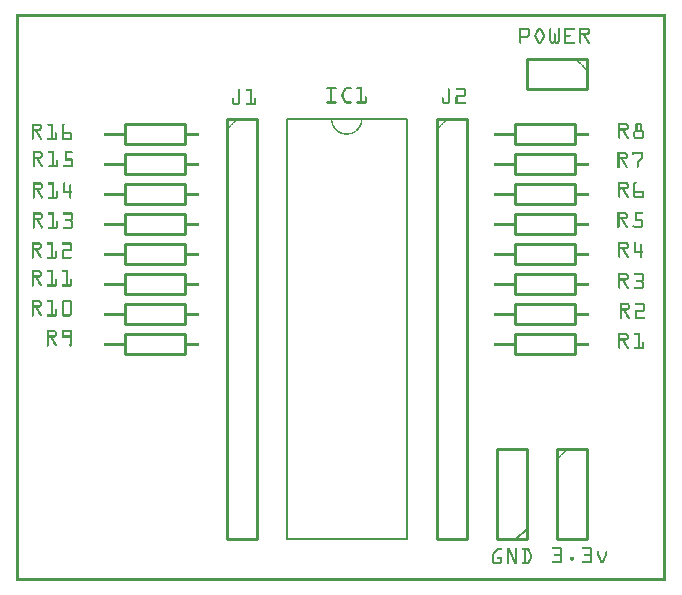
<source format=gto>
G04 MADE WITH FRITZING*
G04 WWW.FRITZING.ORG*
G04 DOUBLE SIDED*
G04 HOLES PLATED*
G04 CONTOUR ON CENTER OF CONTOUR VECTOR*
%ASAXBY*%
%FSLAX23Y23*%
%MOIN*%
%OFA0B0*%
%SFA1.0B1.0*%
%ADD10R,0.405916X1.405916X0.394084X1.394084*%
%ADD11C,0.005916*%
%ADD12C,0.010000*%
%ADD13C,0.005000*%
%ADD14R,0.001000X0.001000*%
%LNSILK1*%
G90*
G70*
G54D11*
X902Y1540D02*
X1302Y1540D01*
X1302Y140D01*
X902Y140D01*
X902Y1540D01*
D02*
G54D12*
X702Y1540D02*
X702Y140D01*
D02*
X702Y140D02*
X802Y140D01*
D02*
X802Y140D02*
X802Y1540D01*
D02*
X802Y1540D02*
X702Y1540D01*
D02*
X1402Y1540D02*
X1402Y140D01*
D02*
X1402Y140D02*
X1502Y140D01*
D02*
X1502Y140D02*
X1502Y1540D01*
D02*
X1502Y1540D02*
X1402Y1540D01*
D02*
X1661Y823D02*
X1861Y823D01*
D02*
X1861Y823D02*
X1861Y757D01*
D02*
X1861Y757D02*
X1661Y757D01*
D02*
X1661Y757D02*
X1661Y823D01*
D02*
X1661Y923D02*
X1861Y923D01*
D02*
X1861Y923D02*
X1861Y857D01*
D02*
X1861Y857D02*
X1661Y857D01*
D02*
X1661Y857D02*
X1661Y923D01*
D02*
X1661Y1023D02*
X1861Y1023D01*
D02*
X1861Y1023D02*
X1861Y957D01*
D02*
X1861Y957D02*
X1661Y957D01*
D02*
X1661Y957D02*
X1661Y1023D01*
D02*
X1661Y1123D02*
X1861Y1123D01*
D02*
X1861Y1123D02*
X1861Y1057D01*
D02*
X1861Y1057D02*
X1661Y1057D01*
D02*
X1661Y1057D02*
X1661Y1123D01*
D02*
X1661Y1223D02*
X1861Y1223D01*
D02*
X1861Y1223D02*
X1861Y1157D01*
D02*
X1861Y1157D02*
X1661Y1157D01*
D02*
X1661Y1157D02*
X1661Y1223D01*
D02*
X1661Y1323D02*
X1861Y1323D01*
D02*
X1861Y1323D02*
X1861Y1257D01*
D02*
X1861Y1257D02*
X1661Y1257D01*
D02*
X1661Y1257D02*
X1661Y1323D01*
D02*
X1661Y1423D02*
X1861Y1423D01*
D02*
X1861Y1423D02*
X1861Y1357D01*
D02*
X1861Y1357D02*
X1661Y1357D01*
D02*
X1661Y1357D02*
X1661Y1423D01*
D02*
X1661Y1523D02*
X1861Y1523D01*
D02*
X1861Y1523D02*
X1861Y1457D01*
D02*
X1861Y1457D02*
X1661Y1457D01*
D02*
X1661Y1457D02*
X1661Y1523D01*
D02*
X361Y823D02*
X561Y823D01*
D02*
X561Y823D02*
X561Y757D01*
D02*
X561Y757D02*
X361Y757D01*
D02*
X361Y757D02*
X361Y823D01*
D02*
X361Y923D02*
X561Y923D01*
D02*
X561Y923D02*
X561Y857D01*
D02*
X561Y857D02*
X361Y857D01*
D02*
X361Y857D02*
X361Y923D01*
D02*
X361Y1023D02*
X561Y1023D01*
D02*
X561Y1023D02*
X561Y957D01*
D02*
X561Y957D02*
X361Y957D01*
D02*
X361Y957D02*
X361Y1023D01*
D02*
X361Y1123D02*
X561Y1123D01*
D02*
X561Y1123D02*
X561Y1057D01*
D02*
X561Y1057D02*
X361Y1057D01*
D02*
X361Y1057D02*
X361Y1123D01*
D02*
X361Y1223D02*
X561Y1223D01*
D02*
X561Y1223D02*
X561Y1157D01*
D02*
X561Y1157D02*
X361Y1157D01*
D02*
X361Y1157D02*
X361Y1223D01*
D02*
X361Y1323D02*
X561Y1323D01*
D02*
X561Y1323D02*
X561Y1257D01*
D02*
X561Y1257D02*
X361Y1257D01*
D02*
X361Y1257D02*
X361Y1323D01*
D02*
X361Y1423D02*
X561Y1423D01*
D02*
X561Y1423D02*
X561Y1357D01*
D02*
X561Y1357D02*
X361Y1357D01*
D02*
X361Y1357D02*
X361Y1423D01*
D02*
X361Y1523D02*
X561Y1523D01*
D02*
X561Y1523D02*
X561Y1457D01*
D02*
X561Y1457D02*
X361Y1457D01*
D02*
X361Y1457D02*
X361Y1523D01*
D02*
X1702Y140D02*
X1702Y440D01*
D02*
X1702Y440D02*
X1602Y440D01*
D02*
X1602Y440D02*
X1602Y140D01*
D02*
X1602Y140D02*
X1702Y140D01*
G54D13*
D02*
X1702Y175D02*
X1667Y140D01*
G54D12*
D02*
X1802Y440D02*
X1802Y140D01*
D02*
X1802Y140D02*
X1902Y140D01*
D02*
X1902Y140D02*
X1902Y440D01*
D02*
X1902Y440D02*
X1802Y440D01*
D02*
X1902Y1740D02*
X1702Y1740D01*
D02*
X1702Y1740D02*
X1702Y1640D01*
D02*
X1702Y1640D02*
X1902Y1640D01*
D02*
X1902Y1640D02*
X1902Y1740D01*
G54D14*
X0Y1890D02*
X2164Y1890D01*
X0Y1889D02*
X2164Y1889D01*
X0Y1888D02*
X2164Y1888D01*
X0Y1887D02*
X2164Y1887D01*
X0Y1886D02*
X2164Y1886D01*
X0Y1885D02*
X2164Y1885D01*
X0Y1884D02*
X2164Y1884D01*
X0Y1883D02*
X2164Y1883D01*
X0Y1882D02*
X7Y1882D01*
X2157Y1882D02*
X2164Y1882D01*
X0Y1881D02*
X7Y1881D01*
X2157Y1881D02*
X2164Y1881D01*
X0Y1880D02*
X7Y1880D01*
X2157Y1880D02*
X2164Y1880D01*
X0Y1879D02*
X7Y1879D01*
X2157Y1879D02*
X2164Y1879D01*
X0Y1878D02*
X7Y1878D01*
X2157Y1878D02*
X2164Y1878D01*
X0Y1877D02*
X7Y1877D01*
X2157Y1877D02*
X2164Y1877D01*
X0Y1876D02*
X7Y1876D01*
X2157Y1876D02*
X2164Y1876D01*
X0Y1875D02*
X7Y1875D01*
X2157Y1875D02*
X2164Y1875D01*
X0Y1874D02*
X7Y1874D01*
X2157Y1874D02*
X2164Y1874D01*
X0Y1873D02*
X7Y1873D01*
X2157Y1873D02*
X2164Y1873D01*
X0Y1872D02*
X7Y1872D01*
X2157Y1872D02*
X2164Y1872D01*
X0Y1871D02*
X7Y1871D01*
X2157Y1871D02*
X2164Y1871D01*
X0Y1870D02*
X7Y1870D01*
X2157Y1870D02*
X2164Y1870D01*
X0Y1869D02*
X7Y1869D01*
X2157Y1869D02*
X2164Y1869D01*
X0Y1868D02*
X7Y1868D01*
X2157Y1868D02*
X2164Y1868D01*
X0Y1867D02*
X7Y1867D01*
X2157Y1867D02*
X2164Y1867D01*
X0Y1866D02*
X7Y1866D01*
X2157Y1866D02*
X2164Y1866D01*
X0Y1865D02*
X7Y1865D01*
X2157Y1865D02*
X2164Y1865D01*
X0Y1864D02*
X7Y1864D01*
X2157Y1864D02*
X2164Y1864D01*
X0Y1863D02*
X7Y1863D01*
X2157Y1863D02*
X2164Y1863D01*
X0Y1862D02*
X7Y1862D01*
X2157Y1862D02*
X2164Y1862D01*
X0Y1861D02*
X7Y1861D01*
X2157Y1861D02*
X2164Y1861D01*
X0Y1860D02*
X7Y1860D01*
X2157Y1860D02*
X2164Y1860D01*
X0Y1859D02*
X7Y1859D01*
X2157Y1859D02*
X2164Y1859D01*
X0Y1858D02*
X7Y1858D01*
X2157Y1858D02*
X2164Y1858D01*
X0Y1857D02*
X7Y1857D01*
X2157Y1857D02*
X2164Y1857D01*
X0Y1856D02*
X7Y1856D01*
X2157Y1856D02*
X2164Y1856D01*
X0Y1855D02*
X7Y1855D01*
X2157Y1855D02*
X2164Y1855D01*
X0Y1854D02*
X7Y1854D01*
X2157Y1854D02*
X2164Y1854D01*
X0Y1853D02*
X7Y1853D01*
X2157Y1853D02*
X2164Y1853D01*
X0Y1852D02*
X7Y1852D01*
X2157Y1852D02*
X2164Y1852D01*
X0Y1851D02*
X7Y1851D01*
X2157Y1851D02*
X2164Y1851D01*
X0Y1850D02*
X7Y1850D01*
X2157Y1850D02*
X2164Y1850D01*
X0Y1849D02*
X7Y1849D01*
X2157Y1849D02*
X2164Y1849D01*
X0Y1848D02*
X7Y1848D01*
X2157Y1848D02*
X2164Y1848D01*
X0Y1847D02*
X7Y1847D01*
X2157Y1847D02*
X2164Y1847D01*
X0Y1846D02*
X7Y1846D01*
X2157Y1846D02*
X2164Y1846D01*
X0Y1845D02*
X7Y1845D01*
X1678Y1845D02*
X1702Y1845D01*
X1743Y1845D02*
X1745Y1845D01*
X1780Y1845D02*
X1781Y1845D01*
X1807Y1845D02*
X1808Y1845D01*
X1828Y1845D02*
X1858Y1845D01*
X1878Y1845D02*
X1902Y1845D01*
X2157Y1845D02*
X2164Y1845D01*
X0Y1844D02*
X7Y1844D01*
X1677Y1844D02*
X1705Y1844D01*
X1740Y1844D02*
X1748Y1844D01*
X1778Y1844D02*
X1782Y1844D01*
X1806Y1844D02*
X1810Y1844D01*
X1827Y1844D02*
X1860Y1844D01*
X1877Y1844D02*
X1905Y1844D01*
X2157Y1844D02*
X2164Y1844D01*
X0Y1843D02*
X7Y1843D01*
X1677Y1843D02*
X1707Y1843D01*
X1739Y1843D02*
X1749Y1843D01*
X1778Y1843D02*
X1783Y1843D01*
X1805Y1843D02*
X1811Y1843D01*
X1827Y1843D02*
X1861Y1843D01*
X1877Y1843D02*
X1907Y1843D01*
X2157Y1843D02*
X2164Y1843D01*
X0Y1842D02*
X7Y1842D01*
X1677Y1842D02*
X1708Y1842D01*
X1738Y1842D02*
X1750Y1842D01*
X1777Y1842D02*
X1783Y1842D01*
X1805Y1842D02*
X1811Y1842D01*
X1827Y1842D02*
X1861Y1842D01*
X1877Y1842D02*
X1908Y1842D01*
X2157Y1842D02*
X2164Y1842D01*
X0Y1841D02*
X7Y1841D01*
X1677Y1841D02*
X1709Y1841D01*
X1737Y1841D02*
X1751Y1841D01*
X1777Y1841D02*
X1783Y1841D01*
X1805Y1841D02*
X1811Y1841D01*
X1827Y1841D02*
X1861Y1841D01*
X1877Y1841D02*
X1909Y1841D01*
X2157Y1841D02*
X2164Y1841D01*
X0Y1840D02*
X7Y1840D01*
X1677Y1840D02*
X1709Y1840D01*
X1736Y1840D02*
X1752Y1840D01*
X1777Y1840D02*
X1783Y1840D01*
X1805Y1840D02*
X1811Y1840D01*
X1827Y1840D02*
X1860Y1840D01*
X1877Y1840D02*
X1909Y1840D01*
X2157Y1840D02*
X2164Y1840D01*
X0Y1839D02*
X7Y1839D01*
X1677Y1839D02*
X1710Y1839D01*
X1736Y1839D02*
X1752Y1839D01*
X1777Y1839D02*
X1783Y1839D01*
X1805Y1839D02*
X1811Y1839D01*
X1827Y1839D02*
X1860Y1839D01*
X1877Y1839D02*
X1910Y1839D01*
X2157Y1839D02*
X2164Y1839D01*
X0Y1838D02*
X7Y1838D01*
X1677Y1838D02*
X1684Y1838D01*
X1702Y1838D02*
X1710Y1838D01*
X1735Y1838D02*
X1743Y1838D01*
X1745Y1838D02*
X1753Y1838D01*
X1777Y1838D02*
X1783Y1838D01*
X1805Y1838D02*
X1811Y1838D01*
X1827Y1838D02*
X1834Y1838D01*
X1877Y1838D02*
X1884Y1838D01*
X1902Y1838D02*
X1910Y1838D01*
X2157Y1838D02*
X2164Y1838D01*
X0Y1837D02*
X7Y1837D01*
X1677Y1837D02*
X1683Y1837D01*
X1704Y1837D02*
X1711Y1837D01*
X1735Y1837D02*
X1742Y1837D01*
X1746Y1837D02*
X1753Y1837D01*
X1777Y1837D02*
X1783Y1837D01*
X1805Y1837D02*
X1811Y1837D01*
X1827Y1837D02*
X1833Y1837D01*
X1877Y1837D02*
X1883Y1837D01*
X1904Y1837D02*
X1911Y1837D01*
X2157Y1837D02*
X2164Y1837D01*
X0Y1836D02*
X7Y1836D01*
X1677Y1836D02*
X1683Y1836D01*
X1705Y1836D02*
X1711Y1836D01*
X1734Y1836D02*
X1741Y1836D01*
X1747Y1836D02*
X1754Y1836D01*
X1777Y1836D02*
X1783Y1836D01*
X1805Y1836D02*
X1811Y1836D01*
X1827Y1836D02*
X1833Y1836D01*
X1877Y1836D02*
X1883Y1836D01*
X1905Y1836D02*
X1911Y1836D01*
X2157Y1836D02*
X2164Y1836D01*
X0Y1835D02*
X7Y1835D01*
X1677Y1835D02*
X1683Y1835D01*
X1705Y1835D02*
X1711Y1835D01*
X1734Y1835D02*
X1741Y1835D01*
X1747Y1835D02*
X1754Y1835D01*
X1777Y1835D02*
X1783Y1835D01*
X1805Y1835D02*
X1811Y1835D01*
X1827Y1835D02*
X1833Y1835D01*
X1877Y1835D02*
X1883Y1835D01*
X1905Y1835D02*
X1911Y1835D01*
X2157Y1835D02*
X2164Y1835D01*
X0Y1834D02*
X7Y1834D01*
X1677Y1834D02*
X1683Y1834D01*
X1705Y1834D02*
X1711Y1834D01*
X1733Y1834D02*
X1740Y1834D01*
X1748Y1834D02*
X1755Y1834D01*
X1777Y1834D02*
X1783Y1834D01*
X1805Y1834D02*
X1811Y1834D01*
X1827Y1834D02*
X1833Y1834D01*
X1877Y1834D02*
X1883Y1834D01*
X1905Y1834D02*
X1911Y1834D01*
X2157Y1834D02*
X2164Y1834D01*
X0Y1833D02*
X7Y1833D01*
X1677Y1833D02*
X1683Y1833D01*
X1705Y1833D02*
X1711Y1833D01*
X1733Y1833D02*
X1740Y1833D01*
X1748Y1833D02*
X1755Y1833D01*
X1777Y1833D02*
X1783Y1833D01*
X1805Y1833D02*
X1811Y1833D01*
X1827Y1833D02*
X1833Y1833D01*
X1877Y1833D02*
X1883Y1833D01*
X1905Y1833D02*
X1911Y1833D01*
X2157Y1833D02*
X2164Y1833D01*
X0Y1832D02*
X7Y1832D01*
X1677Y1832D02*
X1683Y1832D01*
X1705Y1832D02*
X1711Y1832D01*
X1732Y1832D02*
X1739Y1832D01*
X1749Y1832D02*
X1756Y1832D01*
X1777Y1832D02*
X1783Y1832D01*
X1805Y1832D02*
X1811Y1832D01*
X1827Y1832D02*
X1833Y1832D01*
X1877Y1832D02*
X1883Y1832D01*
X1905Y1832D02*
X1911Y1832D01*
X2157Y1832D02*
X2164Y1832D01*
X0Y1831D02*
X7Y1831D01*
X1677Y1831D02*
X1683Y1831D01*
X1705Y1831D02*
X1711Y1831D01*
X1732Y1831D02*
X1739Y1831D01*
X1749Y1831D02*
X1756Y1831D01*
X1777Y1831D02*
X1783Y1831D01*
X1805Y1831D02*
X1811Y1831D01*
X1827Y1831D02*
X1833Y1831D01*
X1877Y1831D02*
X1883Y1831D01*
X1905Y1831D02*
X1911Y1831D01*
X2157Y1831D02*
X2164Y1831D01*
X0Y1830D02*
X7Y1830D01*
X1677Y1830D02*
X1683Y1830D01*
X1705Y1830D02*
X1711Y1830D01*
X1731Y1830D02*
X1738Y1830D01*
X1750Y1830D02*
X1757Y1830D01*
X1777Y1830D02*
X1783Y1830D01*
X1805Y1830D02*
X1811Y1830D01*
X1827Y1830D02*
X1833Y1830D01*
X1877Y1830D02*
X1883Y1830D01*
X1905Y1830D02*
X1911Y1830D01*
X2157Y1830D02*
X2164Y1830D01*
X0Y1829D02*
X7Y1829D01*
X1677Y1829D02*
X1683Y1829D01*
X1705Y1829D02*
X1711Y1829D01*
X1731Y1829D02*
X1738Y1829D01*
X1750Y1829D02*
X1757Y1829D01*
X1777Y1829D02*
X1783Y1829D01*
X1805Y1829D02*
X1811Y1829D01*
X1827Y1829D02*
X1833Y1829D01*
X1877Y1829D02*
X1883Y1829D01*
X1904Y1829D02*
X1911Y1829D01*
X2157Y1829D02*
X2164Y1829D01*
X0Y1828D02*
X7Y1828D01*
X1677Y1828D02*
X1683Y1828D01*
X1705Y1828D02*
X1711Y1828D01*
X1730Y1828D02*
X1737Y1828D01*
X1751Y1828D02*
X1758Y1828D01*
X1777Y1828D02*
X1783Y1828D01*
X1805Y1828D02*
X1811Y1828D01*
X1827Y1828D02*
X1833Y1828D01*
X1877Y1828D02*
X1883Y1828D01*
X1903Y1828D02*
X1910Y1828D01*
X2157Y1828D02*
X2164Y1828D01*
X0Y1827D02*
X7Y1827D01*
X1677Y1827D02*
X1683Y1827D01*
X1705Y1827D02*
X1711Y1827D01*
X1730Y1827D02*
X1737Y1827D01*
X1751Y1827D02*
X1758Y1827D01*
X1777Y1827D02*
X1783Y1827D01*
X1793Y1827D02*
X1795Y1827D01*
X1805Y1827D02*
X1811Y1827D01*
X1827Y1827D02*
X1833Y1827D01*
X1877Y1827D02*
X1910Y1827D01*
X2157Y1827D02*
X2164Y1827D01*
X0Y1826D02*
X7Y1826D01*
X1677Y1826D02*
X1683Y1826D01*
X1705Y1826D02*
X1711Y1826D01*
X1729Y1826D02*
X1736Y1826D01*
X1752Y1826D02*
X1759Y1826D01*
X1777Y1826D02*
X1783Y1826D01*
X1792Y1826D02*
X1796Y1826D01*
X1805Y1826D02*
X1811Y1826D01*
X1827Y1826D02*
X1833Y1826D01*
X1877Y1826D02*
X1910Y1826D01*
X2157Y1826D02*
X2164Y1826D01*
X0Y1825D02*
X7Y1825D01*
X1677Y1825D02*
X1683Y1825D01*
X1705Y1825D02*
X1711Y1825D01*
X1729Y1825D02*
X1736Y1825D01*
X1752Y1825D02*
X1759Y1825D01*
X1777Y1825D02*
X1783Y1825D01*
X1791Y1825D02*
X1797Y1825D01*
X1805Y1825D02*
X1811Y1825D01*
X1827Y1825D02*
X1833Y1825D01*
X1877Y1825D02*
X1909Y1825D01*
X2157Y1825D02*
X2164Y1825D01*
X0Y1824D02*
X7Y1824D01*
X1677Y1824D02*
X1683Y1824D01*
X1705Y1824D02*
X1711Y1824D01*
X1729Y1824D02*
X1735Y1824D01*
X1753Y1824D02*
X1760Y1824D01*
X1777Y1824D02*
X1783Y1824D01*
X1791Y1824D02*
X1797Y1824D01*
X1805Y1824D02*
X1811Y1824D01*
X1827Y1824D02*
X1833Y1824D01*
X1877Y1824D02*
X1908Y1824D01*
X2157Y1824D02*
X2164Y1824D01*
X0Y1823D02*
X7Y1823D01*
X1677Y1823D02*
X1683Y1823D01*
X1705Y1823D02*
X1711Y1823D01*
X1728Y1823D02*
X1735Y1823D01*
X1753Y1823D02*
X1760Y1823D01*
X1777Y1823D02*
X1783Y1823D01*
X1791Y1823D02*
X1797Y1823D01*
X1805Y1823D02*
X1811Y1823D01*
X1827Y1823D02*
X1833Y1823D01*
X1877Y1823D02*
X1907Y1823D01*
X2157Y1823D02*
X2164Y1823D01*
X0Y1822D02*
X7Y1822D01*
X1677Y1822D02*
X1683Y1822D01*
X1705Y1822D02*
X1711Y1822D01*
X1728Y1822D02*
X1734Y1822D01*
X1754Y1822D02*
X1760Y1822D01*
X1777Y1822D02*
X1783Y1822D01*
X1791Y1822D02*
X1797Y1822D01*
X1805Y1822D02*
X1811Y1822D01*
X1827Y1822D02*
X1833Y1822D01*
X1877Y1822D02*
X1906Y1822D01*
X2157Y1822D02*
X2164Y1822D01*
X0Y1821D02*
X7Y1821D01*
X1677Y1821D02*
X1683Y1821D01*
X1705Y1821D02*
X1711Y1821D01*
X1728Y1821D02*
X1734Y1821D01*
X1754Y1821D02*
X1761Y1821D01*
X1777Y1821D02*
X1783Y1821D01*
X1791Y1821D02*
X1797Y1821D01*
X1805Y1821D02*
X1811Y1821D01*
X1827Y1821D02*
X1845Y1821D01*
X1877Y1821D02*
X1903Y1821D01*
X2157Y1821D02*
X2164Y1821D01*
X0Y1820D02*
X7Y1820D01*
X1677Y1820D02*
X1683Y1820D01*
X1704Y1820D02*
X1711Y1820D01*
X1727Y1820D02*
X1734Y1820D01*
X1755Y1820D02*
X1761Y1820D01*
X1777Y1820D02*
X1783Y1820D01*
X1791Y1820D02*
X1797Y1820D01*
X1805Y1820D02*
X1811Y1820D01*
X1827Y1820D02*
X1846Y1820D01*
X1877Y1820D02*
X1883Y1820D01*
X1889Y1820D02*
X1897Y1820D01*
X2157Y1820D02*
X2164Y1820D01*
X0Y1819D02*
X7Y1819D01*
X1677Y1819D02*
X1683Y1819D01*
X1703Y1819D02*
X1710Y1819D01*
X1727Y1819D02*
X1733Y1819D01*
X1755Y1819D02*
X1761Y1819D01*
X1777Y1819D02*
X1783Y1819D01*
X1791Y1819D02*
X1797Y1819D01*
X1805Y1819D02*
X1811Y1819D01*
X1827Y1819D02*
X1847Y1819D01*
X1877Y1819D02*
X1883Y1819D01*
X1890Y1819D02*
X1897Y1819D01*
X2157Y1819D02*
X2164Y1819D01*
X0Y1818D02*
X7Y1818D01*
X1677Y1818D02*
X1710Y1818D01*
X1727Y1818D02*
X1733Y1818D01*
X1755Y1818D02*
X1761Y1818D01*
X1777Y1818D02*
X1783Y1818D01*
X1791Y1818D02*
X1797Y1818D01*
X1805Y1818D02*
X1811Y1818D01*
X1827Y1818D02*
X1847Y1818D01*
X1877Y1818D02*
X1883Y1818D01*
X1891Y1818D02*
X1898Y1818D01*
X2157Y1818D02*
X2164Y1818D01*
X0Y1817D02*
X7Y1817D01*
X1677Y1817D02*
X1709Y1817D01*
X1727Y1817D02*
X1733Y1817D01*
X1755Y1817D02*
X1761Y1817D01*
X1777Y1817D02*
X1783Y1817D01*
X1791Y1817D02*
X1797Y1817D01*
X1805Y1817D02*
X1811Y1817D01*
X1827Y1817D02*
X1847Y1817D01*
X1877Y1817D02*
X1883Y1817D01*
X1891Y1817D02*
X1898Y1817D01*
X2157Y1817D02*
X2164Y1817D01*
X0Y1816D02*
X7Y1816D01*
X1677Y1816D02*
X1709Y1816D01*
X1727Y1816D02*
X1734Y1816D01*
X1755Y1816D02*
X1761Y1816D01*
X1777Y1816D02*
X1783Y1816D01*
X1791Y1816D02*
X1797Y1816D01*
X1805Y1816D02*
X1811Y1816D01*
X1827Y1816D02*
X1846Y1816D01*
X1877Y1816D02*
X1883Y1816D01*
X1892Y1816D02*
X1899Y1816D01*
X2157Y1816D02*
X2164Y1816D01*
X0Y1815D02*
X7Y1815D01*
X1677Y1815D02*
X1708Y1815D01*
X1728Y1815D02*
X1734Y1815D01*
X1754Y1815D02*
X1761Y1815D01*
X1777Y1815D02*
X1783Y1815D01*
X1791Y1815D02*
X1797Y1815D01*
X1805Y1815D02*
X1811Y1815D01*
X1827Y1815D02*
X1845Y1815D01*
X1877Y1815D02*
X1883Y1815D01*
X1892Y1815D02*
X1900Y1815D01*
X2157Y1815D02*
X2164Y1815D01*
X0Y1814D02*
X7Y1814D01*
X1677Y1814D02*
X1707Y1814D01*
X1728Y1814D02*
X1734Y1814D01*
X1754Y1814D02*
X1760Y1814D01*
X1777Y1814D02*
X1783Y1814D01*
X1791Y1814D02*
X1797Y1814D01*
X1805Y1814D02*
X1811Y1814D01*
X1827Y1814D02*
X1833Y1814D01*
X1877Y1814D02*
X1883Y1814D01*
X1893Y1814D02*
X1900Y1814D01*
X2157Y1814D02*
X2164Y1814D01*
X0Y1813D02*
X7Y1813D01*
X1677Y1813D02*
X1705Y1813D01*
X1728Y1813D02*
X1735Y1813D01*
X1753Y1813D02*
X1760Y1813D01*
X1777Y1813D02*
X1783Y1813D01*
X1791Y1813D02*
X1797Y1813D01*
X1805Y1813D02*
X1811Y1813D01*
X1827Y1813D02*
X1833Y1813D01*
X1877Y1813D02*
X1883Y1813D01*
X1893Y1813D02*
X1901Y1813D01*
X2157Y1813D02*
X2164Y1813D01*
X0Y1812D02*
X7Y1812D01*
X1677Y1812D02*
X1703Y1812D01*
X1729Y1812D02*
X1735Y1812D01*
X1753Y1812D02*
X1760Y1812D01*
X1777Y1812D02*
X1783Y1812D01*
X1791Y1812D02*
X1797Y1812D01*
X1805Y1812D02*
X1811Y1812D01*
X1827Y1812D02*
X1833Y1812D01*
X1877Y1812D02*
X1883Y1812D01*
X1894Y1812D02*
X1901Y1812D01*
X2157Y1812D02*
X2164Y1812D01*
X0Y1811D02*
X7Y1811D01*
X1677Y1811D02*
X1683Y1811D01*
X1729Y1811D02*
X1736Y1811D01*
X1752Y1811D02*
X1759Y1811D01*
X1777Y1811D02*
X1783Y1811D01*
X1791Y1811D02*
X1797Y1811D01*
X1805Y1811D02*
X1811Y1811D01*
X1827Y1811D02*
X1833Y1811D01*
X1877Y1811D02*
X1883Y1811D01*
X1895Y1811D02*
X1902Y1811D01*
X2157Y1811D02*
X2164Y1811D01*
X0Y1810D02*
X7Y1810D01*
X1677Y1810D02*
X1683Y1810D01*
X1729Y1810D02*
X1736Y1810D01*
X1752Y1810D02*
X1759Y1810D01*
X1777Y1810D02*
X1783Y1810D01*
X1791Y1810D02*
X1797Y1810D01*
X1805Y1810D02*
X1811Y1810D01*
X1827Y1810D02*
X1833Y1810D01*
X1877Y1810D02*
X1883Y1810D01*
X1895Y1810D02*
X1902Y1810D01*
X2157Y1810D02*
X2164Y1810D01*
X0Y1809D02*
X7Y1809D01*
X1677Y1809D02*
X1683Y1809D01*
X1730Y1809D02*
X1737Y1809D01*
X1751Y1809D02*
X1758Y1809D01*
X1777Y1809D02*
X1783Y1809D01*
X1791Y1809D02*
X1797Y1809D01*
X1805Y1809D02*
X1811Y1809D01*
X1827Y1809D02*
X1833Y1809D01*
X1877Y1809D02*
X1883Y1809D01*
X1896Y1809D02*
X1903Y1809D01*
X2157Y1809D02*
X2164Y1809D01*
X0Y1808D02*
X7Y1808D01*
X1677Y1808D02*
X1683Y1808D01*
X1730Y1808D02*
X1737Y1808D01*
X1751Y1808D02*
X1758Y1808D01*
X1777Y1808D02*
X1783Y1808D01*
X1791Y1808D02*
X1797Y1808D01*
X1805Y1808D02*
X1811Y1808D01*
X1827Y1808D02*
X1833Y1808D01*
X1877Y1808D02*
X1883Y1808D01*
X1896Y1808D02*
X1904Y1808D01*
X2157Y1808D02*
X2164Y1808D01*
X0Y1807D02*
X7Y1807D01*
X1677Y1807D02*
X1683Y1807D01*
X1731Y1807D02*
X1738Y1807D01*
X1750Y1807D02*
X1757Y1807D01*
X1777Y1807D02*
X1783Y1807D01*
X1791Y1807D02*
X1797Y1807D01*
X1805Y1807D02*
X1811Y1807D01*
X1827Y1807D02*
X1833Y1807D01*
X1877Y1807D02*
X1883Y1807D01*
X1897Y1807D02*
X1904Y1807D01*
X2157Y1807D02*
X2164Y1807D01*
X0Y1806D02*
X7Y1806D01*
X1677Y1806D02*
X1683Y1806D01*
X1731Y1806D02*
X1738Y1806D01*
X1750Y1806D02*
X1757Y1806D01*
X1777Y1806D02*
X1783Y1806D01*
X1791Y1806D02*
X1797Y1806D01*
X1805Y1806D02*
X1811Y1806D01*
X1827Y1806D02*
X1833Y1806D01*
X1877Y1806D02*
X1883Y1806D01*
X1898Y1806D02*
X1905Y1806D01*
X2157Y1806D02*
X2164Y1806D01*
X0Y1805D02*
X7Y1805D01*
X1677Y1805D02*
X1683Y1805D01*
X1732Y1805D02*
X1739Y1805D01*
X1749Y1805D02*
X1756Y1805D01*
X1777Y1805D02*
X1783Y1805D01*
X1791Y1805D02*
X1797Y1805D01*
X1805Y1805D02*
X1811Y1805D01*
X1827Y1805D02*
X1833Y1805D01*
X1877Y1805D02*
X1883Y1805D01*
X1898Y1805D02*
X1905Y1805D01*
X2157Y1805D02*
X2164Y1805D01*
X0Y1804D02*
X7Y1804D01*
X1677Y1804D02*
X1683Y1804D01*
X1732Y1804D02*
X1739Y1804D01*
X1749Y1804D02*
X1756Y1804D01*
X1777Y1804D02*
X1783Y1804D01*
X1791Y1804D02*
X1797Y1804D01*
X1805Y1804D02*
X1811Y1804D01*
X1827Y1804D02*
X1833Y1804D01*
X1877Y1804D02*
X1883Y1804D01*
X1899Y1804D02*
X1906Y1804D01*
X2157Y1804D02*
X2164Y1804D01*
X0Y1803D02*
X7Y1803D01*
X1677Y1803D02*
X1683Y1803D01*
X1733Y1803D02*
X1740Y1803D01*
X1748Y1803D02*
X1755Y1803D01*
X1777Y1803D02*
X1783Y1803D01*
X1791Y1803D02*
X1797Y1803D01*
X1805Y1803D02*
X1811Y1803D01*
X1827Y1803D02*
X1833Y1803D01*
X1877Y1803D02*
X1883Y1803D01*
X1899Y1803D02*
X1907Y1803D01*
X2157Y1803D02*
X2164Y1803D01*
X0Y1802D02*
X7Y1802D01*
X1677Y1802D02*
X1683Y1802D01*
X1733Y1802D02*
X1740Y1802D01*
X1748Y1802D02*
X1755Y1802D01*
X1777Y1802D02*
X1783Y1802D01*
X1791Y1802D02*
X1797Y1802D01*
X1805Y1802D02*
X1811Y1802D01*
X1827Y1802D02*
X1833Y1802D01*
X1877Y1802D02*
X1883Y1802D01*
X1900Y1802D02*
X1907Y1802D01*
X2157Y1802D02*
X2164Y1802D01*
X0Y1801D02*
X7Y1801D01*
X1677Y1801D02*
X1683Y1801D01*
X1734Y1801D02*
X1741Y1801D01*
X1747Y1801D02*
X1754Y1801D01*
X1777Y1801D02*
X1784Y1801D01*
X1791Y1801D02*
X1797Y1801D01*
X1805Y1801D02*
X1811Y1801D01*
X1827Y1801D02*
X1833Y1801D01*
X1877Y1801D02*
X1883Y1801D01*
X1901Y1801D02*
X1908Y1801D01*
X2157Y1801D02*
X2164Y1801D01*
X0Y1800D02*
X7Y1800D01*
X1677Y1800D02*
X1683Y1800D01*
X1734Y1800D02*
X1741Y1800D01*
X1747Y1800D02*
X1754Y1800D01*
X1777Y1800D02*
X1784Y1800D01*
X1790Y1800D02*
X1798Y1800D01*
X1804Y1800D02*
X1811Y1800D01*
X1827Y1800D02*
X1833Y1800D01*
X1877Y1800D02*
X1883Y1800D01*
X1901Y1800D02*
X1908Y1800D01*
X2157Y1800D02*
X2164Y1800D01*
X0Y1799D02*
X7Y1799D01*
X1677Y1799D02*
X1683Y1799D01*
X1735Y1799D02*
X1742Y1799D01*
X1746Y1799D02*
X1753Y1799D01*
X1778Y1799D02*
X1785Y1799D01*
X1790Y1799D02*
X1799Y1799D01*
X1803Y1799D02*
X1811Y1799D01*
X1827Y1799D02*
X1833Y1799D01*
X1877Y1799D02*
X1883Y1799D01*
X1902Y1799D02*
X1909Y1799D01*
X2157Y1799D02*
X2164Y1799D01*
X0Y1798D02*
X7Y1798D01*
X1677Y1798D02*
X1683Y1798D01*
X1735Y1798D02*
X1753Y1798D01*
X1778Y1798D02*
X1810Y1798D01*
X1827Y1798D02*
X1858Y1798D01*
X1877Y1798D02*
X1883Y1798D01*
X1902Y1798D02*
X1909Y1798D01*
X2157Y1798D02*
X2164Y1798D01*
X0Y1797D02*
X7Y1797D01*
X1677Y1797D02*
X1683Y1797D01*
X1736Y1797D02*
X1752Y1797D01*
X1779Y1797D02*
X1809Y1797D01*
X1827Y1797D02*
X1860Y1797D01*
X1877Y1797D02*
X1883Y1797D01*
X1903Y1797D02*
X1910Y1797D01*
X2157Y1797D02*
X2164Y1797D01*
X0Y1796D02*
X7Y1796D01*
X1677Y1796D02*
X1683Y1796D01*
X1736Y1796D02*
X1752Y1796D01*
X1779Y1796D02*
X1809Y1796D01*
X1827Y1796D02*
X1861Y1796D01*
X1877Y1796D02*
X1883Y1796D01*
X1903Y1796D02*
X1911Y1796D01*
X2157Y1796D02*
X2164Y1796D01*
X0Y1795D02*
X7Y1795D01*
X1677Y1795D02*
X1683Y1795D01*
X1737Y1795D02*
X1751Y1795D01*
X1780Y1795D02*
X1808Y1795D01*
X1827Y1795D02*
X1861Y1795D01*
X1877Y1795D02*
X1883Y1795D01*
X1904Y1795D02*
X1911Y1795D01*
X2157Y1795D02*
X2164Y1795D01*
X0Y1794D02*
X7Y1794D01*
X1677Y1794D02*
X1683Y1794D01*
X1738Y1794D02*
X1750Y1794D01*
X1781Y1794D02*
X1808Y1794D01*
X1827Y1794D02*
X1861Y1794D01*
X1877Y1794D02*
X1883Y1794D01*
X1905Y1794D02*
X1911Y1794D01*
X2157Y1794D02*
X2164Y1794D01*
X0Y1793D02*
X7Y1793D01*
X1678Y1793D02*
X1683Y1793D01*
X1739Y1793D02*
X1749Y1793D01*
X1781Y1793D02*
X1793Y1793D01*
X1795Y1793D02*
X1807Y1793D01*
X1827Y1793D02*
X1860Y1793D01*
X1878Y1793D02*
X1883Y1793D01*
X1905Y1793D02*
X1910Y1793D01*
X2157Y1793D02*
X2164Y1793D01*
X0Y1792D02*
X7Y1792D01*
X1679Y1792D02*
X1682Y1792D01*
X1741Y1792D02*
X1747Y1792D01*
X1782Y1792D02*
X1792Y1792D01*
X1796Y1792D02*
X1806Y1792D01*
X1827Y1792D02*
X1860Y1792D01*
X1878Y1792D02*
X1882Y1792D01*
X1906Y1792D02*
X1910Y1792D01*
X2157Y1792D02*
X2164Y1792D01*
X0Y1791D02*
X7Y1791D01*
X2157Y1791D02*
X2164Y1791D01*
X0Y1790D02*
X7Y1790D01*
X2157Y1790D02*
X2164Y1790D01*
X0Y1789D02*
X7Y1789D01*
X2157Y1789D02*
X2164Y1789D01*
X0Y1788D02*
X7Y1788D01*
X2157Y1788D02*
X2164Y1788D01*
X0Y1787D02*
X7Y1787D01*
X2157Y1787D02*
X2164Y1787D01*
X0Y1786D02*
X7Y1786D01*
X2157Y1786D02*
X2164Y1786D01*
X0Y1785D02*
X7Y1785D01*
X2157Y1785D02*
X2164Y1785D01*
X0Y1784D02*
X7Y1784D01*
X2157Y1784D02*
X2164Y1784D01*
X0Y1783D02*
X7Y1783D01*
X2157Y1783D02*
X2164Y1783D01*
X0Y1782D02*
X7Y1782D01*
X2157Y1782D02*
X2164Y1782D01*
X0Y1781D02*
X7Y1781D01*
X2157Y1781D02*
X2164Y1781D01*
X0Y1780D02*
X7Y1780D01*
X2157Y1780D02*
X2164Y1780D01*
X0Y1779D02*
X7Y1779D01*
X2157Y1779D02*
X2164Y1779D01*
X0Y1778D02*
X7Y1778D01*
X2157Y1778D02*
X2164Y1778D01*
X0Y1777D02*
X7Y1777D01*
X2157Y1777D02*
X2164Y1777D01*
X0Y1776D02*
X7Y1776D01*
X2157Y1776D02*
X2164Y1776D01*
X0Y1775D02*
X7Y1775D01*
X2157Y1775D02*
X2164Y1775D01*
X0Y1774D02*
X7Y1774D01*
X2157Y1774D02*
X2164Y1774D01*
X0Y1773D02*
X7Y1773D01*
X2157Y1773D02*
X2164Y1773D01*
X0Y1772D02*
X7Y1772D01*
X2157Y1772D02*
X2164Y1772D01*
X0Y1771D02*
X7Y1771D01*
X2157Y1771D02*
X2164Y1771D01*
X0Y1770D02*
X7Y1770D01*
X2157Y1770D02*
X2164Y1770D01*
X0Y1769D02*
X7Y1769D01*
X2157Y1769D02*
X2164Y1769D01*
X0Y1768D02*
X7Y1768D01*
X2157Y1768D02*
X2164Y1768D01*
X0Y1767D02*
X7Y1767D01*
X2157Y1767D02*
X2164Y1767D01*
X0Y1766D02*
X7Y1766D01*
X2157Y1766D02*
X2164Y1766D01*
X0Y1765D02*
X7Y1765D01*
X2157Y1765D02*
X2164Y1765D01*
X0Y1764D02*
X7Y1764D01*
X2157Y1764D02*
X2164Y1764D01*
X0Y1763D02*
X7Y1763D01*
X2157Y1763D02*
X2164Y1763D01*
X0Y1762D02*
X7Y1762D01*
X2157Y1762D02*
X2164Y1762D01*
X0Y1761D02*
X7Y1761D01*
X2157Y1761D02*
X2164Y1761D01*
X0Y1760D02*
X7Y1760D01*
X2157Y1760D02*
X2164Y1760D01*
X0Y1759D02*
X7Y1759D01*
X2157Y1759D02*
X2164Y1759D01*
X0Y1758D02*
X7Y1758D01*
X2157Y1758D02*
X2164Y1758D01*
X0Y1757D02*
X7Y1757D01*
X2157Y1757D02*
X2164Y1757D01*
X0Y1756D02*
X7Y1756D01*
X2157Y1756D02*
X2164Y1756D01*
X0Y1755D02*
X7Y1755D01*
X2157Y1755D02*
X2164Y1755D01*
X0Y1754D02*
X7Y1754D01*
X2157Y1754D02*
X2164Y1754D01*
X0Y1753D02*
X7Y1753D01*
X2157Y1753D02*
X2164Y1753D01*
X0Y1752D02*
X7Y1752D01*
X2157Y1752D02*
X2164Y1752D01*
X0Y1751D02*
X7Y1751D01*
X2157Y1751D02*
X2164Y1751D01*
X0Y1750D02*
X7Y1750D01*
X2157Y1750D02*
X2164Y1750D01*
X0Y1749D02*
X7Y1749D01*
X2157Y1749D02*
X2164Y1749D01*
X0Y1748D02*
X7Y1748D01*
X2157Y1748D02*
X2164Y1748D01*
X0Y1747D02*
X7Y1747D01*
X2157Y1747D02*
X2164Y1747D01*
X0Y1746D02*
X7Y1746D01*
X2157Y1746D02*
X2164Y1746D01*
X0Y1745D02*
X7Y1745D01*
X2157Y1745D02*
X2164Y1745D01*
X0Y1744D02*
X7Y1744D01*
X2157Y1744D02*
X2164Y1744D01*
X0Y1743D02*
X7Y1743D01*
X2157Y1743D02*
X2164Y1743D01*
X0Y1742D02*
X7Y1742D01*
X2157Y1742D02*
X2164Y1742D01*
X0Y1741D02*
X7Y1741D01*
X1867Y1741D02*
X1868Y1741D01*
X2157Y1741D02*
X2164Y1741D01*
X0Y1740D02*
X7Y1740D01*
X1866Y1740D02*
X1869Y1740D01*
X2157Y1740D02*
X2164Y1740D01*
X0Y1739D02*
X7Y1739D01*
X1865Y1739D02*
X1870Y1739D01*
X2157Y1739D02*
X2164Y1739D01*
X0Y1738D02*
X7Y1738D01*
X1865Y1738D02*
X1871Y1738D01*
X2157Y1738D02*
X2164Y1738D01*
X0Y1737D02*
X7Y1737D01*
X1866Y1737D02*
X1872Y1737D01*
X2157Y1737D02*
X2164Y1737D01*
X0Y1736D02*
X7Y1736D01*
X1867Y1736D02*
X1873Y1736D01*
X2157Y1736D02*
X2164Y1736D01*
X0Y1735D02*
X7Y1735D01*
X1868Y1735D02*
X1874Y1735D01*
X2157Y1735D02*
X2164Y1735D01*
X0Y1734D02*
X7Y1734D01*
X1869Y1734D02*
X1875Y1734D01*
X2157Y1734D02*
X2164Y1734D01*
X0Y1733D02*
X7Y1733D01*
X1870Y1733D02*
X1876Y1733D01*
X2157Y1733D02*
X2164Y1733D01*
X0Y1732D02*
X7Y1732D01*
X1871Y1732D02*
X1877Y1732D01*
X2157Y1732D02*
X2164Y1732D01*
X0Y1731D02*
X7Y1731D01*
X1872Y1731D02*
X1878Y1731D01*
X2157Y1731D02*
X2164Y1731D01*
X0Y1730D02*
X7Y1730D01*
X1873Y1730D02*
X1879Y1730D01*
X2157Y1730D02*
X2164Y1730D01*
X0Y1729D02*
X7Y1729D01*
X1874Y1729D02*
X1880Y1729D01*
X2157Y1729D02*
X2164Y1729D01*
X0Y1728D02*
X7Y1728D01*
X1875Y1728D02*
X1881Y1728D01*
X2157Y1728D02*
X2164Y1728D01*
X0Y1727D02*
X7Y1727D01*
X1876Y1727D02*
X1882Y1727D01*
X2157Y1727D02*
X2164Y1727D01*
X0Y1726D02*
X7Y1726D01*
X1877Y1726D02*
X1883Y1726D01*
X2157Y1726D02*
X2164Y1726D01*
X0Y1725D02*
X7Y1725D01*
X1879Y1725D02*
X1884Y1725D01*
X2157Y1725D02*
X2164Y1725D01*
X0Y1724D02*
X7Y1724D01*
X1880Y1724D02*
X1885Y1724D01*
X2157Y1724D02*
X2164Y1724D01*
X0Y1723D02*
X7Y1723D01*
X1881Y1723D02*
X1886Y1723D01*
X2157Y1723D02*
X2164Y1723D01*
X0Y1722D02*
X7Y1722D01*
X1882Y1722D02*
X1887Y1722D01*
X2157Y1722D02*
X2164Y1722D01*
X0Y1721D02*
X7Y1721D01*
X1883Y1721D02*
X1888Y1721D01*
X2157Y1721D02*
X2164Y1721D01*
X0Y1720D02*
X7Y1720D01*
X1884Y1720D02*
X1889Y1720D01*
X2157Y1720D02*
X2164Y1720D01*
X0Y1719D02*
X7Y1719D01*
X1885Y1719D02*
X1890Y1719D01*
X2157Y1719D02*
X2164Y1719D01*
X0Y1718D02*
X7Y1718D01*
X1886Y1718D02*
X1891Y1718D01*
X2157Y1718D02*
X2164Y1718D01*
X0Y1717D02*
X7Y1717D01*
X1886Y1717D02*
X1892Y1717D01*
X2157Y1717D02*
X2164Y1717D01*
X0Y1716D02*
X7Y1716D01*
X1887Y1716D02*
X1893Y1716D01*
X2157Y1716D02*
X2164Y1716D01*
X0Y1715D02*
X7Y1715D01*
X1888Y1715D02*
X1894Y1715D01*
X2157Y1715D02*
X2164Y1715D01*
X0Y1714D02*
X7Y1714D01*
X1889Y1714D02*
X1895Y1714D01*
X2157Y1714D02*
X2164Y1714D01*
X0Y1713D02*
X7Y1713D01*
X1890Y1713D02*
X1896Y1713D01*
X2157Y1713D02*
X2164Y1713D01*
X0Y1712D02*
X7Y1712D01*
X1891Y1712D02*
X1897Y1712D01*
X2157Y1712D02*
X2164Y1712D01*
X0Y1711D02*
X7Y1711D01*
X1892Y1711D02*
X1898Y1711D01*
X2157Y1711D02*
X2164Y1711D01*
X0Y1710D02*
X7Y1710D01*
X1893Y1710D02*
X1899Y1710D01*
X2157Y1710D02*
X2164Y1710D01*
X0Y1709D02*
X7Y1709D01*
X1894Y1709D02*
X1900Y1709D01*
X2157Y1709D02*
X2164Y1709D01*
X0Y1708D02*
X7Y1708D01*
X1895Y1708D02*
X1901Y1708D01*
X2157Y1708D02*
X2164Y1708D01*
X0Y1707D02*
X7Y1707D01*
X1896Y1707D02*
X1902Y1707D01*
X2157Y1707D02*
X2164Y1707D01*
X0Y1706D02*
X7Y1706D01*
X1897Y1706D02*
X1901Y1706D01*
X2157Y1706D02*
X2164Y1706D01*
X0Y1705D02*
X7Y1705D01*
X1898Y1705D02*
X1900Y1705D01*
X2157Y1705D02*
X2164Y1705D01*
X0Y1704D02*
X7Y1704D01*
X2157Y1704D02*
X2164Y1704D01*
X0Y1703D02*
X7Y1703D01*
X2157Y1703D02*
X2164Y1703D01*
X0Y1702D02*
X7Y1702D01*
X2157Y1702D02*
X2164Y1702D01*
X0Y1701D02*
X7Y1701D01*
X2157Y1701D02*
X2164Y1701D01*
X0Y1700D02*
X7Y1700D01*
X2157Y1700D02*
X2164Y1700D01*
X0Y1699D02*
X7Y1699D01*
X2157Y1699D02*
X2164Y1699D01*
X0Y1698D02*
X7Y1698D01*
X2157Y1698D02*
X2164Y1698D01*
X0Y1697D02*
X7Y1697D01*
X2157Y1697D02*
X2164Y1697D01*
X0Y1696D02*
X7Y1696D01*
X2157Y1696D02*
X2164Y1696D01*
X0Y1695D02*
X7Y1695D01*
X2157Y1695D02*
X2164Y1695D01*
X0Y1694D02*
X7Y1694D01*
X2157Y1694D02*
X2164Y1694D01*
X0Y1693D02*
X7Y1693D01*
X2157Y1693D02*
X2164Y1693D01*
X0Y1692D02*
X7Y1692D01*
X2157Y1692D02*
X2164Y1692D01*
X0Y1691D02*
X7Y1691D01*
X2157Y1691D02*
X2164Y1691D01*
X0Y1690D02*
X7Y1690D01*
X2157Y1690D02*
X2164Y1690D01*
X0Y1689D02*
X7Y1689D01*
X2157Y1689D02*
X2164Y1689D01*
X0Y1688D02*
X7Y1688D01*
X2157Y1688D02*
X2164Y1688D01*
X0Y1687D02*
X7Y1687D01*
X2157Y1687D02*
X2164Y1687D01*
X0Y1686D02*
X7Y1686D01*
X2157Y1686D02*
X2164Y1686D01*
X0Y1685D02*
X7Y1685D01*
X2157Y1685D02*
X2164Y1685D01*
X0Y1684D02*
X7Y1684D01*
X2157Y1684D02*
X2164Y1684D01*
X0Y1683D02*
X7Y1683D01*
X2157Y1683D02*
X2164Y1683D01*
X0Y1682D02*
X7Y1682D01*
X2157Y1682D02*
X2164Y1682D01*
X0Y1681D02*
X7Y1681D01*
X2157Y1681D02*
X2164Y1681D01*
X0Y1680D02*
X7Y1680D01*
X2157Y1680D02*
X2164Y1680D01*
X0Y1679D02*
X7Y1679D01*
X2157Y1679D02*
X2164Y1679D01*
X0Y1678D02*
X7Y1678D01*
X2157Y1678D02*
X2164Y1678D01*
X0Y1677D02*
X7Y1677D01*
X2157Y1677D02*
X2164Y1677D01*
X0Y1676D02*
X7Y1676D01*
X2157Y1676D02*
X2164Y1676D01*
X0Y1675D02*
X7Y1675D01*
X2157Y1675D02*
X2164Y1675D01*
X0Y1674D02*
X7Y1674D01*
X2157Y1674D02*
X2164Y1674D01*
X0Y1673D02*
X7Y1673D01*
X2157Y1673D02*
X2164Y1673D01*
X0Y1672D02*
X7Y1672D01*
X2157Y1672D02*
X2164Y1672D01*
X0Y1671D02*
X7Y1671D01*
X2157Y1671D02*
X2164Y1671D01*
X0Y1670D02*
X7Y1670D01*
X2157Y1670D02*
X2164Y1670D01*
X0Y1669D02*
X7Y1669D01*
X2157Y1669D02*
X2164Y1669D01*
X0Y1668D02*
X7Y1668D01*
X2157Y1668D02*
X2164Y1668D01*
X0Y1667D02*
X7Y1667D01*
X2157Y1667D02*
X2164Y1667D01*
X0Y1666D02*
X7Y1666D01*
X2157Y1666D02*
X2164Y1666D01*
X0Y1665D02*
X7Y1665D01*
X2157Y1665D02*
X2164Y1665D01*
X0Y1664D02*
X7Y1664D01*
X2157Y1664D02*
X2164Y1664D01*
X0Y1663D02*
X7Y1663D01*
X2157Y1663D02*
X2164Y1663D01*
X0Y1662D02*
X7Y1662D01*
X2157Y1662D02*
X2164Y1662D01*
X0Y1661D02*
X7Y1661D01*
X2157Y1661D02*
X2164Y1661D01*
X0Y1660D02*
X7Y1660D01*
X2157Y1660D02*
X2164Y1660D01*
X0Y1659D02*
X7Y1659D01*
X2157Y1659D02*
X2164Y1659D01*
X0Y1658D02*
X7Y1658D01*
X2157Y1658D02*
X2164Y1658D01*
X0Y1657D02*
X7Y1657D01*
X2157Y1657D02*
X2164Y1657D01*
X0Y1656D02*
X7Y1656D01*
X2157Y1656D02*
X2164Y1656D01*
X0Y1655D02*
X7Y1655D01*
X2157Y1655D02*
X2164Y1655D01*
X0Y1654D02*
X7Y1654D01*
X2157Y1654D02*
X2164Y1654D01*
X0Y1653D02*
X7Y1653D01*
X2157Y1653D02*
X2164Y1653D01*
X0Y1652D02*
X7Y1652D01*
X2157Y1652D02*
X2164Y1652D01*
X0Y1651D02*
X7Y1651D01*
X2157Y1651D02*
X2164Y1651D01*
X0Y1650D02*
X7Y1650D01*
X2157Y1650D02*
X2164Y1650D01*
X0Y1649D02*
X7Y1649D01*
X2157Y1649D02*
X2164Y1649D01*
X0Y1648D02*
X7Y1648D01*
X2157Y1648D02*
X2164Y1648D01*
X0Y1647D02*
X7Y1647D01*
X2157Y1647D02*
X2164Y1647D01*
X0Y1646D02*
X7Y1646D01*
X1036Y1646D02*
X1065Y1646D01*
X1100Y1646D02*
X1115Y1646D01*
X1136Y1646D02*
X1153Y1646D01*
X2157Y1646D02*
X2164Y1646D01*
X0Y1645D02*
X7Y1645D01*
X1034Y1645D02*
X1066Y1645D01*
X1097Y1645D02*
X1116Y1645D01*
X1134Y1645D02*
X1153Y1645D01*
X2157Y1645D02*
X2164Y1645D01*
X0Y1644D02*
X7Y1644D01*
X1034Y1644D02*
X1067Y1644D01*
X1095Y1644D02*
X1117Y1644D01*
X1134Y1644D02*
X1153Y1644D01*
X1468Y1644D02*
X1492Y1644D01*
X2157Y1644D02*
X2164Y1644D01*
X0Y1643D02*
X7Y1643D01*
X1034Y1643D02*
X1067Y1643D01*
X1094Y1643D02*
X1117Y1643D01*
X1134Y1643D02*
X1153Y1643D01*
X1440Y1643D02*
X1443Y1643D01*
X1466Y1643D02*
X1495Y1643D01*
X2157Y1643D02*
X2164Y1643D01*
X0Y1642D02*
X7Y1642D01*
X1034Y1642D02*
X1067Y1642D01*
X1093Y1642D02*
X1117Y1642D01*
X1134Y1642D02*
X1153Y1642D01*
X1439Y1642D02*
X1444Y1642D01*
X1465Y1642D02*
X1496Y1642D01*
X2157Y1642D02*
X2164Y1642D01*
X0Y1641D02*
X7Y1641D01*
X1034Y1641D02*
X1067Y1641D01*
X1093Y1641D02*
X1117Y1641D01*
X1134Y1641D02*
X1153Y1641D01*
X1439Y1641D02*
X1445Y1641D01*
X1465Y1641D02*
X1497Y1641D01*
X2157Y1641D02*
X2164Y1641D01*
X0Y1640D02*
X7Y1640D01*
X741Y1640D02*
X743Y1640D01*
X766Y1640D02*
X784Y1640D01*
X1035Y1640D02*
X1066Y1640D01*
X1092Y1640D02*
X1116Y1640D01*
X1135Y1640D02*
X1153Y1640D01*
X1439Y1640D02*
X1445Y1640D01*
X1465Y1640D02*
X1497Y1640D01*
X2157Y1640D02*
X2164Y1640D01*
X0Y1639D02*
X7Y1639D01*
X739Y1639D02*
X744Y1639D01*
X765Y1639D02*
X784Y1639D01*
X1047Y1639D02*
X1053Y1639D01*
X1091Y1639D02*
X1099Y1639D01*
X1147Y1639D02*
X1153Y1639D01*
X1439Y1639D02*
X1445Y1639D01*
X1465Y1639D02*
X1498Y1639D01*
X2157Y1639D02*
X2164Y1639D01*
X0Y1638D02*
X7Y1638D01*
X739Y1638D02*
X745Y1638D01*
X765Y1638D02*
X784Y1638D01*
X1047Y1638D02*
X1053Y1638D01*
X1091Y1638D02*
X1098Y1638D01*
X1147Y1638D02*
X1153Y1638D01*
X1439Y1638D02*
X1445Y1638D01*
X1466Y1638D02*
X1498Y1638D01*
X2157Y1638D02*
X2164Y1638D01*
X0Y1637D02*
X7Y1637D01*
X739Y1637D02*
X745Y1637D01*
X765Y1637D02*
X784Y1637D01*
X1047Y1637D02*
X1053Y1637D01*
X1090Y1637D02*
X1097Y1637D01*
X1147Y1637D02*
X1153Y1637D01*
X1439Y1637D02*
X1445Y1637D01*
X1492Y1637D02*
X1498Y1637D01*
X2157Y1637D02*
X2164Y1637D01*
X0Y1636D02*
X7Y1636D01*
X739Y1636D02*
X745Y1636D01*
X765Y1636D02*
X784Y1636D01*
X1047Y1636D02*
X1053Y1636D01*
X1090Y1636D02*
X1097Y1636D01*
X1147Y1636D02*
X1153Y1636D01*
X1439Y1636D02*
X1445Y1636D01*
X1492Y1636D02*
X1498Y1636D01*
X2157Y1636D02*
X2164Y1636D01*
X0Y1635D02*
X7Y1635D01*
X739Y1635D02*
X745Y1635D01*
X765Y1635D02*
X784Y1635D01*
X1047Y1635D02*
X1053Y1635D01*
X1089Y1635D02*
X1096Y1635D01*
X1147Y1635D02*
X1153Y1635D01*
X1439Y1635D02*
X1445Y1635D01*
X1492Y1635D02*
X1498Y1635D01*
X2157Y1635D02*
X2164Y1635D01*
X0Y1634D02*
X7Y1634D01*
X739Y1634D02*
X745Y1634D01*
X766Y1634D02*
X784Y1634D01*
X1047Y1634D02*
X1053Y1634D01*
X1089Y1634D02*
X1096Y1634D01*
X1147Y1634D02*
X1153Y1634D01*
X1439Y1634D02*
X1445Y1634D01*
X1492Y1634D02*
X1498Y1634D01*
X2157Y1634D02*
X2164Y1634D01*
X0Y1633D02*
X7Y1633D01*
X739Y1633D02*
X745Y1633D01*
X778Y1633D02*
X784Y1633D01*
X1047Y1633D02*
X1053Y1633D01*
X1088Y1633D02*
X1095Y1633D01*
X1147Y1633D02*
X1153Y1633D01*
X1439Y1633D02*
X1445Y1633D01*
X1492Y1633D02*
X1498Y1633D01*
X2157Y1633D02*
X2164Y1633D01*
X0Y1632D02*
X7Y1632D01*
X739Y1632D02*
X745Y1632D01*
X778Y1632D02*
X784Y1632D01*
X1047Y1632D02*
X1053Y1632D01*
X1088Y1632D02*
X1095Y1632D01*
X1147Y1632D02*
X1153Y1632D01*
X1439Y1632D02*
X1445Y1632D01*
X1492Y1632D02*
X1498Y1632D01*
X2157Y1632D02*
X2164Y1632D01*
X0Y1631D02*
X7Y1631D01*
X739Y1631D02*
X745Y1631D01*
X778Y1631D02*
X784Y1631D01*
X1047Y1631D02*
X1053Y1631D01*
X1087Y1631D02*
X1094Y1631D01*
X1147Y1631D02*
X1153Y1631D01*
X1439Y1631D02*
X1445Y1631D01*
X1492Y1631D02*
X1498Y1631D01*
X2157Y1631D02*
X2164Y1631D01*
X0Y1630D02*
X7Y1630D01*
X739Y1630D02*
X745Y1630D01*
X778Y1630D02*
X784Y1630D01*
X1047Y1630D02*
X1053Y1630D01*
X1087Y1630D02*
X1094Y1630D01*
X1147Y1630D02*
X1153Y1630D01*
X1439Y1630D02*
X1445Y1630D01*
X1492Y1630D02*
X1498Y1630D01*
X2157Y1630D02*
X2164Y1630D01*
X0Y1629D02*
X7Y1629D01*
X739Y1629D02*
X745Y1629D01*
X778Y1629D02*
X784Y1629D01*
X1047Y1629D02*
X1053Y1629D01*
X1086Y1629D02*
X1093Y1629D01*
X1147Y1629D02*
X1153Y1629D01*
X1439Y1629D02*
X1445Y1629D01*
X1492Y1629D02*
X1498Y1629D01*
X2157Y1629D02*
X2164Y1629D01*
X0Y1628D02*
X7Y1628D01*
X739Y1628D02*
X745Y1628D01*
X778Y1628D02*
X784Y1628D01*
X1047Y1628D02*
X1053Y1628D01*
X1086Y1628D02*
X1093Y1628D01*
X1147Y1628D02*
X1153Y1628D01*
X1439Y1628D02*
X1445Y1628D01*
X1492Y1628D02*
X1498Y1628D01*
X2157Y1628D02*
X2164Y1628D01*
X0Y1627D02*
X7Y1627D01*
X739Y1627D02*
X745Y1627D01*
X778Y1627D02*
X784Y1627D01*
X1047Y1627D02*
X1053Y1627D01*
X1085Y1627D02*
X1092Y1627D01*
X1147Y1627D02*
X1153Y1627D01*
X1439Y1627D02*
X1445Y1627D01*
X1492Y1627D02*
X1498Y1627D01*
X2157Y1627D02*
X2164Y1627D01*
X0Y1626D02*
X7Y1626D01*
X739Y1626D02*
X745Y1626D01*
X778Y1626D02*
X784Y1626D01*
X1047Y1626D02*
X1053Y1626D01*
X1085Y1626D02*
X1092Y1626D01*
X1147Y1626D02*
X1153Y1626D01*
X1439Y1626D02*
X1445Y1626D01*
X1492Y1626D02*
X1498Y1626D01*
X2157Y1626D02*
X2164Y1626D01*
X0Y1625D02*
X7Y1625D01*
X739Y1625D02*
X745Y1625D01*
X778Y1625D02*
X784Y1625D01*
X1047Y1625D02*
X1053Y1625D01*
X1085Y1625D02*
X1091Y1625D01*
X1147Y1625D02*
X1153Y1625D01*
X1439Y1625D02*
X1445Y1625D01*
X1492Y1625D02*
X1498Y1625D01*
X2157Y1625D02*
X2164Y1625D01*
X0Y1624D02*
X7Y1624D01*
X739Y1624D02*
X745Y1624D01*
X778Y1624D02*
X784Y1624D01*
X1047Y1624D02*
X1053Y1624D01*
X1084Y1624D02*
X1091Y1624D01*
X1147Y1624D02*
X1153Y1624D01*
X1439Y1624D02*
X1445Y1624D01*
X1492Y1624D02*
X1498Y1624D01*
X2157Y1624D02*
X2164Y1624D01*
X0Y1623D02*
X7Y1623D01*
X739Y1623D02*
X745Y1623D01*
X778Y1623D02*
X784Y1623D01*
X1047Y1623D02*
X1053Y1623D01*
X1084Y1623D02*
X1090Y1623D01*
X1147Y1623D02*
X1153Y1623D01*
X1439Y1623D02*
X1445Y1623D01*
X1492Y1623D02*
X1498Y1623D01*
X2157Y1623D02*
X2164Y1623D01*
X0Y1622D02*
X7Y1622D01*
X739Y1622D02*
X745Y1622D01*
X778Y1622D02*
X784Y1622D01*
X1047Y1622D02*
X1053Y1622D01*
X1084Y1622D02*
X1090Y1622D01*
X1147Y1622D02*
X1153Y1622D01*
X1439Y1622D02*
X1445Y1622D01*
X1492Y1622D02*
X1498Y1622D01*
X2157Y1622D02*
X2164Y1622D01*
X0Y1621D02*
X7Y1621D01*
X739Y1621D02*
X745Y1621D01*
X778Y1621D02*
X784Y1621D01*
X1047Y1621D02*
X1053Y1621D01*
X1084Y1621D02*
X1090Y1621D01*
X1147Y1621D02*
X1153Y1621D01*
X1439Y1621D02*
X1445Y1621D01*
X1492Y1621D02*
X1498Y1621D01*
X2157Y1621D02*
X2164Y1621D01*
X0Y1620D02*
X7Y1620D01*
X739Y1620D02*
X745Y1620D01*
X778Y1620D02*
X784Y1620D01*
X1047Y1620D02*
X1053Y1620D01*
X1084Y1620D02*
X1090Y1620D01*
X1147Y1620D02*
X1153Y1620D01*
X1439Y1620D02*
X1445Y1620D01*
X1469Y1620D02*
X1498Y1620D01*
X2157Y1620D02*
X2164Y1620D01*
X0Y1619D02*
X7Y1619D01*
X739Y1619D02*
X745Y1619D01*
X778Y1619D02*
X784Y1619D01*
X1047Y1619D02*
X1053Y1619D01*
X1084Y1619D02*
X1090Y1619D01*
X1147Y1619D02*
X1153Y1619D01*
X1439Y1619D02*
X1445Y1619D01*
X1467Y1619D02*
X1498Y1619D01*
X2157Y1619D02*
X2164Y1619D01*
X0Y1618D02*
X7Y1618D01*
X739Y1618D02*
X745Y1618D01*
X778Y1618D02*
X784Y1618D01*
X1047Y1618D02*
X1053Y1618D01*
X1084Y1618D02*
X1090Y1618D01*
X1147Y1618D02*
X1153Y1618D01*
X1439Y1618D02*
X1445Y1618D01*
X1466Y1618D02*
X1498Y1618D01*
X2157Y1618D02*
X2164Y1618D01*
X0Y1617D02*
X7Y1617D01*
X739Y1617D02*
X745Y1617D01*
X778Y1617D02*
X784Y1617D01*
X1047Y1617D02*
X1053Y1617D01*
X1084Y1617D02*
X1090Y1617D01*
X1147Y1617D02*
X1153Y1617D01*
X1439Y1617D02*
X1445Y1617D01*
X1465Y1617D02*
X1497Y1617D01*
X2157Y1617D02*
X2164Y1617D01*
X0Y1616D02*
X7Y1616D01*
X739Y1616D02*
X745Y1616D01*
X778Y1616D02*
X784Y1616D01*
X1047Y1616D02*
X1053Y1616D01*
X1084Y1616D02*
X1090Y1616D01*
X1147Y1616D02*
X1153Y1616D01*
X1162Y1616D02*
X1166Y1616D01*
X1439Y1616D02*
X1445Y1616D01*
X1465Y1616D02*
X1496Y1616D01*
X2157Y1616D02*
X2164Y1616D01*
X0Y1615D02*
X7Y1615D01*
X739Y1615D02*
X745Y1615D01*
X778Y1615D02*
X784Y1615D01*
X1047Y1615D02*
X1053Y1615D01*
X1084Y1615D02*
X1091Y1615D01*
X1147Y1615D02*
X1153Y1615D01*
X1162Y1615D02*
X1167Y1615D01*
X1439Y1615D02*
X1445Y1615D01*
X1465Y1615D02*
X1495Y1615D01*
X2157Y1615D02*
X2164Y1615D01*
X0Y1614D02*
X7Y1614D01*
X739Y1614D02*
X745Y1614D01*
X778Y1614D02*
X784Y1614D01*
X1047Y1614D02*
X1053Y1614D01*
X1084Y1614D02*
X1091Y1614D01*
X1147Y1614D02*
X1153Y1614D01*
X1161Y1614D02*
X1167Y1614D01*
X1420Y1614D02*
X1422Y1614D01*
X1439Y1614D02*
X1445Y1614D01*
X1465Y1614D02*
X1494Y1614D01*
X2157Y1614D02*
X2164Y1614D01*
X0Y1613D02*
X7Y1613D01*
X739Y1613D02*
X745Y1613D01*
X778Y1613D02*
X784Y1613D01*
X1047Y1613D02*
X1053Y1613D01*
X1085Y1613D02*
X1092Y1613D01*
X1147Y1613D02*
X1153Y1613D01*
X1161Y1613D02*
X1167Y1613D01*
X1419Y1613D02*
X1423Y1613D01*
X1439Y1613D02*
X1445Y1613D01*
X1464Y1613D02*
X1471Y1613D01*
X2157Y1613D02*
X2164Y1613D01*
X0Y1612D02*
X7Y1612D01*
X739Y1612D02*
X745Y1612D01*
X778Y1612D02*
X784Y1612D01*
X1047Y1612D02*
X1053Y1612D01*
X1085Y1612D02*
X1092Y1612D01*
X1147Y1612D02*
X1153Y1612D01*
X1161Y1612D02*
X1167Y1612D01*
X1418Y1612D02*
X1424Y1612D01*
X1439Y1612D02*
X1445Y1612D01*
X1464Y1612D02*
X1471Y1612D01*
X2157Y1612D02*
X2164Y1612D01*
X0Y1611D02*
X7Y1611D01*
X739Y1611D02*
X745Y1611D01*
X778Y1611D02*
X784Y1611D01*
X1047Y1611D02*
X1053Y1611D01*
X1086Y1611D02*
X1093Y1611D01*
X1147Y1611D02*
X1153Y1611D01*
X1161Y1611D02*
X1167Y1611D01*
X1418Y1611D02*
X1424Y1611D01*
X1439Y1611D02*
X1445Y1611D01*
X1464Y1611D02*
X1471Y1611D01*
X2157Y1611D02*
X2164Y1611D01*
X0Y1610D02*
X7Y1610D01*
X719Y1610D02*
X723Y1610D01*
X739Y1610D02*
X745Y1610D01*
X778Y1610D02*
X784Y1610D01*
X793Y1610D02*
X797Y1610D01*
X1047Y1610D02*
X1053Y1610D01*
X1086Y1610D02*
X1093Y1610D01*
X1147Y1610D02*
X1153Y1610D01*
X1161Y1610D02*
X1167Y1610D01*
X1418Y1610D02*
X1424Y1610D01*
X1439Y1610D02*
X1445Y1610D01*
X1464Y1610D02*
X1471Y1610D01*
X2157Y1610D02*
X2164Y1610D01*
X0Y1609D02*
X7Y1609D01*
X718Y1609D02*
X724Y1609D01*
X739Y1609D02*
X745Y1609D01*
X778Y1609D02*
X784Y1609D01*
X793Y1609D02*
X798Y1609D01*
X1047Y1609D02*
X1053Y1609D01*
X1087Y1609D02*
X1094Y1609D01*
X1147Y1609D02*
X1153Y1609D01*
X1161Y1609D02*
X1167Y1609D01*
X1418Y1609D02*
X1424Y1609D01*
X1439Y1609D02*
X1445Y1609D01*
X1464Y1609D02*
X1471Y1609D01*
X2157Y1609D02*
X2164Y1609D01*
X0Y1608D02*
X7Y1608D01*
X718Y1608D02*
X724Y1608D01*
X739Y1608D02*
X745Y1608D01*
X778Y1608D02*
X784Y1608D01*
X792Y1608D02*
X798Y1608D01*
X1047Y1608D02*
X1053Y1608D01*
X1087Y1608D02*
X1094Y1608D01*
X1147Y1608D02*
X1153Y1608D01*
X1161Y1608D02*
X1167Y1608D01*
X1418Y1608D02*
X1424Y1608D01*
X1439Y1608D02*
X1445Y1608D01*
X1464Y1608D02*
X1471Y1608D01*
X2157Y1608D02*
X2164Y1608D01*
X0Y1607D02*
X7Y1607D01*
X718Y1607D02*
X724Y1607D01*
X739Y1607D02*
X745Y1607D01*
X778Y1607D02*
X784Y1607D01*
X792Y1607D02*
X798Y1607D01*
X1047Y1607D02*
X1053Y1607D01*
X1088Y1607D02*
X1095Y1607D01*
X1147Y1607D02*
X1153Y1607D01*
X1161Y1607D02*
X1167Y1607D01*
X1418Y1607D02*
X1424Y1607D01*
X1439Y1607D02*
X1445Y1607D01*
X1464Y1607D02*
X1471Y1607D01*
X2157Y1607D02*
X2164Y1607D01*
X0Y1606D02*
X7Y1606D01*
X718Y1606D02*
X724Y1606D01*
X739Y1606D02*
X745Y1606D01*
X778Y1606D02*
X784Y1606D01*
X792Y1606D02*
X798Y1606D01*
X1047Y1606D02*
X1053Y1606D01*
X1088Y1606D02*
X1095Y1606D01*
X1147Y1606D02*
X1153Y1606D01*
X1161Y1606D02*
X1167Y1606D01*
X1418Y1606D02*
X1424Y1606D01*
X1439Y1606D02*
X1445Y1606D01*
X1464Y1606D02*
X1471Y1606D01*
X2157Y1606D02*
X2164Y1606D01*
X0Y1605D02*
X7Y1605D01*
X718Y1605D02*
X724Y1605D01*
X739Y1605D02*
X745Y1605D01*
X778Y1605D02*
X784Y1605D01*
X792Y1605D02*
X798Y1605D01*
X1047Y1605D02*
X1053Y1605D01*
X1089Y1605D02*
X1096Y1605D01*
X1147Y1605D02*
X1153Y1605D01*
X1161Y1605D02*
X1167Y1605D01*
X1418Y1605D02*
X1424Y1605D01*
X1439Y1605D02*
X1445Y1605D01*
X1464Y1605D02*
X1471Y1605D01*
X2157Y1605D02*
X2164Y1605D01*
X0Y1604D02*
X7Y1604D01*
X718Y1604D02*
X724Y1604D01*
X739Y1604D02*
X745Y1604D01*
X778Y1604D02*
X784Y1604D01*
X792Y1604D02*
X798Y1604D01*
X1047Y1604D02*
X1053Y1604D01*
X1089Y1604D02*
X1096Y1604D01*
X1147Y1604D02*
X1153Y1604D01*
X1161Y1604D02*
X1167Y1604D01*
X1418Y1604D02*
X1424Y1604D01*
X1439Y1604D02*
X1445Y1604D01*
X1464Y1604D02*
X1471Y1604D01*
X2157Y1604D02*
X2164Y1604D01*
X0Y1603D02*
X7Y1603D01*
X718Y1603D02*
X724Y1603D01*
X739Y1603D02*
X745Y1603D01*
X778Y1603D02*
X784Y1603D01*
X792Y1603D02*
X798Y1603D01*
X1047Y1603D02*
X1053Y1603D01*
X1090Y1603D02*
X1097Y1603D01*
X1147Y1603D02*
X1153Y1603D01*
X1161Y1603D02*
X1167Y1603D01*
X1418Y1603D02*
X1424Y1603D01*
X1439Y1603D02*
X1445Y1603D01*
X1464Y1603D02*
X1471Y1603D01*
X2157Y1603D02*
X2164Y1603D01*
X0Y1602D02*
X7Y1602D01*
X718Y1602D02*
X724Y1602D01*
X739Y1602D02*
X745Y1602D01*
X778Y1602D02*
X784Y1602D01*
X792Y1602D02*
X798Y1602D01*
X1047Y1602D02*
X1053Y1602D01*
X1090Y1602D02*
X1097Y1602D01*
X1147Y1602D02*
X1153Y1602D01*
X1161Y1602D02*
X1167Y1602D01*
X1418Y1602D02*
X1424Y1602D01*
X1439Y1602D02*
X1445Y1602D01*
X1464Y1602D02*
X1471Y1602D01*
X2157Y1602D02*
X2164Y1602D01*
X0Y1601D02*
X7Y1601D01*
X718Y1601D02*
X724Y1601D01*
X739Y1601D02*
X745Y1601D01*
X778Y1601D02*
X784Y1601D01*
X792Y1601D02*
X798Y1601D01*
X1047Y1601D02*
X1053Y1601D01*
X1091Y1601D02*
X1098Y1601D01*
X1147Y1601D02*
X1153Y1601D01*
X1161Y1601D02*
X1167Y1601D01*
X1418Y1601D02*
X1424Y1601D01*
X1439Y1601D02*
X1445Y1601D01*
X1464Y1601D02*
X1471Y1601D01*
X2157Y1601D02*
X2164Y1601D01*
X0Y1600D02*
X7Y1600D01*
X718Y1600D02*
X724Y1600D01*
X739Y1600D02*
X745Y1600D01*
X778Y1600D02*
X784Y1600D01*
X792Y1600D02*
X798Y1600D01*
X1047Y1600D02*
X1053Y1600D01*
X1091Y1600D02*
X1098Y1600D01*
X1147Y1600D02*
X1153Y1600D01*
X1161Y1600D02*
X1167Y1600D01*
X1418Y1600D02*
X1424Y1600D01*
X1439Y1600D02*
X1445Y1600D01*
X1464Y1600D02*
X1471Y1600D01*
X2157Y1600D02*
X2164Y1600D01*
X0Y1599D02*
X7Y1599D01*
X718Y1599D02*
X724Y1599D01*
X739Y1599D02*
X745Y1599D01*
X778Y1599D02*
X784Y1599D01*
X792Y1599D02*
X798Y1599D01*
X1036Y1599D02*
X1064Y1599D01*
X1092Y1599D02*
X1114Y1599D01*
X1136Y1599D02*
X1167Y1599D01*
X1418Y1599D02*
X1424Y1599D01*
X1438Y1599D02*
X1444Y1599D01*
X1464Y1599D02*
X1471Y1599D01*
X2157Y1599D02*
X2164Y1599D01*
X0Y1598D02*
X7Y1598D01*
X718Y1598D02*
X724Y1598D01*
X739Y1598D02*
X745Y1598D01*
X778Y1598D02*
X784Y1598D01*
X792Y1598D02*
X798Y1598D01*
X1035Y1598D02*
X1066Y1598D01*
X1092Y1598D02*
X1116Y1598D01*
X1135Y1598D02*
X1167Y1598D01*
X1418Y1598D02*
X1425Y1598D01*
X1438Y1598D02*
X1444Y1598D01*
X1464Y1598D02*
X1471Y1598D01*
X2157Y1598D02*
X2164Y1598D01*
X0Y1597D02*
X7Y1597D01*
X718Y1597D02*
X724Y1597D01*
X739Y1597D02*
X745Y1597D01*
X778Y1597D02*
X784Y1597D01*
X792Y1597D02*
X798Y1597D01*
X1034Y1597D02*
X1067Y1597D01*
X1093Y1597D02*
X1117Y1597D01*
X1134Y1597D02*
X1167Y1597D01*
X1418Y1597D02*
X1427Y1597D01*
X1436Y1597D02*
X1444Y1597D01*
X1464Y1597D02*
X1471Y1597D01*
X2157Y1597D02*
X2164Y1597D01*
X0Y1596D02*
X7Y1596D01*
X718Y1596D02*
X724Y1596D01*
X739Y1596D02*
X745Y1596D01*
X778Y1596D02*
X784Y1596D01*
X792Y1596D02*
X798Y1596D01*
X1034Y1596D02*
X1067Y1596D01*
X1094Y1596D02*
X1117Y1596D01*
X1134Y1596D02*
X1167Y1596D01*
X1419Y1596D02*
X1444Y1596D01*
X1464Y1596D02*
X1497Y1596D01*
X2157Y1596D02*
X2164Y1596D01*
X0Y1595D02*
X7Y1595D01*
X718Y1595D02*
X725Y1595D01*
X738Y1595D02*
X745Y1595D01*
X778Y1595D02*
X784Y1595D01*
X792Y1595D02*
X798Y1595D01*
X1034Y1595D02*
X1067Y1595D01*
X1095Y1595D02*
X1117Y1595D01*
X1134Y1595D02*
X1167Y1595D01*
X1419Y1595D02*
X1443Y1595D01*
X1464Y1595D02*
X1498Y1595D01*
X2157Y1595D02*
X2164Y1595D01*
X0Y1594D02*
X7Y1594D01*
X718Y1594D02*
X726Y1594D01*
X737Y1594D02*
X744Y1594D01*
X778Y1594D02*
X784Y1594D01*
X792Y1594D02*
X798Y1594D01*
X1034Y1594D02*
X1067Y1594D01*
X1096Y1594D02*
X1117Y1594D01*
X1134Y1594D02*
X1167Y1594D01*
X1420Y1594D02*
X1442Y1594D01*
X1464Y1594D02*
X1498Y1594D01*
X2157Y1594D02*
X2164Y1594D01*
X0Y1593D02*
X7Y1593D01*
X719Y1593D02*
X744Y1593D01*
X767Y1593D02*
X798Y1593D01*
X1035Y1593D02*
X1066Y1593D01*
X1098Y1593D02*
X1116Y1593D01*
X1135Y1593D02*
X1166Y1593D01*
X1421Y1593D02*
X1441Y1593D01*
X1464Y1593D02*
X1498Y1593D01*
X2157Y1593D02*
X2164Y1593D01*
X0Y1592D02*
X7Y1592D01*
X719Y1592D02*
X744Y1592D01*
X765Y1592D02*
X798Y1592D01*
X1422Y1592D02*
X1440Y1592D01*
X1464Y1592D02*
X1498Y1592D01*
X2157Y1592D02*
X2164Y1592D01*
X0Y1591D02*
X7Y1591D01*
X720Y1591D02*
X743Y1591D01*
X765Y1591D02*
X798Y1591D01*
X1424Y1591D02*
X1439Y1591D01*
X1464Y1591D02*
X1497Y1591D01*
X2157Y1591D02*
X2164Y1591D01*
X0Y1590D02*
X7Y1590D01*
X721Y1590D02*
X742Y1590D01*
X765Y1590D02*
X798Y1590D01*
X1427Y1590D02*
X1435Y1590D01*
X1465Y1590D02*
X1495Y1590D01*
X2157Y1590D02*
X2164Y1590D01*
X0Y1589D02*
X7Y1589D01*
X722Y1589D02*
X741Y1589D01*
X765Y1589D02*
X798Y1589D01*
X2157Y1589D02*
X2164Y1589D01*
X0Y1588D02*
X7Y1588D01*
X723Y1588D02*
X740Y1588D01*
X765Y1588D02*
X798Y1588D01*
X2157Y1588D02*
X2164Y1588D01*
X0Y1587D02*
X7Y1587D01*
X725Y1587D02*
X738Y1587D01*
X766Y1587D02*
X797Y1587D01*
X2157Y1587D02*
X2164Y1587D01*
X0Y1586D02*
X7Y1586D01*
X2157Y1586D02*
X2164Y1586D01*
X0Y1585D02*
X7Y1585D01*
X2157Y1585D02*
X2164Y1585D01*
X0Y1584D02*
X7Y1584D01*
X2157Y1584D02*
X2164Y1584D01*
X0Y1583D02*
X7Y1583D01*
X2157Y1583D02*
X2164Y1583D01*
X0Y1582D02*
X7Y1582D01*
X2157Y1582D02*
X2164Y1582D01*
X0Y1581D02*
X7Y1581D01*
X2157Y1581D02*
X2164Y1581D01*
X0Y1580D02*
X7Y1580D01*
X2157Y1580D02*
X2164Y1580D01*
X0Y1579D02*
X7Y1579D01*
X2157Y1579D02*
X2164Y1579D01*
X0Y1578D02*
X7Y1578D01*
X2157Y1578D02*
X2164Y1578D01*
X0Y1577D02*
X7Y1577D01*
X2157Y1577D02*
X2164Y1577D01*
X0Y1576D02*
X7Y1576D01*
X2157Y1576D02*
X2164Y1576D01*
X0Y1575D02*
X7Y1575D01*
X2157Y1575D02*
X2164Y1575D01*
X0Y1574D02*
X7Y1574D01*
X2157Y1574D02*
X2164Y1574D01*
X0Y1573D02*
X7Y1573D01*
X2157Y1573D02*
X2164Y1573D01*
X0Y1572D02*
X7Y1572D01*
X2157Y1572D02*
X2164Y1572D01*
X0Y1571D02*
X7Y1571D01*
X2157Y1571D02*
X2164Y1571D01*
X0Y1570D02*
X7Y1570D01*
X2157Y1570D02*
X2164Y1570D01*
X0Y1569D02*
X7Y1569D01*
X2157Y1569D02*
X2164Y1569D01*
X0Y1568D02*
X7Y1568D01*
X2157Y1568D02*
X2164Y1568D01*
X0Y1567D02*
X7Y1567D01*
X2157Y1567D02*
X2164Y1567D01*
X0Y1566D02*
X7Y1566D01*
X2157Y1566D02*
X2164Y1566D01*
X0Y1565D02*
X7Y1565D01*
X2157Y1565D02*
X2164Y1565D01*
X0Y1564D02*
X7Y1564D01*
X2157Y1564D02*
X2164Y1564D01*
X0Y1563D02*
X7Y1563D01*
X2157Y1563D02*
X2164Y1563D01*
X0Y1562D02*
X7Y1562D01*
X2157Y1562D02*
X2164Y1562D01*
X0Y1561D02*
X7Y1561D01*
X2157Y1561D02*
X2164Y1561D01*
X0Y1560D02*
X7Y1560D01*
X2157Y1560D02*
X2164Y1560D01*
X0Y1559D02*
X7Y1559D01*
X2157Y1559D02*
X2164Y1559D01*
X0Y1558D02*
X7Y1558D01*
X2157Y1558D02*
X2164Y1558D01*
X0Y1557D02*
X7Y1557D01*
X2157Y1557D02*
X2164Y1557D01*
X0Y1556D02*
X7Y1556D01*
X2157Y1556D02*
X2164Y1556D01*
X0Y1555D02*
X7Y1555D01*
X2157Y1555D02*
X2164Y1555D01*
X0Y1554D02*
X7Y1554D01*
X2157Y1554D02*
X2164Y1554D01*
X0Y1553D02*
X7Y1553D01*
X2157Y1553D02*
X2164Y1553D01*
X0Y1552D02*
X7Y1552D01*
X2157Y1552D02*
X2164Y1552D01*
X0Y1551D02*
X7Y1551D01*
X2157Y1551D02*
X2164Y1551D01*
X0Y1550D02*
X7Y1550D01*
X2157Y1550D02*
X2164Y1550D01*
X0Y1549D02*
X7Y1549D01*
X2157Y1549D02*
X2164Y1549D01*
X0Y1548D02*
X7Y1548D01*
X2157Y1548D02*
X2164Y1548D01*
X0Y1547D02*
X7Y1547D01*
X2157Y1547D02*
X2164Y1547D01*
X0Y1546D02*
X7Y1546D01*
X2157Y1546D02*
X2164Y1546D01*
X0Y1545D02*
X7Y1545D01*
X2157Y1545D02*
X2164Y1545D01*
X0Y1544D02*
X7Y1544D01*
X2157Y1544D02*
X2164Y1544D01*
X0Y1543D02*
X7Y1543D01*
X1051Y1543D02*
X1151Y1543D01*
X2157Y1543D02*
X2164Y1543D01*
X0Y1542D02*
X7Y1542D01*
X734Y1542D02*
X734Y1542D01*
X1049Y1542D02*
X1153Y1542D01*
X1434Y1542D02*
X1434Y1542D01*
X2157Y1542D02*
X2164Y1542D01*
X0Y1541D02*
X7Y1541D01*
X733Y1541D02*
X735Y1541D01*
X1049Y1541D02*
X1153Y1541D01*
X1433Y1541D02*
X1435Y1541D01*
X2157Y1541D02*
X2164Y1541D01*
X0Y1540D02*
X7Y1540D01*
X732Y1540D02*
X736Y1540D01*
X1049Y1540D02*
X1153Y1540D01*
X1432Y1540D02*
X1436Y1540D01*
X2157Y1540D02*
X2164Y1540D01*
X0Y1539D02*
X7Y1539D01*
X731Y1539D02*
X737Y1539D01*
X1049Y1539D02*
X1153Y1539D01*
X1431Y1539D02*
X1437Y1539D01*
X2157Y1539D02*
X2164Y1539D01*
X0Y1538D02*
X7Y1538D01*
X730Y1538D02*
X736Y1538D01*
X1049Y1538D02*
X1053Y1538D01*
X1148Y1538D02*
X1153Y1538D01*
X1430Y1538D02*
X1436Y1538D01*
X2157Y1538D02*
X2164Y1538D01*
X0Y1537D02*
X7Y1537D01*
X729Y1537D02*
X735Y1537D01*
X1049Y1537D02*
X1053Y1537D01*
X1149Y1537D02*
X1153Y1537D01*
X1429Y1537D02*
X1435Y1537D01*
X2157Y1537D02*
X2164Y1537D01*
X0Y1536D02*
X7Y1536D01*
X728Y1536D02*
X734Y1536D01*
X1049Y1536D02*
X1053Y1536D01*
X1149Y1536D02*
X1153Y1536D01*
X1428Y1536D02*
X1434Y1536D01*
X2157Y1536D02*
X2164Y1536D01*
X0Y1535D02*
X7Y1535D01*
X727Y1535D02*
X733Y1535D01*
X1049Y1535D02*
X1053Y1535D01*
X1149Y1535D02*
X1153Y1535D01*
X1427Y1535D02*
X1433Y1535D01*
X2157Y1535D02*
X2164Y1535D01*
X0Y1534D02*
X7Y1534D01*
X726Y1534D02*
X732Y1534D01*
X1049Y1534D02*
X1053Y1534D01*
X1148Y1534D02*
X1152Y1534D01*
X1426Y1534D02*
X1432Y1534D01*
X2157Y1534D02*
X2164Y1534D01*
X0Y1533D02*
X7Y1533D01*
X725Y1533D02*
X731Y1533D01*
X1050Y1533D02*
X1054Y1533D01*
X1148Y1533D02*
X1152Y1533D01*
X1425Y1533D02*
X1431Y1533D01*
X2157Y1533D02*
X2164Y1533D01*
X0Y1532D02*
X7Y1532D01*
X724Y1532D02*
X730Y1532D01*
X1050Y1532D02*
X1054Y1532D01*
X1148Y1532D02*
X1152Y1532D01*
X1424Y1532D02*
X1430Y1532D01*
X2157Y1532D02*
X2164Y1532D01*
X0Y1531D02*
X7Y1531D01*
X723Y1531D02*
X729Y1531D01*
X1050Y1531D02*
X1054Y1531D01*
X1148Y1531D02*
X1152Y1531D01*
X1423Y1531D02*
X1429Y1531D01*
X2157Y1531D02*
X2164Y1531D01*
X0Y1530D02*
X7Y1530D01*
X722Y1530D02*
X728Y1530D01*
X1050Y1530D02*
X1054Y1530D01*
X1148Y1530D02*
X1152Y1530D01*
X1422Y1530D02*
X1428Y1530D01*
X2157Y1530D02*
X2164Y1530D01*
X0Y1529D02*
X7Y1529D01*
X721Y1529D02*
X727Y1529D01*
X1050Y1529D02*
X1054Y1529D01*
X1148Y1529D02*
X1152Y1529D01*
X1421Y1529D02*
X1427Y1529D01*
X2157Y1529D02*
X2164Y1529D01*
X0Y1528D02*
X7Y1528D01*
X720Y1528D02*
X726Y1528D01*
X1051Y1528D02*
X1055Y1528D01*
X1147Y1528D02*
X1151Y1528D01*
X1420Y1528D02*
X1426Y1528D01*
X2157Y1528D02*
X2164Y1528D01*
X0Y1527D02*
X7Y1527D01*
X719Y1527D02*
X725Y1527D01*
X1051Y1527D02*
X1055Y1527D01*
X1147Y1527D02*
X1151Y1527D01*
X1419Y1527D02*
X1425Y1527D01*
X2007Y1527D02*
X2033Y1527D01*
X2066Y1527D02*
X2082Y1527D01*
X2157Y1527D02*
X2164Y1527D01*
X0Y1526D02*
X7Y1526D01*
X718Y1526D02*
X723Y1526D01*
X1051Y1526D02*
X1055Y1526D01*
X1147Y1526D02*
X1151Y1526D01*
X1418Y1526D02*
X1423Y1526D01*
X2007Y1526D02*
X2036Y1526D01*
X2065Y1526D02*
X2083Y1526D01*
X2157Y1526D02*
X2164Y1526D01*
X0Y1525D02*
X7Y1525D01*
X51Y1525D02*
X79Y1525D01*
X102Y1525D02*
X121Y1525D01*
X152Y1525D02*
X159Y1525D01*
X717Y1525D02*
X722Y1525D01*
X1051Y1525D02*
X1056Y1525D01*
X1146Y1525D02*
X1151Y1525D01*
X1417Y1525D02*
X1422Y1525D01*
X2007Y1525D02*
X2037Y1525D01*
X2065Y1525D02*
X2084Y1525D01*
X2157Y1525D02*
X2164Y1525D01*
X0Y1524D02*
X7Y1524D01*
X51Y1524D02*
X80Y1524D01*
X102Y1524D02*
X121Y1524D01*
X152Y1524D02*
X160Y1524D01*
X716Y1524D02*
X721Y1524D01*
X1052Y1524D02*
X1056Y1524D01*
X1146Y1524D02*
X1150Y1524D01*
X1416Y1524D02*
X1421Y1524D01*
X2007Y1524D02*
X2038Y1524D01*
X2064Y1524D02*
X2084Y1524D01*
X2157Y1524D02*
X2164Y1524D01*
X0Y1523D02*
X7Y1523D01*
X51Y1523D02*
X81Y1523D01*
X101Y1523D02*
X121Y1523D01*
X151Y1523D02*
X160Y1523D01*
X715Y1523D02*
X720Y1523D01*
X1052Y1523D02*
X1056Y1523D01*
X1146Y1523D02*
X1150Y1523D01*
X1415Y1523D02*
X1420Y1523D01*
X2007Y1523D02*
X2039Y1523D01*
X2064Y1523D02*
X2084Y1523D01*
X2157Y1523D02*
X2164Y1523D01*
X0Y1522D02*
X7Y1522D01*
X51Y1522D02*
X82Y1522D01*
X101Y1522D02*
X121Y1522D01*
X151Y1522D02*
X160Y1522D01*
X714Y1522D02*
X719Y1522D01*
X1053Y1522D02*
X1057Y1522D01*
X1145Y1522D02*
X1149Y1522D01*
X1414Y1522D02*
X1419Y1522D01*
X2007Y1522D02*
X2040Y1522D01*
X2064Y1522D02*
X2084Y1522D01*
X2157Y1522D02*
X2164Y1522D01*
X0Y1521D02*
X7Y1521D01*
X51Y1521D02*
X83Y1521D01*
X102Y1521D02*
X121Y1521D01*
X151Y1521D02*
X160Y1521D01*
X713Y1521D02*
X718Y1521D01*
X1053Y1521D02*
X1057Y1521D01*
X1145Y1521D02*
X1149Y1521D01*
X1413Y1521D02*
X1418Y1521D01*
X2007Y1521D02*
X2040Y1521D01*
X2064Y1521D02*
X2084Y1521D01*
X2157Y1521D02*
X2164Y1521D01*
X0Y1520D02*
X7Y1520D01*
X51Y1520D02*
X84Y1520D01*
X102Y1520D02*
X121Y1520D01*
X151Y1520D02*
X159Y1520D01*
X712Y1520D02*
X717Y1520D01*
X1053Y1520D02*
X1058Y1520D01*
X1144Y1520D02*
X1149Y1520D01*
X1412Y1520D02*
X1417Y1520D01*
X2007Y1520D02*
X2013Y1520D01*
X2033Y1520D02*
X2041Y1520D01*
X2064Y1520D02*
X2070Y1520D01*
X2078Y1520D02*
X2084Y1520D01*
X2157Y1520D02*
X2164Y1520D01*
X0Y1519D02*
X7Y1519D01*
X51Y1519D02*
X84Y1519D01*
X105Y1519D02*
X121Y1519D01*
X151Y1519D02*
X157Y1519D01*
X711Y1519D02*
X716Y1519D01*
X1054Y1519D02*
X1058Y1519D01*
X1144Y1519D02*
X1148Y1519D01*
X1411Y1519D02*
X1416Y1519D01*
X2007Y1519D02*
X2013Y1519D01*
X2034Y1519D02*
X2041Y1519D01*
X2064Y1519D02*
X2070Y1519D01*
X2078Y1519D02*
X2084Y1519D01*
X2157Y1519D02*
X2164Y1519D01*
X0Y1518D02*
X7Y1518D01*
X51Y1518D02*
X57Y1518D01*
X77Y1518D02*
X84Y1518D01*
X115Y1518D02*
X121Y1518D01*
X151Y1518D02*
X157Y1518D01*
X710Y1518D02*
X715Y1518D01*
X1054Y1518D02*
X1059Y1518D01*
X1143Y1518D02*
X1148Y1518D01*
X1410Y1518D02*
X1415Y1518D01*
X2007Y1518D02*
X2013Y1518D01*
X2035Y1518D02*
X2041Y1518D01*
X2064Y1518D02*
X2070Y1518D01*
X2078Y1518D02*
X2084Y1518D01*
X2157Y1518D02*
X2164Y1518D01*
X0Y1517D02*
X7Y1517D01*
X51Y1517D02*
X57Y1517D01*
X78Y1517D02*
X85Y1517D01*
X115Y1517D02*
X121Y1517D01*
X151Y1517D02*
X157Y1517D01*
X709Y1517D02*
X715Y1517D01*
X1055Y1517D02*
X1059Y1517D01*
X1143Y1517D02*
X1147Y1517D01*
X1409Y1517D02*
X1414Y1517D01*
X2007Y1517D02*
X2013Y1517D01*
X2035Y1517D02*
X2041Y1517D01*
X2064Y1517D02*
X2070Y1517D01*
X2078Y1517D02*
X2084Y1517D01*
X2157Y1517D02*
X2164Y1517D01*
X0Y1516D02*
X7Y1516D01*
X51Y1516D02*
X57Y1516D01*
X79Y1516D02*
X85Y1516D01*
X115Y1516D02*
X121Y1516D01*
X151Y1516D02*
X157Y1516D01*
X708Y1516D02*
X714Y1516D01*
X1055Y1516D02*
X1060Y1516D01*
X1142Y1516D02*
X1147Y1516D01*
X1408Y1516D02*
X1414Y1516D01*
X2007Y1516D02*
X2013Y1516D01*
X2035Y1516D02*
X2041Y1516D01*
X2064Y1516D02*
X2070Y1516D01*
X2078Y1516D02*
X2084Y1516D01*
X2157Y1516D02*
X2164Y1516D01*
X0Y1515D02*
X7Y1515D01*
X51Y1515D02*
X57Y1515D01*
X79Y1515D02*
X85Y1515D01*
X115Y1515D02*
X121Y1515D01*
X151Y1515D02*
X157Y1515D01*
X707Y1515D02*
X713Y1515D01*
X1056Y1515D02*
X1060Y1515D01*
X1142Y1515D02*
X1146Y1515D01*
X1407Y1515D02*
X1413Y1515D01*
X2007Y1515D02*
X2013Y1515D01*
X2035Y1515D02*
X2041Y1515D01*
X2064Y1515D02*
X2070Y1515D01*
X2078Y1515D02*
X2084Y1515D01*
X2157Y1515D02*
X2164Y1515D01*
X0Y1514D02*
X7Y1514D01*
X51Y1514D02*
X57Y1514D01*
X79Y1514D02*
X85Y1514D01*
X115Y1514D02*
X121Y1514D01*
X151Y1514D02*
X157Y1514D01*
X706Y1514D02*
X712Y1514D01*
X1056Y1514D02*
X1061Y1514D01*
X1141Y1514D02*
X1145Y1514D01*
X1406Y1514D02*
X1412Y1514D01*
X2007Y1514D02*
X2013Y1514D01*
X2035Y1514D02*
X2041Y1514D01*
X2064Y1514D02*
X2070Y1514D01*
X2078Y1514D02*
X2084Y1514D01*
X2157Y1514D02*
X2164Y1514D01*
X0Y1513D02*
X7Y1513D01*
X51Y1513D02*
X57Y1513D01*
X79Y1513D02*
X85Y1513D01*
X115Y1513D02*
X121Y1513D01*
X151Y1513D02*
X157Y1513D01*
X705Y1513D02*
X711Y1513D01*
X1057Y1513D02*
X1062Y1513D01*
X1140Y1513D02*
X1145Y1513D01*
X1405Y1513D02*
X1411Y1513D01*
X2007Y1513D02*
X2013Y1513D01*
X2035Y1513D02*
X2041Y1513D01*
X2064Y1513D02*
X2070Y1513D01*
X2078Y1513D02*
X2084Y1513D01*
X2157Y1513D02*
X2164Y1513D01*
X0Y1512D02*
X7Y1512D01*
X51Y1512D02*
X57Y1512D01*
X79Y1512D02*
X85Y1512D01*
X115Y1512D02*
X121Y1512D01*
X151Y1512D02*
X157Y1512D01*
X704Y1512D02*
X710Y1512D01*
X1058Y1512D02*
X1062Y1512D01*
X1139Y1512D02*
X1144Y1512D01*
X1404Y1512D02*
X1410Y1512D01*
X2007Y1512D02*
X2013Y1512D01*
X2035Y1512D02*
X2041Y1512D01*
X2064Y1512D02*
X2070Y1512D01*
X2078Y1512D02*
X2084Y1512D01*
X2157Y1512D02*
X2164Y1512D01*
X0Y1511D02*
X7Y1511D01*
X51Y1511D02*
X57Y1511D01*
X79Y1511D02*
X85Y1511D01*
X115Y1511D02*
X121Y1511D01*
X151Y1511D02*
X157Y1511D01*
X703Y1511D02*
X709Y1511D01*
X1058Y1511D02*
X1063Y1511D01*
X1139Y1511D02*
X1144Y1511D01*
X1403Y1511D02*
X1409Y1511D01*
X2007Y1511D02*
X2013Y1511D01*
X2034Y1511D02*
X2041Y1511D01*
X2064Y1511D02*
X2070Y1511D01*
X2078Y1511D02*
X2084Y1511D01*
X2157Y1511D02*
X2164Y1511D01*
X0Y1510D02*
X7Y1510D01*
X51Y1510D02*
X57Y1510D01*
X78Y1510D02*
X85Y1510D01*
X115Y1510D02*
X121Y1510D01*
X151Y1510D02*
X157Y1510D01*
X702Y1510D02*
X708Y1510D01*
X1059Y1510D02*
X1064Y1510D01*
X1138Y1510D02*
X1143Y1510D01*
X1402Y1510D02*
X1408Y1510D01*
X2007Y1510D02*
X2014Y1510D01*
X2033Y1510D02*
X2040Y1510D01*
X2064Y1510D02*
X2070Y1510D01*
X2078Y1510D02*
X2084Y1510D01*
X2157Y1510D02*
X2164Y1510D01*
X0Y1509D02*
X7Y1509D01*
X51Y1509D02*
X57Y1509D01*
X77Y1509D02*
X84Y1509D01*
X115Y1509D02*
X121Y1509D01*
X151Y1509D02*
X157Y1509D01*
X701Y1509D02*
X707Y1509D01*
X1060Y1509D02*
X1065Y1509D01*
X1137Y1509D02*
X1142Y1509D01*
X1401Y1509D02*
X1407Y1509D01*
X2007Y1509D02*
X2040Y1509D01*
X2064Y1509D02*
X2070Y1509D01*
X2078Y1509D02*
X2084Y1509D01*
X2157Y1509D02*
X2164Y1509D01*
X0Y1508D02*
X7Y1508D01*
X51Y1508D02*
X84Y1508D01*
X115Y1508D02*
X121Y1508D01*
X151Y1508D02*
X157Y1508D01*
X700Y1508D02*
X706Y1508D01*
X1061Y1508D02*
X1066Y1508D01*
X1136Y1508D02*
X1141Y1508D01*
X1400Y1508D02*
X1406Y1508D01*
X2007Y1508D02*
X2040Y1508D01*
X2064Y1508D02*
X2070Y1508D01*
X2078Y1508D02*
X2084Y1508D01*
X2157Y1508D02*
X2164Y1508D01*
X0Y1507D02*
X7Y1507D01*
X51Y1507D02*
X84Y1507D01*
X115Y1507D02*
X121Y1507D01*
X151Y1507D02*
X157Y1507D01*
X700Y1507D02*
X705Y1507D01*
X1061Y1507D02*
X1067Y1507D01*
X1135Y1507D02*
X1140Y1507D01*
X1400Y1507D02*
X1405Y1507D01*
X2007Y1507D02*
X2039Y1507D01*
X2064Y1507D02*
X2070Y1507D01*
X2078Y1507D02*
X2084Y1507D01*
X2157Y1507D02*
X2164Y1507D01*
X0Y1506D02*
X7Y1506D01*
X51Y1506D02*
X83Y1506D01*
X115Y1506D02*
X121Y1506D01*
X151Y1506D02*
X157Y1506D01*
X701Y1506D02*
X704Y1506D01*
X1062Y1506D02*
X1068Y1506D01*
X1134Y1506D02*
X1140Y1506D01*
X1401Y1506D02*
X1404Y1506D01*
X2007Y1506D02*
X2038Y1506D01*
X2064Y1506D02*
X2070Y1506D01*
X2078Y1506D02*
X2084Y1506D01*
X2157Y1506D02*
X2164Y1506D01*
X0Y1505D02*
X7Y1505D01*
X51Y1505D02*
X82Y1505D01*
X115Y1505D02*
X121Y1505D01*
X151Y1505D02*
X157Y1505D01*
X702Y1505D02*
X703Y1505D01*
X1063Y1505D02*
X1069Y1505D01*
X1133Y1505D02*
X1139Y1505D01*
X1402Y1505D02*
X1403Y1505D01*
X2007Y1505D02*
X2037Y1505D01*
X2064Y1505D02*
X2070Y1505D01*
X2078Y1505D02*
X2084Y1505D01*
X2157Y1505D02*
X2164Y1505D01*
X0Y1504D02*
X7Y1504D01*
X51Y1504D02*
X81Y1504D01*
X115Y1504D02*
X121Y1504D01*
X151Y1504D02*
X157Y1504D01*
X1064Y1504D02*
X1070Y1504D01*
X1132Y1504D02*
X1138Y1504D01*
X2007Y1504D02*
X2035Y1504D01*
X2064Y1504D02*
X2071Y1504D01*
X2078Y1504D02*
X2084Y1504D01*
X2157Y1504D02*
X2164Y1504D01*
X0Y1503D02*
X7Y1503D01*
X51Y1503D02*
X80Y1503D01*
X115Y1503D02*
X121Y1503D01*
X151Y1503D02*
X157Y1503D01*
X1065Y1503D02*
X1071Y1503D01*
X1131Y1503D02*
X1137Y1503D01*
X2007Y1503D02*
X2033Y1503D01*
X2061Y1503D02*
X2087Y1503D01*
X2157Y1503D02*
X2164Y1503D01*
X0Y1502D02*
X7Y1502D01*
X51Y1502D02*
X78Y1502D01*
X115Y1502D02*
X121Y1502D01*
X151Y1502D02*
X157Y1502D01*
X1066Y1502D02*
X1073Y1502D01*
X1129Y1502D02*
X1136Y1502D01*
X2007Y1502D02*
X2013Y1502D01*
X2020Y1502D02*
X2027Y1502D01*
X2060Y1502D02*
X2089Y1502D01*
X2157Y1502D02*
X2164Y1502D01*
X0Y1501D02*
X7Y1501D01*
X51Y1501D02*
X57Y1501D01*
X63Y1501D02*
X71Y1501D01*
X115Y1501D02*
X121Y1501D01*
X151Y1501D02*
X157Y1501D01*
X1067Y1501D02*
X1074Y1501D01*
X1128Y1501D02*
X1135Y1501D01*
X2007Y1501D02*
X2013Y1501D01*
X2020Y1501D02*
X2027Y1501D01*
X2059Y1501D02*
X2090Y1501D01*
X2157Y1501D02*
X2164Y1501D01*
X0Y1500D02*
X7Y1500D01*
X51Y1500D02*
X57Y1500D01*
X64Y1500D02*
X71Y1500D01*
X115Y1500D02*
X121Y1500D01*
X151Y1500D02*
X157Y1500D01*
X1069Y1500D02*
X1076Y1500D01*
X1126Y1500D02*
X1133Y1500D01*
X2007Y1500D02*
X2013Y1500D01*
X2021Y1500D02*
X2028Y1500D01*
X2058Y1500D02*
X2090Y1500D01*
X2157Y1500D02*
X2164Y1500D01*
X0Y1499D02*
X7Y1499D01*
X51Y1499D02*
X57Y1499D01*
X64Y1499D02*
X71Y1499D01*
X115Y1499D02*
X121Y1499D01*
X151Y1499D02*
X157Y1499D01*
X1070Y1499D02*
X1077Y1499D01*
X1125Y1499D02*
X1132Y1499D01*
X2007Y1499D02*
X2013Y1499D01*
X2021Y1499D02*
X2029Y1499D01*
X2058Y1499D02*
X2091Y1499D01*
X2157Y1499D02*
X2164Y1499D01*
X0Y1498D02*
X7Y1498D01*
X51Y1498D02*
X57Y1498D01*
X65Y1498D02*
X72Y1498D01*
X115Y1498D02*
X121Y1498D01*
X151Y1498D02*
X157Y1498D01*
X1071Y1498D02*
X1079Y1498D01*
X1123Y1498D02*
X1131Y1498D01*
X2007Y1498D02*
X2013Y1498D01*
X2022Y1498D02*
X2029Y1498D01*
X2058Y1498D02*
X2091Y1498D01*
X2157Y1498D02*
X2164Y1498D01*
X0Y1497D02*
X7Y1497D01*
X51Y1497D02*
X57Y1497D01*
X65Y1497D02*
X73Y1497D01*
X115Y1497D02*
X121Y1497D01*
X151Y1497D02*
X157Y1497D01*
X1073Y1497D02*
X1082Y1497D01*
X1120Y1497D02*
X1129Y1497D01*
X2007Y1497D02*
X2013Y1497D01*
X2023Y1497D02*
X2030Y1497D01*
X2057Y1497D02*
X2091Y1497D01*
X2157Y1497D02*
X2164Y1497D01*
X0Y1496D02*
X7Y1496D01*
X51Y1496D02*
X57Y1496D01*
X66Y1496D02*
X73Y1496D01*
X115Y1496D02*
X121Y1496D01*
X130Y1496D02*
X133Y1496D01*
X151Y1496D02*
X183Y1496D01*
X1074Y1496D02*
X1084Y1496D01*
X1118Y1496D02*
X1128Y1496D01*
X2007Y1496D02*
X2013Y1496D01*
X2023Y1496D02*
X2030Y1496D01*
X2057Y1496D02*
X2063Y1496D01*
X2085Y1496D02*
X2091Y1496D01*
X2157Y1496D02*
X2164Y1496D01*
X0Y1495D02*
X7Y1495D01*
X51Y1495D02*
X57Y1495D01*
X67Y1495D02*
X74Y1495D01*
X115Y1495D02*
X121Y1495D01*
X129Y1495D02*
X134Y1495D01*
X151Y1495D02*
X184Y1495D01*
X294Y1495D02*
X360Y1495D01*
X561Y1495D02*
X608Y1495D01*
X1076Y1495D02*
X1087Y1495D01*
X1115Y1495D02*
X1126Y1495D01*
X1594Y1495D02*
X1660Y1495D01*
X1861Y1495D02*
X1908Y1495D01*
X2007Y1495D02*
X2013Y1495D01*
X2024Y1495D02*
X2031Y1495D01*
X2057Y1495D02*
X2063Y1495D01*
X2085Y1495D02*
X2091Y1495D01*
X2157Y1495D02*
X2164Y1495D01*
X0Y1494D02*
X7Y1494D01*
X51Y1494D02*
X57Y1494D01*
X67Y1494D02*
X74Y1494D01*
X115Y1494D02*
X121Y1494D01*
X129Y1494D02*
X135Y1494D01*
X151Y1494D02*
X185Y1494D01*
X294Y1494D02*
X360Y1494D01*
X561Y1494D02*
X608Y1494D01*
X1078Y1494D02*
X1092Y1494D01*
X1110Y1494D02*
X1124Y1494D01*
X1594Y1494D02*
X1660Y1494D01*
X1861Y1494D02*
X1908Y1494D01*
X2007Y1494D02*
X2013Y1494D01*
X2024Y1494D02*
X2032Y1494D01*
X2057Y1494D02*
X2063Y1494D01*
X2085Y1494D02*
X2091Y1494D01*
X2157Y1494D02*
X2164Y1494D01*
X0Y1493D02*
X7Y1493D01*
X51Y1493D02*
X57Y1493D01*
X68Y1493D02*
X75Y1493D01*
X115Y1493D02*
X121Y1493D01*
X129Y1493D02*
X135Y1493D01*
X151Y1493D02*
X185Y1493D01*
X294Y1493D02*
X360Y1493D01*
X561Y1493D02*
X608Y1493D01*
X1080Y1493D02*
X1122Y1493D01*
X1594Y1493D02*
X1660Y1493D01*
X1861Y1493D02*
X1908Y1493D01*
X2007Y1493D02*
X2013Y1493D01*
X2025Y1493D02*
X2032Y1493D01*
X2057Y1493D02*
X2063Y1493D01*
X2085Y1493D02*
X2091Y1493D01*
X2157Y1493D02*
X2164Y1493D01*
X0Y1492D02*
X7Y1492D01*
X51Y1492D02*
X57Y1492D01*
X68Y1492D02*
X76Y1492D01*
X115Y1492D02*
X121Y1492D01*
X129Y1492D02*
X135Y1492D01*
X151Y1492D02*
X185Y1492D01*
X294Y1492D02*
X360Y1492D01*
X561Y1492D02*
X608Y1492D01*
X1082Y1492D02*
X1120Y1492D01*
X1594Y1492D02*
X1660Y1492D01*
X1861Y1492D02*
X1908Y1492D01*
X2007Y1492D02*
X2013Y1492D01*
X2025Y1492D02*
X2033Y1492D01*
X2057Y1492D02*
X2063Y1492D01*
X2085Y1492D02*
X2091Y1492D01*
X2157Y1492D02*
X2164Y1492D01*
X0Y1491D02*
X7Y1491D01*
X51Y1491D02*
X57Y1491D01*
X69Y1491D02*
X76Y1491D01*
X115Y1491D02*
X121Y1491D01*
X129Y1491D02*
X135Y1491D01*
X151Y1491D02*
X185Y1491D01*
X294Y1491D02*
X360Y1491D01*
X561Y1491D02*
X608Y1491D01*
X1085Y1491D02*
X1117Y1491D01*
X1594Y1491D02*
X1660Y1491D01*
X1861Y1491D02*
X1908Y1491D01*
X2007Y1491D02*
X2013Y1491D01*
X2026Y1491D02*
X2033Y1491D01*
X2057Y1491D02*
X2063Y1491D01*
X2085Y1491D02*
X2091Y1491D01*
X2157Y1491D02*
X2164Y1491D01*
X0Y1490D02*
X7Y1490D01*
X51Y1490D02*
X57Y1490D01*
X70Y1490D02*
X77Y1490D01*
X115Y1490D02*
X121Y1490D01*
X129Y1490D02*
X135Y1490D01*
X151Y1490D02*
X185Y1490D01*
X294Y1490D02*
X360Y1490D01*
X561Y1490D02*
X608Y1490D01*
X1088Y1490D02*
X1114Y1490D01*
X1594Y1490D02*
X1660Y1490D01*
X1861Y1490D02*
X1908Y1490D01*
X2007Y1490D02*
X2013Y1490D01*
X2027Y1490D02*
X2034Y1490D01*
X2057Y1490D02*
X2063Y1490D01*
X2085Y1490D02*
X2091Y1490D01*
X2157Y1490D02*
X2164Y1490D01*
X0Y1489D02*
X7Y1489D01*
X51Y1489D02*
X57Y1489D01*
X70Y1489D02*
X77Y1489D01*
X115Y1489D02*
X121Y1489D01*
X129Y1489D02*
X135Y1489D01*
X151Y1489D02*
X157Y1489D01*
X179Y1489D02*
X185Y1489D01*
X294Y1489D02*
X360Y1489D01*
X561Y1489D02*
X608Y1489D01*
X1093Y1489D02*
X1109Y1489D01*
X1594Y1489D02*
X1660Y1489D01*
X1861Y1489D02*
X1908Y1489D01*
X2007Y1489D02*
X2013Y1489D01*
X2027Y1489D02*
X2034Y1489D01*
X2057Y1489D02*
X2063Y1489D01*
X2085Y1489D02*
X2091Y1489D01*
X2157Y1489D02*
X2164Y1489D01*
X0Y1488D02*
X7Y1488D01*
X51Y1488D02*
X57Y1488D01*
X71Y1488D02*
X78Y1488D01*
X115Y1488D02*
X121Y1488D01*
X129Y1488D02*
X135Y1488D01*
X151Y1488D02*
X157Y1488D01*
X179Y1488D02*
X185Y1488D01*
X294Y1488D02*
X360Y1488D01*
X561Y1488D02*
X608Y1488D01*
X1594Y1488D02*
X1660Y1488D01*
X1861Y1488D02*
X1908Y1488D01*
X2007Y1488D02*
X2013Y1488D01*
X2028Y1488D02*
X2035Y1488D01*
X2057Y1488D02*
X2063Y1488D01*
X2085Y1488D02*
X2091Y1488D01*
X2157Y1488D02*
X2164Y1488D01*
X0Y1487D02*
X7Y1487D01*
X51Y1487D02*
X57Y1487D01*
X71Y1487D02*
X78Y1487D01*
X115Y1487D02*
X121Y1487D01*
X129Y1487D02*
X135Y1487D01*
X151Y1487D02*
X157Y1487D01*
X179Y1487D02*
X185Y1487D01*
X294Y1487D02*
X360Y1487D01*
X561Y1487D02*
X608Y1487D01*
X1594Y1487D02*
X1660Y1487D01*
X1861Y1487D02*
X1908Y1487D01*
X2007Y1487D02*
X2013Y1487D01*
X2028Y1487D02*
X2036Y1487D01*
X2057Y1487D02*
X2063Y1487D01*
X2085Y1487D02*
X2091Y1487D01*
X2157Y1487D02*
X2164Y1487D01*
X0Y1486D02*
X7Y1486D01*
X51Y1486D02*
X57Y1486D01*
X72Y1486D02*
X79Y1486D01*
X115Y1486D02*
X121Y1486D01*
X129Y1486D02*
X135Y1486D01*
X151Y1486D02*
X157Y1486D01*
X179Y1486D02*
X185Y1486D01*
X294Y1486D02*
X360Y1486D01*
X561Y1486D02*
X608Y1486D01*
X1594Y1486D02*
X1660Y1486D01*
X1861Y1486D02*
X1908Y1486D01*
X2007Y1486D02*
X2013Y1486D01*
X2029Y1486D02*
X2036Y1486D01*
X2057Y1486D02*
X2063Y1486D01*
X2085Y1486D02*
X2091Y1486D01*
X2157Y1486D02*
X2164Y1486D01*
X0Y1485D02*
X7Y1485D01*
X51Y1485D02*
X57Y1485D01*
X72Y1485D02*
X80Y1485D01*
X115Y1485D02*
X121Y1485D01*
X129Y1485D02*
X135Y1485D01*
X151Y1485D02*
X157Y1485D01*
X179Y1485D02*
X185Y1485D01*
X2007Y1485D02*
X2013Y1485D01*
X2030Y1485D02*
X2037Y1485D01*
X2057Y1485D02*
X2063Y1485D01*
X2085Y1485D02*
X2091Y1485D01*
X2157Y1485D02*
X2164Y1485D01*
X0Y1484D02*
X7Y1484D01*
X51Y1484D02*
X57Y1484D01*
X73Y1484D02*
X80Y1484D01*
X115Y1484D02*
X121Y1484D01*
X129Y1484D02*
X135Y1484D01*
X151Y1484D02*
X157Y1484D01*
X179Y1484D02*
X185Y1484D01*
X2007Y1484D02*
X2013Y1484D01*
X2030Y1484D02*
X2037Y1484D01*
X2057Y1484D02*
X2063Y1484D01*
X2085Y1484D02*
X2091Y1484D01*
X2157Y1484D02*
X2164Y1484D01*
X0Y1483D02*
X7Y1483D01*
X51Y1483D02*
X57Y1483D01*
X74Y1483D02*
X81Y1483D01*
X115Y1483D02*
X121Y1483D01*
X129Y1483D02*
X135Y1483D01*
X151Y1483D02*
X157Y1483D01*
X179Y1483D02*
X185Y1483D01*
X2007Y1483D02*
X2013Y1483D01*
X2031Y1483D02*
X2038Y1483D01*
X2057Y1483D02*
X2063Y1483D01*
X2085Y1483D02*
X2091Y1483D01*
X2157Y1483D02*
X2164Y1483D01*
X0Y1482D02*
X7Y1482D01*
X51Y1482D02*
X57Y1482D01*
X74Y1482D02*
X81Y1482D01*
X115Y1482D02*
X121Y1482D01*
X129Y1482D02*
X135Y1482D01*
X151Y1482D02*
X157Y1482D01*
X179Y1482D02*
X185Y1482D01*
X2007Y1482D02*
X2013Y1482D01*
X2031Y1482D02*
X2039Y1482D01*
X2057Y1482D02*
X2063Y1482D01*
X2085Y1482D02*
X2091Y1482D01*
X2157Y1482D02*
X2164Y1482D01*
X0Y1481D02*
X7Y1481D01*
X51Y1481D02*
X57Y1481D01*
X75Y1481D02*
X82Y1481D01*
X115Y1481D02*
X121Y1481D01*
X129Y1481D02*
X135Y1481D01*
X151Y1481D02*
X157Y1481D01*
X179Y1481D02*
X185Y1481D01*
X2007Y1481D02*
X2013Y1481D01*
X2032Y1481D02*
X2039Y1481D01*
X2057Y1481D02*
X2063Y1481D01*
X2085Y1481D02*
X2091Y1481D01*
X2157Y1481D02*
X2164Y1481D01*
X0Y1480D02*
X7Y1480D01*
X51Y1480D02*
X57Y1480D01*
X75Y1480D02*
X83Y1480D01*
X115Y1480D02*
X121Y1480D01*
X129Y1480D02*
X135Y1480D01*
X151Y1480D02*
X157Y1480D01*
X179Y1480D02*
X185Y1480D01*
X2007Y1480D02*
X2013Y1480D01*
X2033Y1480D02*
X2040Y1480D01*
X2057Y1480D02*
X2091Y1480D01*
X2157Y1480D02*
X2164Y1480D01*
X0Y1479D02*
X7Y1479D01*
X51Y1479D02*
X57Y1479D01*
X76Y1479D02*
X83Y1479D01*
X115Y1479D02*
X121Y1479D01*
X128Y1479D02*
X135Y1479D01*
X151Y1479D02*
X157Y1479D01*
X178Y1479D02*
X185Y1479D01*
X2007Y1479D02*
X2013Y1479D01*
X2033Y1479D02*
X2040Y1479D01*
X2058Y1479D02*
X2091Y1479D01*
X2157Y1479D02*
X2164Y1479D01*
X0Y1478D02*
X7Y1478D01*
X51Y1478D02*
X57Y1478D01*
X77Y1478D02*
X84Y1478D01*
X102Y1478D02*
X135Y1478D01*
X151Y1478D02*
X185Y1478D01*
X2007Y1478D02*
X2013Y1478D01*
X2034Y1478D02*
X2041Y1478D01*
X2058Y1478D02*
X2091Y1478D01*
X2157Y1478D02*
X2164Y1478D01*
X0Y1477D02*
X7Y1477D01*
X51Y1477D02*
X57Y1477D01*
X77Y1477D02*
X84Y1477D01*
X102Y1477D02*
X135Y1477D01*
X151Y1477D02*
X185Y1477D01*
X2007Y1477D02*
X2013Y1477D01*
X2034Y1477D02*
X2041Y1477D01*
X2058Y1477D02*
X2090Y1477D01*
X2157Y1477D02*
X2164Y1477D01*
X0Y1476D02*
X7Y1476D01*
X51Y1476D02*
X57Y1476D01*
X78Y1476D02*
X85Y1476D01*
X101Y1476D02*
X135Y1476D01*
X151Y1476D02*
X185Y1476D01*
X2008Y1476D02*
X2013Y1476D01*
X2035Y1476D02*
X2041Y1476D01*
X2059Y1476D02*
X2089Y1476D01*
X2157Y1476D02*
X2164Y1476D01*
X0Y1475D02*
X7Y1475D01*
X51Y1475D02*
X57Y1475D01*
X78Y1475D02*
X85Y1475D01*
X101Y1475D02*
X135Y1475D01*
X151Y1475D02*
X185Y1475D01*
X2008Y1475D02*
X2013Y1475D01*
X2035Y1475D02*
X2040Y1475D01*
X2060Y1475D02*
X2088Y1475D01*
X2157Y1475D02*
X2164Y1475D01*
X0Y1474D02*
X7Y1474D01*
X51Y1474D02*
X57Y1474D01*
X79Y1474D02*
X84Y1474D01*
X101Y1474D02*
X134Y1474D01*
X151Y1474D02*
X184Y1474D01*
X2009Y1474D02*
X2012Y1474D01*
X2036Y1474D02*
X2039Y1474D01*
X2061Y1474D02*
X2087Y1474D01*
X2157Y1474D02*
X2164Y1474D01*
X0Y1473D02*
X7Y1473D01*
X52Y1473D02*
X56Y1473D01*
X80Y1473D02*
X84Y1473D01*
X102Y1473D02*
X134Y1473D01*
X152Y1473D02*
X184Y1473D01*
X2157Y1473D02*
X2164Y1473D01*
X0Y1472D02*
X7Y1472D01*
X54Y1472D02*
X54Y1472D01*
X81Y1472D02*
X82Y1472D01*
X104Y1472D02*
X132Y1472D01*
X154Y1472D02*
X182Y1472D01*
X2157Y1472D02*
X2164Y1472D01*
X0Y1471D02*
X7Y1471D01*
X2157Y1471D02*
X2164Y1471D01*
X0Y1470D02*
X7Y1470D01*
X2157Y1470D02*
X2164Y1470D01*
X0Y1469D02*
X7Y1469D01*
X2157Y1469D02*
X2164Y1469D01*
X0Y1468D02*
X7Y1468D01*
X2157Y1468D02*
X2164Y1468D01*
X0Y1467D02*
X7Y1467D01*
X2157Y1467D02*
X2164Y1467D01*
X0Y1466D02*
X7Y1466D01*
X2157Y1466D02*
X2164Y1466D01*
X0Y1465D02*
X7Y1465D01*
X2157Y1465D02*
X2164Y1465D01*
X0Y1464D02*
X7Y1464D01*
X2157Y1464D02*
X2164Y1464D01*
X0Y1463D02*
X7Y1463D01*
X2157Y1463D02*
X2164Y1463D01*
X0Y1462D02*
X7Y1462D01*
X2157Y1462D02*
X2164Y1462D01*
X0Y1461D02*
X7Y1461D01*
X2157Y1461D02*
X2164Y1461D01*
X0Y1460D02*
X7Y1460D01*
X2157Y1460D02*
X2164Y1460D01*
X0Y1459D02*
X7Y1459D01*
X2157Y1459D02*
X2164Y1459D01*
X0Y1458D02*
X7Y1458D01*
X2157Y1458D02*
X2164Y1458D01*
X0Y1457D02*
X7Y1457D01*
X2157Y1457D02*
X2164Y1457D01*
X0Y1456D02*
X7Y1456D01*
X2157Y1456D02*
X2164Y1456D01*
X0Y1455D02*
X7Y1455D01*
X2157Y1455D02*
X2164Y1455D01*
X0Y1454D02*
X7Y1454D01*
X2157Y1454D02*
X2164Y1454D01*
X0Y1453D02*
X7Y1453D01*
X2157Y1453D02*
X2164Y1453D01*
X0Y1452D02*
X7Y1452D01*
X2157Y1452D02*
X2164Y1452D01*
X0Y1451D02*
X7Y1451D01*
X2157Y1451D02*
X2164Y1451D01*
X0Y1450D02*
X7Y1450D01*
X2157Y1450D02*
X2164Y1450D01*
X0Y1449D02*
X7Y1449D01*
X2157Y1449D02*
X2164Y1449D01*
X0Y1448D02*
X7Y1448D01*
X2157Y1448D02*
X2164Y1448D01*
X0Y1447D02*
X7Y1447D01*
X2157Y1447D02*
X2164Y1447D01*
X0Y1446D02*
X7Y1446D01*
X2157Y1446D02*
X2164Y1446D01*
X0Y1445D02*
X7Y1445D01*
X2157Y1445D02*
X2164Y1445D01*
X0Y1444D02*
X7Y1444D01*
X2157Y1444D02*
X2164Y1444D01*
X0Y1443D02*
X7Y1443D01*
X2157Y1443D02*
X2164Y1443D01*
X0Y1442D02*
X7Y1442D01*
X2157Y1442D02*
X2164Y1442D01*
X0Y1441D02*
X7Y1441D01*
X2157Y1441D02*
X2164Y1441D01*
X0Y1440D02*
X7Y1440D01*
X2157Y1440D02*
X2164Y1440D01*
X0Y1439D02*
X7Y1439D01*
X2157Y1439D02*
X2164Y1439D01*
X0Y1438D02*
X7Y1438D01*
X2157Y1438D02*
X2164Y1438D01*
X0Y1437D02*
X7Y1437D01*
X2157Y1437D02*
X2164Y1437D01*
X0Y1436D02*
X7Y1436D01*
X2157Y1436D02*
X2164Y1436D01*
X0Y1435D02*
X7Y1435D01*
X2157Y1435D02*
X2164Y1435D01*
X0Y1434D02*
X7Y1434D01*
X2157Y1434D02*
X2164Y1434D01*
X0Y1433D02*
X7Y1433D01*
X55Y1433D02*
X80Y1433D01*
X107Y1433D02*
X124Y1433D01*
X162Y1433D02*
X186Y1433D01*
X2157Y1433D02*
X2164Y1433D01*
X0Y1432D02*
X7Y1432D01*
X55Y1432D02*
X83Y1432D01*
X106Y1432D02*
X125Y1432D01*
X162Y1432D02*
X187Y1432D01*
X2157Y1432D02*
X2164Y1432D01*
X0Y1431D02*
X7Y1431D01*
X55Y1431D02*
X84Y1431D01*
X105Y1431D02*
X125Y1431D01*
X162Y1431D02*
X188Y1431D01*
X2004Y1431D02*
X2027Y1431D01*
X2057Y1431D02*
X2087Y1431D01*
X2157Y1431D02*
X2164Y1431D01*
X0Y1430D02*
X7Y1430D01*
X55Y1430D02*
X85Y1430D01*
X105Y1430D02*
X125Y1430D01*
X162Y1430D02*
X188Y1430D01*
X2004Y1430D02*
X2031Y1430D01*
X2055Y1430D02*
X2087Y1430D01*
X2157Y1430D02*
X2164Y1430D01*
X0Y1429D02*
X7Y1429D01*
X55Y1429D02*
X86Y1429D01*
X105Y1429D02*
X125Y1429D01*
X162Y1429D02*
X188Y1429D01*
X2004Y1429D02*
X2033Y1429D01*
X2054Y1429D02*
X2087Y1429D01*
X2157Y1429D02*
X2164Y1429D01*
X0Y1428D02*
X7Y1428D01*
X55Y1428D02*
X87Y1428D01*
X105Y1428D02*
X125Y1428D01*
X162Y1428D02*
X188Y1428D01*
X2004Y1428D02*
X2034Y1428D01*
X2054Y1428D02*
X2087Y1428D01*
X2157Y1428D02*
X2164Y1428D01*
X0Y1427D02*
X7Y1427D01*
X55Y1427D02*
X87Y1427D01*
X106Y1427D02*
X125Y1427D01*
X162Y1427D02*
X187Y1427D01*
X2004Y1427D02*
X2035Y1427D01*
X2054Y1427D02*
X2087Y1427D01*
X2157Y1427D02*
X2164Y1427D01*
X0Y1426D02*
X7Y1426D01*
X55Y1426D02*
X61Y1426D01*
X80Y1426D02*
X88Y1426D01*
X118Y1426D02*
X125Y1426D01*
X162Y1426D02*
X168Y1426D01*
X2004Y1426D02*
X2036Y1426D01*
X2054Y1426D02*
X2087Y1426D01*
X2157Y1426D02*
X2164Y1426D01*
X0Y1425D02*
X7Y1425D01*
X55Y1425D02*
X61Y1425D01*
X81Y1425D02*
X88Y1425D01*
X118Y1425D02*
X125Y1425D01*
X162Y1425D02*
X168Y1425D01*
X2004Y1425D02*
X2036Y1425D01*
X2054Y1425D02*
X2087Y1425D01*
X2157Y1425D02*
X2164Y1425D01*
X0Y1424D02*
X7Y1424D01*
X55Y1424D02*
X61Y1424D01*
X82Y1424D02*
X88Y1424D01*
X118Y1424D02*
X125Y1424D01*
X162Y1424D02*
X168Y1424D01*
X2004Y1424D02*
X2010Y1424D01*
X2028Y1424D02*
X2037Y1424D01*
X2054Y1424D02*
X2060Y1424D01*
X2081Y1424D02*
X2087Y1424D01*
X2157Y1424D02*
X2164Y1424D01*
X0Y1423D02*
X7Y1423D01*
X55Y1423D02*
X61Y1423D01*
X82Y1423D02*
X88Y1423D01*
X118Y1423D02*
X125Y1423D01*
X162Y1423D02*
X168Y1423D01*
X2004Y1423D02*
X2010Y1423D01*
X2030Y1423D02*
X2037Y1423D01*
X2054Y1423D02*
X2059Y1423D01*
X2081Y1423D02*
X2087Y1423D01*
X2157Y1423D02*
X2164Y1423D01*
X0Y1422D02*
X7Y1422D01*
X55Y1422D02*
X61Y1422D01*
X82Y1422D02*
X88Y1422D01*
X118Y1422D02*
X125Y1422D01*
X162Y1422D02*
X168Y1422D01*
X2004Y1422D02*
X2010Y1422D01*
X2031Y1422D02*
X2037Y1422D01*
X2055Y1422D02*
X2059Y1422D01*
X2081Y1422D02*
X2087Y1422D01*
X2157Y1422D02*
X2164Y1422D01*
X0Y1421D02*
X7Y1421D01*
X55Y1421D02*
X61Y1421D01*
X82Y1421D02*
X88Y1421D01*
X118Y1421D02*
X125Y1421D01*
X162Y1421D02*
X168Y1421D01*
X2004Y1421D02*
X2010Y1421D01*
X2031Y1421D02*
X2037Y1421D01*
X2081Y1421D02*
X2087Y1421D01*
X2157Y1421D02*
X2164Y1421D01*
X0Y1420D02*
X7Y1420D01*
X55Y1420D02*
X61Y1420D01*
X82Y1420D02*
X88Y1420D01*
X118Y1420D02*
X125Y1420D01*
X162Y1420D02*
X168Y1420D01*
X2004Y1420D02*
X2010Y1420D01*
X2031Y1420D02*
X2037Y1420D01*
X2081Y1420D02*
X2087Y1420D01*
X2157Y1420D02*
X2164Y1420D01*
X0Y1419D02*
X7Y1419D01*
X55Y1419D02*
X61Y1419D01*
X82Y1419D02*
X88Y1419D01*
X118Y1419D02*
X125Y1419D01*
X162Y1419D02*
X168Y1419D01*
X2004Y1419D02*
X2010Y1419D01*
X2031Y1419D02*
X2037Y1419D01*
X2081Y1419D02*
X2087Y1419D01*
X2157Y1419D02*
X2164Y1419D01*
X0Y1418D02*
X7Y1418D01*
X55Y1418D02*
X61Y1418D01*
X82Y1418D02*
X88Y1418D01*
X118Y1418D02*
X125Y1418D01*
X162Y1418D02*
X168Y1418D01*
X2004Y1418D02*
X2010Y1418D01*
X2031Y1418D02*
X2037Y1418D01*
X2081Y1418D02*
X2087Y1418D01*
X2157Y1418D02*
X2164Y1418D01*
X0Y1417D02*
X7Y1417D01*
X55Y1417D02*
X61Y1417D01*
X82Y1417D02*
X88Y1417D01*
X118Y1417D02*
X125Y1417D01*
X162Y1417D02*
X168Y1417D01*
X2004Y1417D02*
X2010Y1417D01*
X2031Y1417D02*
X2037Y1417D01*
X2081Y1417D02*
X2087Y1417D01*
X2157Y1417D02*
X2164Y1417D01*
X0Y1416D02*
X7Y1416D01*
X55Y1416D02*
X61Y1416D01*
X80Y1416D02*
X88Y1416D01*
X118Y1416D02*
X125Y1416D01*
X162Y1416D02*
X168Y1416D01*
X2004Y1416D02*
X2010Y1416D01*
X2031Y1416D02*
X2037Y1416D01*
X2081Y1416D02*
X2087Y1416D01*
X2157Y1416D02*
X2164Y1416D01*
X0Y1415D02*
X7Y1415D01*
X55Y1415D02*
X88Y1415D01*
X118Y1415D02*
X125Y1415D01*
X162Y1415D02*
X168Y1415D01*
X2004Y1415D02*
X2010Y1415D01*
X2031Y1415D02*
X2037Y1415D01*
X2081Y1415D02*
X2087Y1415D01*
X2157Y1415D02*
X2164Y1415D01*
X0Y1414D02*
X7Y1414D01*
X55Y1414D02*
X87Y1414D01*
X118Y1414D02*
X125Y1414D01*
X162Y1414D02*
X168Y1414D01*
X2004Y1414D02*
X2010Y1414D01*
X2030Y1414D02*
X2037Y1414D01*
X2081Y1414D02*
X2087Y1414D01*
X2157Y1414D02*
X2164Y1414D01*
X0Y1413D02*
X7Y1413D01*
X55Y1413D02*
X86Y1413D01*
X118Y1413D02*
X125Y1413D01*
X162Y1413D02*
X168Y1413D01*
X2004Y1413D02*
X2037Y1413D01*
X2081Y1413D02*
X2087Y1413D01*
X2157Y1413D02*
X2164Y1413D01*
X0Y1412D02*
X7Y1412D01*
X55Y1412D02*
X86Y1412D01*
X118Y1412D02*
X125Y1412D01*
X162Y1412D02*
X168Y1412D01*
X2004Y1412D02*
X2036Y1412D01*
X2081Y1412D02*
X2087Y1412D01*
X2157Y1412D02*
X2164Y1412D01*
X0Y1411D02*
X7Y1411D01*
X55Y1411D02*
X84Y1411D01*
X118Y1411D02*
X125Y1411D01*
X162Y1411D02*
X168Y1411D01*
X2004Y1411D02*
X2036Y1411D01*
X2081Y1411D02*
X2087Y1411D01*
X2157Y1411D02*
X2164Y1411D01*
X0Y1410D02*
X7Y1410D01*
X55Y1410D02*
X83Y1410D01*
X118Y1410D02*
X125Y1410D01*
X162Y1410D02*
X168Y1410D01*
X2004Y1410D02*
X2035Y1410D01*
X2080Y1410D02*
X2087Y1410D01*
X2157Y1410D02*
X2164Y1410D01*
X0Y1409D02*
X7Y1409D01*
X55Y1409D02*
X81Y1409D01*
X118Y1409D02*
X125Y1409D01*
X162Y1409D02*
X184Y1409D01*
X2004Y1409D02*
X2034Y1409D01*
X2078Y1409D02*
X2087Y1409D01*
X2157Y1409D02*
X2164Y1409D01*
X0Y1408D02*
X7Y1408D01*
X55Y1408D02*
X61Y1408D01*
X67Y1408D02*
X74Y1408D01*
X118Y1408D02*
X125Y1408D01*
X162Y1408D02*
X186Y1408D01*
X2004Y1408D02*
X2032Y1408D01*
X2077Y1408D02*
X2087Y1408D01*
X2157Y1408D02*
X2164Y1408D01*
X0Y1407D02*
X7Y1407D01*
X55Y1407D02*
X61Y1407D01*
X67Y1407D02*
X75Y1407D01*
X118Y1407D02*
X125Y1407D01*
X162Y1407D02*
X187Y1407D01*
X2004Y1407D02*
X2030Y1407D01*
X2076Y1407D02*
X2086Y1407D01*
X2157Y1407D02*
X2164Y1407D01*
X0Y1406D02*
X7Y1406D01*
X55Y1406D02*
X61Y1406D01*
X68Y1406D02*
X75Y1406D01*
X118Y1406D02*
X125Y1406D01*
X162Y1406D02*
X187Y1406D01*
X2004Y1406D02*
X2010Y1406D01*
X2016Y1406D02*
X2023Y1406D01*
X2075Y1406D02*
X2085Y1406D01*
X2157Y1406D02*
X2164Y1406D01*
X0Y1405D02*
X7Y1405D01*
X55Y1405D02*
X61Y1405D01*
X69Y1405D02*
X76Y1405D01*
X118Y1405D02*
X125Y1405D01*
X162Y1405D02*
X188Y1405D01*
X2004Y1405D02*
X2010Y1405D01*
X2016Y1405D02*
X2024Y1405D01*
X2074Y1405D02*
X2084Y1405D01*
X2157Y1405D02*
X2164Y1405D01*
X0Y1404D02*
X7Y1404D01*
X55Y1404D02*
X61Y1404D01*
X69Y1404D02*
X76Y1404D01*
X118Y1404D02*
X125Y1404D01*
X162Y1404D02*
X188Y1404D01*
X2004Y1404D02*
X2010Y1404D01*
X2017Y1404D02*
X2024Y1404D01*
X2073Y1404D02*
X2082Y1404D01*
X2157Y1404D02*
X2164Y1404D01*
X0Y1403D02*
X7Y1403D01*
X55Y1403D02*
X61Y1403D01*
X70Y1403D02*
X77Y1403D01*
X118Y1403D02*
X125Y1403D01*
X134Y1403D02*
X137Y1403D01*
X162Y1403D02*
X188Y1403D01*
X2004Y1403D02*
X2010Y1403D01*
X2018Y1403D02*
X2025Y1403D01*
X2071Y1403D02*
X2081Y1403D01*
X2157Y1403D02*
X2164Y1403D01*
X0Y1402D02*
X7Y1402D01*
X55Y1402D02*
X61Y1402D01*
X70Y1402D02*
X78Y1402D01*
X118Y1402D02*
X125Y1402D01*
X133Y1402D02*
X138Y1402D01*
X182Y1402D02*
X188Y1402D01*
X2004Y1402D02*
X2010Y1402D01*
X2018Y1402D02*
X2025Y1402D01*
X2070Y1402D02*
X2080Y1402D01*
X2157Y1402D02*
X2164Y1402D01*
X0Y1401D02*
X7Y1401D01*
X55Y1401D02*
X61Y1401D01*
X71Y1401D02*
X78Y1401D01*
X118Y1401D02*
X125Y1401D01*
X132Y1401D02*
X138Y1401D01*
X182Y1401D02*
X188Y1401D01*
X2004Y1401D02*
X2010Y1401D01*
X2019Y1401D02*
X2026Y1401D01*
X2069Y1401D02*
X2079Y1401D01*
X2157Y1401D02*
X2164Y1401D01*
X0Y1400D02*
X7Y1400D01*
X55Y1400D02*
X61Y1400D01*
X72Y1400D02*
X79Y1400D01*
X118Y1400D02*
X125Y1400D01*
X132Y1400D02*
X138Y1400D01*
X182Y1400D02*
X188Y1400D01*
X2004Y1400D02*
X2010Y1400D01*
X2019Y1400D02*
X2027Y1400D01*
X2068Y1400D02*
X2078Y1400D01*
X2157Y1400D02*
X2164Y1400D01*
X0Y1399D02*
X7Y1399D01*
X55Y1399D02*
X61Y1399D01*
X72Y1399D02*
X79Y1399D01*
X118Y1399D02*
X125Y1399D01*
X132Y1399D02*
X138Y1399D01*
X182Y1399D02*
X188Y1399D01*
X2004Y1399D02*
X2010Y1399D01*
X2020Y1399D02*
X2027Y1399D01*
X2068Y1399D02*
X2077Y1399D01*
X2157Y1399D02*
X2164Y1399D01*
X0Y1398D02*
X7Y1398D01*
X55Y1398D02*
X61Y1398D01*
X73Y1398D02*
X80Y1398D01*
X118Y1398D02*
X125Y1398D01*
X132Y1398D02*
X138Y1398D01*
X182Y1398D02*
X188Y1398D01*
X2004Y1398D02*
X2010Y1398D01*
X2021Y1398D02*
X2028Y1398D01*
X2068Y1398D02*
X2075Y1398D01*
X2157Y1398D02*
X2164Y1398D01*
X0Y1397D02*
X7Y1397D01*
X55Y1397D02*
X61Y1397D01*
X73Y1397D02*
X80Y1397D01*
X118Y1397D02*
X125Y1397D01*
X132Y1397D02*
X138Y1397D01*
X182Y1397D02*
X188Y1397D01*
X2004Y1397D02*
X2010Y1397D01*
X2021Y1397D02*
X2028Y1397D01*
X2068Y1397D02*
X2074Y1397D01*
X2157Y1397D02*
X2164Y1397D01*
X0Y1396D02*
X7Y1396D01*
X55Y1396D02*
X61Y1396D01*
X74Y1396D02*
X81Y1396D01*
X118Y1396D02*
X125Y1396D01*
X132Y1396D02*
X138Y1396D01*
X182Y1396D02*
X188Y1396D01*
X2004Y1396D02*
X2010Y1396D01*
X2022Y1396D02*
X2029Y1396D01*
X2068Y1396D02*
X2074Y1396D01*
X2157Y1396D02*
X2164Y1396D01*
X0Y1395D02*
X7Y1395D01*
X55Y1395D02*
X61Y1395D01*
X74Y1395D02*
X82Y1395D01*
X118Y1395D02*
X125Y1395D01*
X132Y1395D02*
X138Y1395D01*
X182Y1395D02*
X188Y1395D01*
X294Y1395D02*
X360Y1395D01*
X561Y1395D02*
X608Y1395D01*
X1594Y1395D02*
X1660Y1395D01*
X1861Y1395D02*
X1908Y1395D01*
X2004Y1395D02*
X2010Y1395D01*
X2022Y1395D02*
X2029Y1395D01*
X2068Y1395D02*
X2074Y1395D01*
X2157Y1395D02*
X2164Y1395D01*
X0Y1394D02*
X7Y1394D01*
X55Y1394D02*
X61Y1394D01*
X75Y1394D02*
X82Y1394D01*
X118Y1394D02*
X125Y1394D01*
X132Y1394D02*
X138Y1394D01*
X182Y1394D02*
X188Y1394D01*
X294Y1394D02*
X360Y1394D01*
X561Y1394D02*
X608Y1394D01*
X1594Y1394D02*
X1660Y1394D01*
X1861Y1394D02*
X1908Y1394D01*
X2004Y1394D02*
X2010Y1394D01*
X2023Y1394D02*
X2030Y1394D01*
X2068Y1394D02*
X2074Y1394D01*
X2157Y1394D02*
X2164Y1394D01*
X0Y1393D02*
X7Y1393D01*
X55Y1393D02*
X61Y1393D01*
X76Y1393D02*
X83Y1393D01*
X118Y1393D02*
X125Y1393D01*
X132Y1393D02*
X138Y1393D01*
X182Y1393D02*
X188Y1393D01*
X294Y1393D02*
X360Y1393D01*
X561Y1393D02*
X608Y1393D01*
X1594Y1393D02*
X1660Y1393D01*
X1861Y1393D02*
X1908Y1393D01*
X2004Y1393D02*
X2010Y1393D01*
X2023Y1393D02*
X2031Y1393D01*
X2068Y1393D02*
X2074Y1393D01*
X2157Y1393D02*
X2164Y1393D01*
X0Y1392D02*
X7Y1392D01*
X55Y1392D02*
X61Y1392D01*
X76Y1392D02*
X83Y1392D01*
X118Y1392D02*
X125Y1392D01*
X132Y1392D02*
X138Y1392D01*
X182Y1392D02*
X188Y1392D01*
X294Y1392D02*
X360Y1392D01*
X561Y1392D02*
X608Y1392D01*
X1594Y1392D02*
X1660Y1392D01*
X1861Y1392D02*
X1908Y1392D01*
X2004Y1392D02*
X2010Y1392D01*
X2024Y1392D02*
X2031Y1392D01*
X2068Y1392D02*
X2074Y1392D01*
X2157Y1392D02*
X2164Y1392D01*
X0Y1391D02*
X7Y1391D01*
X55Y1391D02*
X61Y1391D01*
X77Y1391D02*
X84Y1391D01*
X118Y1391D02*
X125Y1391D01*
X132Y1391D02*
X138Y1391D01*
X182Y1391D02*
X188Y1391D01*
X294Y1391D02*
X360Y1391D01*
X561Y1391D02*
X608Y1391D01*
X1594Y1391D02*
X1660Y1391D01*
X1861Y1391D02*
X1908Y1391D01*
X2004Y1391D02*
X2010Y1391D01*
X2025Y1391D02*
X2032Y1391D01*
X2068Y1391D02*
X2074Y1391D01*
X2157Y1391D02*
X2164Y1391D01*
X0Y1390D02*
X7Y1390D01*
X55Y1390D02*
X61Y1390D01*
X77Y1390D02*
X85Y1390D01*
X118Y1390D02*
X125Y1390D01*
X132Y1390D02*
X138Y1390D01*
X182Y1390D02*
X188Y1390D01*
X294Y1390D02*
X360Y1390D01*
X561Y1390D02*
X608Y1390D01*
X1594Y1390D02*
X1660Y1390D01*
X1861Y1390D02*
X1908Y1390D01*
X2004Y1390D02*
X2010Y1390D01*
X2025Y1390D02*
X2032Y1390D01*
X2068Y1390D02*
X2074Y1390D01*
X2157Y1390D02*
X2164Y1390D01*
X0Y1389D02*
X7Y1389D01*
X55Y1389D02*
X61Y1389D01*
X78Y1389D02*
X85Y1389D01*
X118Y1389D02*
X125Y1389D01*
X132Y1389D02*
X138Y1389D01*
X182Y1389D02*
X188Y1389D01*
X294Y1389D02*
X360Y1389D01*
X561Y1389D02*
X608Y1389D01*
X1594Y1389D02*
X1660Y1389D01*
X1861Y1389D02*
X1908Y1389D01*
X2004Y1389D02*
X2010Y1389D01*
X2026Y1389D02*
X2033Y1389D01*
X2068Y1389D02*
X2074Y1389D01*
X2157Y1389D02*
X2164Y1389D01*
X0Y1388D02*
X7Y1388D01*
X55Y1388D02*
X61Y1388D01*
X79Y1388D02*
X86Y1388D01*
X118Y1388D02*
X125Y1388D01*
X132Y1388D02*
X138Y1388D01*
X156Y1388D02*
X160Y1388D01*
X182Y1388D02*
X188Y1388D01*
X294Y1388D02*
X360Y1388D01*
X561Y1388D02*
X608Y1388D01*
X1594Y1388D02*
X1660Y1388D01*
X1861Y1388D02*
X1908Y1388D01*
X2004Y1388D02*
X2010Y1388D01*
X2026Y1388D02*
X2034Y1388D01*
X2068Y1388D02*
X2074Y1388D01*
X2157Y1388D02*
X2164Y1388D01*
X0Y1387D02*
X7Y1387D01*
X55Y1387D02*
X61Y1387D01*
X79Y1387D02*
X86Y1387D01*
X118Y1387D02*
X125Y1387D01*
X132Y1387D02*
X138Y1387D01*
X155Y1387D02*
X163Y1387D01*
X182Y1387D02*
X188Y1387D01*
X294Y1387D02*
X360Y1387D01*
X561Y1387D02*
X608Y1387D01*
X1594Y1387D02*
X1660Y1387D01*
X1861Y1387D02*
X1908Y1387D01*
X2004Y1387D02*
X2010Y1387D01*
X2027Y1387D02*
X2034Y1387D01*
X2068Y1387D02*
X2074Y1387D01*
X2157Y1387D02*
X2164Y1387D01*
X0Y1386D02*
X7Y1386D01*
X55Y1386D02*
X61Y1386D01*
X80Y1386D02*
X87Y1386D01*
X108Y1386D02*
X138Y1386D01*
X155Y1386D02*
X188Y1386D01*
X294Y1386D02*
X360Y1386D01*
X561Y1386D02*
X608Y1386D01*
X1594Y1386D02*
X1660Y1386D01*
X1861Y1386D02*
X1908Y1386D01*
X2004Y1386D02*
X2010Y1386D01*
X2028Y1386D02*
X2035Y1386D01*
X2068Y1386D02*
X2074Y1386D01*
X2157Y1386D02*
X2164Y1386D01*
X0Y1385D02*
X7Y1385D01*
X55Y1385D02*
X61Y1385D01*
X80Y1385D02*
X87Y1385D01*
X106Y1385D02*
X138Y1385D01*
X155Y1385D02*
X188Y1385D01*
X2004Y1385D02*
X2010Y1385D01*
X2028Y1385D02*
X2035Y1385D01*
X2068Y1385D02*
X2074Y1385D01*
X2157Y1385D02*
X2164Y1385D01*
X0Y1384D02*
X7Y1384D01*
X55Y1384D02*
X61Y1384D01*
X81Y1384D02*
X88Y1384D01*
X105Y1384D02*
X138Y1384D01*
X155Y1384D02*
X188Y1384D01*
X2004Y1384D02*
X2010Y1384D01*
X2029Y1384D02*
X2036Y1384D01*
X2068Y1384D02*
X2074Y1384D01*
X2157Y1384D02*
X2164Y1384D01*
X0Y1383D02*
X7Y1383D01*
X55Y1383D02*
X61Y1383D01*
X81Y1383D02*
X88Y1383D01*
X105Y1383D02*
X138Y1383D01*
X156Y1383D02*
X188Y1383D01*
X2004Y1383D02*
X2010Y1383D01*
X2029Y1383D02*
X2036Y1383D01*
X2068Y1383D02*
X2074Y1383D01*
X2157Y1383D02*
X2164Y1383D01*
X0Y1382D02*
X7Y1382D01*
X55Y1382D02*
X61Y1382D01*
X82Y1382D02*
X88Y1382D01*
X105Y1382D02*
X138Y1382D01*
X157Y1382D02*
X187Y1382D01*
X2004Y1382D02*
X2010Y1382D01*
X2030Y1382D02*
X2037Y1382D01*
X2068Y1382D02*
X2074Y1382D01*
X2157Y1382D02*
X2164Y1382D01*
X0Y1381D02*
X7Y1381D01*
X55Y1381D02*
X60Y1381D01*
X83Y1381D02*
X88Y1381D01*
X105Y1381D02*
X138Y1381D01*
X159Y1381D02*
X186Y1381D01*
X2004Y1381D02*
X2010Y1381D01*
X2030Y1381D02*
X2037Y1381D01*
X2068Y1381D02*
X2074Y1381D01*
X2157Y1381D02*
X2164Y1381D01*
X0Y1380D02*
X7Y1380D01*
X56Y1380D02*
X60Y1380D01*
X84Y1380D02*
X87Y1380D01*
X106Y1380D02*
X137Y1380D01*
X162Y1380D02*
X185Y1380D01*
X2004Y1380D02*
X2010Y1380D01*
X2031Y1380D02*
X2037Y1380D01*
X2068Y1380D02*
X2074Y1380D01*
X2157Y1380D02*
X2164Y1380D01*
X0Y1379D02*
X7Y1379D01*
X2004Y1379D02*
X2010Y1379D01*
X2032Y1379D02*
X2037Y1379D01*
X2068Y1379D02*
X2073Y1379D01*
X2157Y1379D02*
X2164Y1379D01*
X0Y1378D02*
X7Y1378D01*
X2005Y1378D02*
X2009Y1378D01*
X2032Y1378D02*
X2036Y1378D01*
X2069Y1378D02*
X2073Y1378D01*
X2157Y1378D02*
X2164Y1378D01*
X0Y1377D02*
X7Y1377D01*
X2007Y1377D02*
X2007Y1377D01*
X2034Y1377D02*
X2034Y1377D01*
X2071Y1377D02*
X2071Y1377D01*
X2157Y1377D02*
X2164Y1377D01*
X0Y1376D02*
X7Y1376D01*
X2157Y1376D02*
X2164Y1376D01*
X0Y1375D02*
X7Y1375D01*
X2157Y1375D02*
X2164Y1375D01*
X0Y1374D02*
X7Y1374D01*
X2157Y1374D02*
X2164Y1374D01*
X0Y1373D02*
X7Y1373D01*
X2157Y1373D02*
X2164Y1373D01*
X0Y1372D02*
X7Y1372D01*
X2157Y1372D02*
X2164Y1372D01*
X0Y1371D02*
X7Y1371D01*
X2157Y1371D02*
X2164Y1371D01*
X0Y1370D02*
X7Y1370D01*
X2157Y1370D02*
X2164Y1370D01*
X0Y1369D02*
X7Y1369D01*
X2157Y1369D02*
X2164Y1369D01*
X0Y1368D02*
X7Y1368D01*
X2157Y1368D02*
X2164Y1368D01*
X0Y1367D02*
X7Y1367D01*
X2157Y1367D02*
X2164Y1367D01*
X0Y1366D02*
X7Y1366D01*
X2157Y1366D02*
X2164Y1366D01*
X0Y1365D02*
X7Y1365D01*
X2157Y1365D02*
X2164Y1365D01*
X0Y1364D02*
X7Y1364D01*
X2157Y1364D02*
X2164Y1364D01*
X0Y1363D02*
X7Y1363D01*
X2157Y1363D02*
X2164Y1363D01*
X0Y1362D02*
X7Y1362D01*
X2157Y1362D02*
X2164Y1362D01*
X0Y1361D02*
X7Y1361D01*
X2157Y1361D02*
X2164Y1361D01*
X0Y1360D02*
X7Y1360D01*
X2157Y1360D02*
X2164Y1360D01*
X0Y1359D02*
X7Y1359D01*
X2157Y1359D02*
X2164Y1359D01*
X0Y1358D02*
X7Y1358D01*
X2157Y1358D02*
X2164Y1358D01*
X0Y1357D02*
X7Y1357D01*
X2157Y1357D02*
X2164Y1357D01*
X0Y1356D02*
X7Y1356D01*
X2157Y1356D02*
X2164Y1356D01*
X0Y1355D02*
X7Y1355D01*
X2157Y1355D02*
X2164Y1355D01*
X0Y1354D02*
X7Y1354D01*
X2157Y1354D02*
X2164Y1354D01*
X0Y1353D02*
X7Y1353D01*
X2157Y1353D02*
X2164Y1353D01*
X0Y1352D02*
X7Y1352D01*
X2157Y1352D02*
X2164Y1352D01*
X0Y1351D02*
X7Y1351D01*
X2157Y1351D02*
X2164Y1351D01*
X0Y1350D02*
X7Y1350D01*
X2157Y1350D02*
X2164Y1350D01*
X0Y1349D02*
X7Y1349D01*
X2157Y1349D02*
X2164Y1349D01*
X0Y1348D02*
X7Y1348D01*
X2157Y1348D02*
X2164Y1348D01*
X0Y1347D02*
X7Y1347D01*
X2157Y1347D02*
X2164Y1347D01*
X0Y1346D02*
X7Y1346D01*
X2157Y1346D02*
X2164Y1346D01*
X0Y1345D02*
X7Y1345D01*
X2157Y1345D02*
X2164Y1345D01*
X0Y1344D02*
X7Y1344D01*
X2157Y1344D02*
X2164Y1344D01*
X0Y1343D02*
X7Y1343D01*
X2157Y1343D02*
X2164Y1343D01*
X0Y1342D02*
X7Y1342D01*
X2157Y1342D02*
X2164Y1342D01*
X0Y1341D02*
X7Y1341D01*
X2157Y1341D02*
X2164Y1341D01*
X0Y1340D02*
X7Y1340D01*
X2157Y1340D02*
X2164Y1340D01*
X0Y1339D02*
X7Y1339D01*
X2157Y1339D02*
X2164Y1339D01*
X0Y1338D02*
X7Y1338D01*
X2157Y1338D02*
X2164Y1338D01*
X0Y1337D02*
X7Y1337D01*
X2157Y1337D02*
X2164Y1337D01*
X0Y1336D02*
X7Y1336D01*
X2157Y1336D02*
X2164Y1336D01*
X0Y1335D02*
X7Y1335D01*
X2157Y1335D02*
X2164Y1335D01*
X0Y1334D02*
X7Y1334D01*
X2157Y1334D02*
X2164Y1334D01*
X0Y1333D02*
X7Y1333D01*
X2157Y1333D02*
X2164Y1333D01*
X0Y1332D02*
X7Y1332D01*
X2157Y1332D02*
X2164Y1332D01*
X0Y1331D02*
X7Y1331D01*
X2008Y1331D02*
X2031Y1331D01*
X2060Y1331D02*
X2064Y1331D01*
X2157Y1331D02*
X2164Y1331D01*
X0Y1330D02*
X7Y1330D01*
X2007Y1330D02*
X2035Y1330D01*
X2058Y1330D02*
X2066Y1330D01*
X2157Y1330D02*
X2164Y1330D01*
X0Y1329D02*
X7Y1329D01*
X55Y1329D02*
X81Y1329D01*
X106Y1329D02*
X125Y1329D01*
X158Y1329D02*
X161Y1329D01*
X2007Y1329D02*
X2037Y1329D01*
X2058Y1329D02*
X2067Y1329D01*
X2157Y1329D02*
X2164Y1329D01*
X0Y1328D02*
X7Y1328D01*
X55Y1328D02*
X83Y1328D01*
X105Y1328D02*
X125Y1328D01*
X157Y1328D02*
X162Y1328D01*
X2007Y1328D02*
X2038Y1328D01*
X2057Y1328D02*
X2067Y1328D01*
X2157Y1328D02*
X2164Y1328D01*
X0Y1327D02*
X7Y1327D01*
X55Y1327D02*
X85Y1327D01*
X105Y1327D02*
X125Y1327D01*
X157Y1327D02*
X162Y1327D01*
X2007Y1327D02*
X2039Y1327D01*
X2057Y1327D02*
X2067Y1327D01*
X2157Y1327D02*
X2164Y1327D01*
X0Y1326D02*
X7Y1326D01*
X55Y1326D02*
X86Y1326D01*
X105Y1326D02*
X125Y1326D01*
X156Y1326D02*
X162Y1326D01*
X2007Y1326D02*
X2039Y1326D01*
X2057Y1326D02*
X2066Y1326D01*
X2157Y1326D02*
X2164Y1326D01*
X0Y1325D02*
X7Y1325D01*
X55Y1325D02*
X86Y1325D01*
X105Y1325D02*
X125Y1325D01*
X156Y1325D02*
X162Y1325D01*
X2007Y1325D02*
X2040Y1325D01*
X2057Y1325D02*
X2066Y1325D01*
X2157Y1325D02*
X2164Y1325D01*
X0Y1324D02*
X7Y1324D01*
X55Y1324D02*
X87Y1324D01*
X106Y1324D02*
X125Y1324D01*
X156Y1324D02*
X162Y1324D01*
X2007Y1324D02*
X2014Y1324D01*
X2032Y1324D02*
X2040Y1324D01*
X2057Y1324D02*
X2064Y1324D01*
X2157Y1324D02*
X2164Y1324D01*
X0Y1323D02*
X7Y1323D01*
X55Y1323D02*
X88Y1323D01*
X107Y1323D02*
X125Y1323D01*
X156Y1323D02*
X162Y1323D01*
X179Y1323D02*
X182Y1323D01*
X2007Y1323D02*
X2013Y1323D01*
X2034Y1323D02*
X2041Y1323D01*
X2057Y1323D02*
X2063Y1323D01*
X2157Y1323D02*
X2164Y1323D01*
X0Y1322D02*
X7Y1322D01*
X55Y1322D02*
X61Y1322D01*
X81Y1322D02*
X88Y1322D01*
X118Y1322D02*
X125Y1322D01*
X156Y1322D02*
X162Y1322D01*
X178Y1322D02*
X183Y1322D01*
X2007Y1322D02*
X2013Y1322D01*
X2035Y1322D02*
X2041Y1322D01*
X2057Y1322D02*
X2063Y1322D01*
X2157Y1322D02*
X2164Y1322D01*
X0Y1321D02*
X7Y1321D01*
X55Y1321D02*
X61Y1321D01*
X82Y1321D02*
X88Y1321D01*
X118Y1321D02*
X125Y1321D01*
X156Y1321D02*
X162Y1321D01*
X177Y1321D02*
X183Y1321D01*
X2007Y1321D02*
X2013Y1321D01*
X2035Y1321D02*
X2041Y1321D01*
X2057Y1321D02*
X2063Y1321D01*
X2157Y1321D02*
X2164Y1321D01*
X0Y1320D02*
X7Y1320D01*
X55Y1320D02*
X61Y1320D01*
X82Y1320D02*
X88Y1320D01*
X118Y1320D02*
X125Y1320D01*
X156Y1320D02*
X162Y1320D01*
X177Y1320D02*
X183Y1320D01*
X2007Y1320D02*
X2013Y1320D01*
X2035Y1320D02*
X2041Y1320D01*
X2057Y1320D02*
X2063Y1320D01*
X2157Y1320D02*
X2164Y1320D01*
X0Y1319D02*
X7Y1319D01*
X55Y1319D02*
X61Y1319D01*
X82Y1319D02*
X88Y1319D01*
X118Y1319D02*
X125Y1319D01*
X156Y1319D02*
X162Y1319D01*
X177Y1319D02*
X183Y1319D01*
X2007Y1319D02*
X2013Y1319D01*
X2035Y1319D02*
X2041Y1319D01*
X2057Y1319D02*
X2063Y1319D01*
X2157Y1319D02*
X2164Y1319D01*
X0Y1318D02*
X7Y1318D01*
X55Y1318D02*
X61Y1318D01*
X82Y1318D02*
X88Y1318D01*
X118Y1318D02*
X125Y1318D01*
X156Y1318D02*
X162Y1318D01*
X177Y1318D02*
X183Y1318D01*
X2007Y1318D02*
X2013Y1318D01*
X2035Y1318D02*
X2041Y1318D01*
X2057Y1318D02*
X2063Y1318D01*
X2157Y1318D02*
X2164Y1318D01*
X0Y1317D02*
X7Y1317D01*
X55Y1317D02*
X61Y1317D01*
X82Y1317D02*
X88Y1317D01*
X118Y1317D02*
X125Y1317D01*
X156Y1317D02*
X162Y1317D01*
X177Y1317D02*
X183Y1317D01*
X2007Y1317D02*
X2013Y1317D01*
X2035Y1317D02*
X2041Y1317D01*
X2057Y1317D02*
X2063Y1317D01*
X2157Y1317D02*
X2164Y1317D01*
X0Y1316D02*
X7Y1316D01*
X55Y1316D02*
X61Y1316D01*
X82Y1316D02*
X88Y1316D01*
X118Y1316D02*
X125Y1316D01*
X156Y1316D02*
X162Y1316D01*
X177Y1316D02*
X183Y1316D01*
X2007Y1316D02*
X2013Y1316D01*
X2035Y1316D02*
X2041Y1316D01*
X2057Y1316D02*
X2063Y1316D01*
X2157Y1316D02*
X2164Y1316D01*
X0Y1315D02*
X7Y1315D01*
X55Y1315D02*
X61Y1315D01*
X82Y1315D02*
X88Y1315D01*
X118Y1315D02*
X125Y1315D01*
X156Y1315D02*
X162Y1315D01*
X177Y1315D02*
X183Y1315D01*
X2007Y1315D02*
X2013Y1315D01*
X2034Y1315D02*
X2041Y1315D01*
X2057Y1315D02*
X2063Y1315D01*
X2157Y1315D02*
X2164Y1315D01*
X0Y1314D02*
X7Y1314D01*
X55Y1314D02*
X61Y1314D01*
X82Y1314D02*
X88Y1314D01*
X118Y1314D02*
X125Y1314D01*
X156Y1314D02*
X162Y1314D01*
X177Y1314D02*
X183Y1314D01*
X2007Y1314D02*
X2013Y1314D01*
X2033Y1314D02*
X2041Y1314D01*
X2057Y1314D02*
X2063Y1314D01*
X2157Y1314D02*
X2164Y1314D01*
X0Y1313D02*
X7Y1313D01*
X55Y1313D02*
X61Y1313D01*
X81Y1313D02*
X88Y1313D01*
X118Y1313D02*
X125Y1313D01*
X156Y1313D02*
X162Y1313D01*
X177Y1313D02*
X183Y1313D01*
X2007Y1313D02*
X2040Y1313D01*
X2057Y1313D02*
X2063Y1313D01*
X2157Y1313D02*
X2164Y1313D01*
X0Y1312D02*
X7Y1312D01*
X55Y1312D02*
X61Y1312D01*
X79Y1312D02*
X88Y1312D01*
X118Y1312D02*
X125Y1312D01*
X156Y1312D02*
X162Y1312D01*
X177Y1312D02*
X183Y1312D01*
X2007Y1312D02*
X2040Y1312D01*
X2057Y1312D02*
X2063Y1312D01*
X2157Y1312D02*
X2164Y1312D01*
X0Y1311D02*
X7Y1311D01*
X55Y1311D02*
X87Y1311D01*
X118Y1311D02*
X125Y1311D01*
X156Y1311D02*
X162Y1311D01*
X177Y1311D02*
X183Y1311D01*
X2007Y1311D02*
X2039Y1311D01*
X2057Y1311D02*
X2063Y1311D01*
X2157Y1311D02*
X2164Y1311D01*
X0Y1310D02*
X7Y1310D01*
X55Y1310D02*
X87Y1310D01*
X118Y1310D02*
X125Y1310D01*
X156Y1310D02*
X162Y1310D01*
X177Y1310D02*
X183Y1310D01*
X2007Y1310D02*
X2038Y1310D01*
X2057Y1310D02*
X2063Y1310D01*
X2157Y1310D02*
X2164Y1310D01*
X0Y1309D02*
X7Y1309D01*
X55Y1309D02*
X86Y1309D01*
X118Y1309D02*
X125Y1309D01*
X156Y1309D02*
X162Y1309D01*
X177Y1309D02*
X183Y1309D01*
X2007Y1309D02*
X2037Y1309D01*
X2057Y1309D02*
X2063Y1309D01*
X2157Y1309D02*
X2164Y1309D01*
X0Y1308D02*
X7Y1308D01*
X55Y1308D02*
X85Y1308D01*
X118Y1308D02*
X125Y1308D01*
X156Y1308D02*
X162Y1308D01*
X177Y1308D02*
X183Y1308D01*
X2007Y1308D02*
X2036Y1308D01*
X2057Y1308D02*
X2063Y1308D01*
X2157Y1308D02*
X2164Y1308D01*
X0Y1307D02*
X7Y1307D01*
X55Y1307D02*
X84Y1307D01*
X118Y1307D02*
X125Y1307D01*
X156Y1307D02*
X162Y1307D01*
X177Y1307D02*
X183Y1307D01*
X2007Y1307D02*
X2034Y1307D01*
X2057Y1307D02*
X2063Y1307D01*
X2157Y1307D02*
X2164Y1307D01*
X0Y1306D02*
X7Y1306D01*
X55Y1306D02*
X82Y1306D01*
X118Y1306D02*
X125Y1306D01*
X156Y1306D02*
X162Y1306D01*
X177Y1306D02*
X183Y1306D01*
X2007Y1306D02*
X2014Y1306D01*
X2019Y1306D02*
X2027Y1306D01*
X2057Y1306D02*
X2063Y1306D01*
X2157Y1306D02*
X2164Y1306D01*
X0Y1305D02*
X7Y1305D01*
X55Y1305D02*
X78Y1305D01*
X118Y1305D02*
X125Y1305D01*
X156Y1305D02*
X162Y1305D01*
X177Y1305D02*
X183Y1305D01*
X2007Y1305D02*
X2013Y1305D01*
X2020Y1305D02*
X2027Y1305D01*
X2057Y1305D02*
X2063Y1305D01*
X2157Y1305D02*
X2164Y1305D01*
X0Y1304D02*
X7Y1304D01*
X55Y1304D02*
X61Y1304D01*
X67Y1304D02*
X74Y1304D01*
X118Y1304D02*
X125Y1304D01*
X156Y1304D02*
X162Y1304D01*
X177Y1304D02*
X183Y1304D01*
X2007Y1304D02*
X2013Y1304D01*
X2021Y1304D02*
X2028Y1304D01*
X2057Y1304D02*
X2063Y1304D01*
X2157Y1304D02*
X2164Y1304D01*
X0Y1303D02*
X7Y1303D01*
X55Y1303D02*
X61Y1303D01*
X68Y1303D02*
X75Y1303D01*
X118Y1303D02*
X125Y1303D01*
X156Y1303D02*
X162Y1303D01*
X177Y1303D02*
X183Y1303D01*
X2007Y1303D02*
X2013Y1303D01*
X2021Y1303D02*
X2028Y1303D01*
X2057Y1303D02*
X2063Y1303D01*
X2157Y1303D02*
X2164Y1303D01*
X0Y1302D02*
X7Y1302D01*
X55Y1302D02*
X61Y1302D01*
X68Y1302D02*
X75Y1302D01*
X118Y1302D02*
X125Y1302D01*
X156Y1302D02*
X162Y1302D01*
X177Y1302D02*
X183Y1302D01*
X2007Y1302D02*
X2013Y1302D01*
X2022Y1302D02*
X2029Y1302D01*
X2057Y1302D02*
X2063Y1302D01*
X2157Y1302D02*
X2164Y1302D01*
X0Y1301D02*
X7Y1301D01*
X55Y1301D02*
X61Y1301D01*
X69Y1301D02*
X76Y1301D01*
X118Y1301D02*
X125Y1301D01*
X156Y1301D02*
X162Y1301D01*
X177Y1301D02*
X183Y1301D01*
X2007Y1301D02*
X2013Y1301D01*
X2022Y1301D02*
X2030Y1301D01*
X2057Y1301D02*
X2089Y1301D01*
X2157Y1301D02*
X2164Y1301D01*
X0Y1300D02*
X7Y1300D01*
X55Y1300D02*
X61Y1300D01*
X69Y1300D02*
X77Y1300D01*
X118Y1300D02*
X125Y1300D01*
X135Y1300D02*
X136Y1300D01*
X156Y1300D02*
X184Y1300D01*
X2007Y1300D02*
X2013Y1300D01*
X2023Y1300D02*
X2030Y1300D01*
X2057Y1300D02*
X2090Y1300D01*
X2157Y1300D02*
X2164Y1300D01*
X0Y1299D02*
X7Y1299D01*
X55Y1299D02*
X61Y1299D01*
X70Y1299D02*
X77Y1299D01*
X118Y1299D02*
X125Y1299D01*
X133Y1299D02*
X137Y1299D01*
X156Y1299D02*
X186Y1299D01*
X2007Y1299D02*
X2013Y1299D01*
X2024Y1299D02*
X2031Y1299D01*
X2057Y1299D02*
X2091Y1299D01*
X2157Y1299D02*
X2164Y1299D01*
X0Y1298D02*
X7Y1298D01*
X55Y1298D02*
X61Y1298D01*
X71Y1298D02*
X78Y1298D01*
X118Y1298D02*
X125Y1298D01*
X133Y1298D02*
X138Y1298D01*
X156Y1298D02*
X186Y1298D01*
X2007Y1298D02*
X2013Y1298D01*
X2024Y1298D02*
X2031Y1298D01*
X2057Y1298D02*
X2091Y1298D01*
X2157Y1298D02*
X2164Y1298D01*
X0Y1297D02*
X7Y1297D01*
X55Y1297D02*
X61Y1297D01*
X71Y1297D02*
X78Y1297D01*
X118Y1297D02*
X125Y1297D01*
X132Y1297D02*
X138Y1297D01*
X156Y1297D02*
X187Y1297D01*
X2007Y1297D02*
X2013Y1297D01*
X2025Y1297D02*
X2032Y1297D01*
X2057Y1297D02*
X2091Y1297D01*
X2157Y1297D02*
X2164Y1297D01*
X0Y1296D02*
X7Y1296D01*
X55Y1296D02*
X61Y1296D01*
X72Y1296D02*
X79Y1296D01*
X118Y1296D02*
X125Y1296D01*
X132Y1296D02*
X138Y1296D01*
X156Y1296D02*
X186Y1296D01*
X2007Y1296D02*
X2013Y1296D01*
X2025Y1296D02*
X2032Y1296D01*
X2057Y1296D02*
X2091Y1296D01*
X2157Y1296D02*
X2164Y1296D01*
X0Y1295D02*
X7Y1295D01*
X55Y1295D02*
X61Y1295D01*
X72Y1295D02*
X80Y1295D01*
X118Y1295D02*
X125Y1295D01*
X132Y1295D02*
X138Y1295D01*
X156Y1295D02*
X186Y1295D01*
X294Y1295D02*
X360Y1295D01*
X561Y1295D02*
X608Y1295D01*
X1594Y1295D02*
X1660Y1295D01*
X1861Y1295D02*
X1908Y1295D01*
X2007Y1295D02*
X2013Y1295D01*
X2026Y1295D02*
X2033Y1295D01*
X2057Y1295D02*
X2091Y1295D01*
X2157Y1295D02*
X2164Y1295D01*
X0Y1294D02*
X7Y1294D01*
X55Y1294D02*
X61Y1294D01*
X73Y1294D02*
X80Y1294D01*
X118Y1294D02*
X125Y1294D01*
X132Y1294D02*
X138Y1294D01*
X156Y1294D02*
X185Y1294D01*
X294Y1294D02*
X360Y1294D01*
X561Y1294D02*
X608Y1294D01*
X1594Y1294D02*
X1660Y1294D01*
X1861Y1294D02*
X1908Y1294D01*
X2007Y1294D02*
X2013Y1294D01*
X2026Y1294D02*
X2034Y1294D01*
X2057Y1294D02*
X2063Y1294D01*
X2085Y1294D02*
X2091Y1294D01*
X2157Y1294D02*
X2164Y1294D01*
X0Y1293D02*
X7Y1293D01*
X55Y1293D02*
X61Y1293D01*
X74Y1293D02*
X81Y1293D01*
X118Y1293D02*
X125Y1293D01*
X132Y1293D02*
X138Y1293D01*
X177Y1293D02*
X183Y1293D01*
X294Y1293D02*
X360Y1293D01*
X561Y1293D02*
X608Y1293D01*
X1594Y1293D02*
X1660Y1293D01*
X1861Y1293D02*
X1908Y1293D01*
X2007Y1293D02*
X2013Y1293D01*
X2027Y1293D02*
X2034Y1293D01*
X2057Y1293D02*
X2063Y1293D01*
X2085Y1293D02*
X2091Y1293D01*
X2157Y1293D02*
X2164Y1293D01*
X0Y1292D02*
X7Y1292D01*
X55Y1292D02*
X61Y1292D01*
X74Y1292D02*
X81Y1292D01*
X118Y1292D02*
X125Y1292D01*
X132Y1292D02*
X138Y1292D01*
X177Y1292D02*
X183Y1292D01*
X294Y1292D02*
X360Y1292D01*
X561Y1292D02*
X608Y1292D01*
X1594Y1292D02*
X1660Y1292D01*
X1861Y1292D02*
X1908Y1292D01*
X2007Y1292D02*
X2013Y1292D01*
X2028Y1292D02*
X2035Y1292D01*
X2057Y1292D02*
X2063Y1292D01*
X2085Y1292D02*
X2091Y1292D01*
X2157Y1292D02*
X2164Y1292D01*
X0Y1291D02*
X7Y1291D01*
X55Y1291D02*
X61Y1291D01*
X75Y1291D02*
X82Y1291D01*
X118Y1291D02*
X125Y1291D01*
X132Y1291D02*
X138Y1291D01*
X177Y1291D02*
X183Y1291D01*
X294Y1291D02*
X360Y1291D01*
X561Y1291D02*
X608Y1291D01*
X1594Y1291D02*
X1660Y1291D01*
X1861Y1291D02*
X1908Y1291D01*
X2007Y1291D02*
X2013Y1291D01*
X2028Y1291D02*
X2035Y1291D01*
X2057Y1291D02*
X2063Y1291D01*
X2085Y1291D02*
X2091Y1291D01*
X2157Y1291D02*
X2164Y1291D01*
X0Y1290D02*
X7Y1290D01*
X55Y1290D02*
X61Y1290D01*
X75Y1290D02*
X82Y1290D01*
X118Y1290D02*
X125Y1290D01*
X132Y1290D02*
X138Y1290D01*
X177Y1290D02*
X183Y1290D01*
X294Y1290D02*
X360Y1290D01*
X561Y1290D02*
X608Y1290D01*
X1594Y1290D02*
X1660Y1290D01*
X1861Y1290D02*
X1908Y1290D01*
X2007Y1290D02*
X2013Y1290D01*
X2029Y1290D02*
X2036Y1290D01*
X2057Y1290D02*
X2063Y1290D01*
X2085Y1290D02*
X2091Y1290D01*
X2157Y1290D02*
X2164Y1290D01*
X0Y1289D02*
X7Y1289D01*
X55Y1289D02*
X61Y1289D01*
X76Y1289D02*
X83Y1289D01*
X118Y1289D02*
X125Y1289D01*
X132Y1289D02*
X138Y1289D01*
X177Y1289D02*
X183Y1289D01*
X294Y1289D02*
X360Y1289D01*
X561Y1289D02*
X608Y1289D01*
X1594Y1289D02*
X1660Y1289D01*
X1861Y1289D02*
X1908Y1289D01*
X2007Y1289D02*
X2013Y1289D01*
X2029Y1289D02*
X2037Y1289D01*
X2057Y1289D02*
X2063Y1289D01*
X2085Y1289D02*
X2091Y1289D01*
X2157Y1289D02*
X2164Y1289D01*
X0Y1288D02*
X7Y1288D01*
X55Y1288D02*
X61Y1288D01*
X76Y1288D02*
X84Y1288D01*
X118Y1288D02*
X125Y1288D01*
X132Y1288D02*
X138Y1288D01*
X177Y1288D02*
X183Y1288D01*
X294Y1288D02*
X360Y1288D01*
X561Y1288D02*
X608Y1288D01*
X1594Y1288D02*
X1660Y1288D01*
X1861Y1288D02*
X1908Y1288D01*
X2007Y1288D02*
X2013Y1288D01*
X2030Y1288D02*
X2037Y1288D01*
X2057Y1288D02*
X2063Y1288D01*
X2085Y1288D02*
X2091Y1288D01*
X2157Y1288D02*
X2164Y1288D01*
X0Y1287D02*
X7Y1287D01*
X55Y1287D02*
X61Y1287D01*
X77Y1287D02*
X84Y1287D01*
X118Y1287D02*
X125Y1287D01*
X132Y1287D02*
X138Y1287D01*
X177Y1287D02*
X183Y1287D01*
X294Y1287D02*
X360Y1287D01*
X561Y1287D02*
X608Y1287D01*
X1594Y1287D02*
X1660Y1287D01*
X1861Y1287D02*
X1908Y1287D01*
X2007Y1287D02*
X2013Y1287D01*
X2031Y1287D02*
X2038Y1287D01*
X2057Y1287D02*
X2063Y1287D01*
X2085Y1287D02*
X2091Y1287D01*
X2157Y1287D02*
X2164Y1287D01*
X0Y1286D02*
X7Y1286D01*
X55Y1286D02*
X61Y1286D01*
X78Y1286D02*
X85Y1286D01*
X118Y1286D02*
X125Y1286D01*
X132Y1286D02*
X138Y1286D01*
X177Y1286D02*
X183Y1286D01*
X294Y1286D02*
X360Y1286D01*
X561Y1286D02*
X608Y1286D01*
X1594Y1286D02*
X1660Y1286D01*
X1861Y1286D02*
X1908Y1286D01*
X2007Y1286D02*
X2013Y1286D01*
X2031Y1286D02*
X2038Y1286D01*
X2057Y1286D02*
X2063Y1286D01*
X2085Y1286D02*
X2091Y1286D01*
X2157Y1286D02*
X2164Y1286D01*
X0Y1285D02*
X7Y1285D01*
X55Y1285D02*
X61Y1285D01*
X78Y1285D02*
X85Y1285D01*
X118Y1285D02*
X125Y1285D01*
X132Y1285D02*
X138Y1285D01*
X177Y1285D02*
X183Y1285D01*
X2007Y1285D02*
X2013Y1285D01*
X2032Y1285D02*
X2039Y1285D01*
X2057Y1285D02*
X2063Y1285D01*
X2085Y1285D02*
X2091Y1285D01*
X2157Y1285D02*
X2164Y1285D01*
X0Y1284D02*
X7Y1284D01*
X55Y1284D02*
X61Y1284D01*
X79Y1284D02*
X86Y1284D01*
X118Y1284D02*
X125Y1284D01*
X132Y1284D02*
X138Y1284D01*
X177Y1284D02*
X183Y1284D01*
X2007Y1284D02*
X2013Y1284D01*
X2032Y1284D02*
X2039Y1284D01*
X2057Y1284D02*
X2064Y1284D01*
X2085Y1284D02*
X2091Y1284D01*
X2157Y1284D02*
X2164Y1284D01*
X0Y1283D02*
X7Y1283D01*
X55Y1283D02*
X61Y1283D01*
X79Y1283D02*
X87Y1283D01*
X118Y1283D02*
X125Y1283D01*
X132Y1283D02*
X138Y1283D01*
X177Y1283D02*
X183Y1283D01*
X2007Y1283D02*
X2013Y1283D01*
X2033Y1283D02*
X2040Y1283D01*
X2057Y1283D02*
X2091Y1283D01*
X2157Y1283D02*
X2164Y1283D01*
X0Y1282D02*
X7Y1282D01*
X55Y1282D02*
X61Y1282D01*
X80Y1282D02*
X87Y1282D01*
X107Y1282D02*
X138Y1282D01*
X177Y1282D02*
X183Y1282D01*
X2007Y1282D02*
X2013Y1282D01*
X2033Y1282D02*
X2041Y1282D01*
X2057Y1282D02*
X2091Y1282D01*
X2157Y1282D02*
X2164Y1282D01*
X0Y1281D02*
X7Y1281D01*
X55Y1281D02*
X61Y1281D01*
X81Y1281D02*
X88Y1281D01*
X105Y1281D02*
X138Y1281D01*
X177Y1281D02*
X183Y1281D01*
X2007Y1281D02*
X2013Y1281D01*
X2034Y1281D02*
X2041Y1281D01*
X2057Y1281D02*
X2091Y1281D01*
X2157Y1281D02*
X2164Y1281D01*
X0Y1280D02*
X7Y1280D01*
X55Y1280D02*
X61Y1280D01*
X81Y1280D02*
X88Y1280D01*
X105Y1280D02*
X138Y1280D01*
X177Y1280D02*
X183Y1280D01*
X2008Y1280D02*
X2013Y1280D01*
X2035Y1280D02*
X2041Y1280D01*
X2058Y1280D02*
X2091Y1280D01*
X2157Y1280D02*
X2164Y1280D01*
X0Y1279D02*
X7Y1279D01*
X55Y1279D02*
X61Y1279D01*
X82Y1279D02*
X88Y1279D01*
X105Y1279D02*
X138Y1279D01*
X177Y1279D02*
X183Y1279D01*
X2008Y1279D02*
X2013Y1279D01*
X2035Y1279D02*
X2041Y1279D01*
X2058Y1279D02*
X2091Y1279D01*
X2157Y1279D02*
X2164Y1279D01*
X0Y1278D02*
X7Y1278D01*
X55Y1278D02*
X61Y1278D01*
X82Y1278D02*
X88Y1278D01*
X105Y1278D02*
X138Y1278D01*
X177Y1278D02*
X183Y1278D01*
X2009Y1278D02*
X2012Y1278D01*
X2036Y1278D02*
X2040Y1278D01*
X2059Y1278D02*
X2090Y1278D01*
X2157Y1278D02*
X2164Y1278D01*
X0Y1277D02*
X7Y1277D01*
X55Y1277D02*
X60Y1277D01*
X83Y1277D02*
X88Y1277D01*
X105Y1277D02*
X138Y1277D01*
X178Y1277D02*
X182Y1277D01*
X2038Y1277D02*
X2038Y1277D01*
X2061Y1277D02*
X2088Y1277D01*
X2157Y1277D02*
X2164Y1277D01*
X0Y1276D02*
X7Y1276D01*
X57Y1276D02*
X59Y1276D01*
X84Y1276D02*
X86Y1276D01*
X107Y1276D02*
X136Y1276D01*
X179Y1276D02*
X181Y1276D01*
X2157Y1276D02*
X2164Y1276D01*
X0Y1275D02*
X7Y1275D01*
X2157Y1275D02*
X2164Y1275D01*
X0Y1274D02*
X7Y1274D01*
X2157Y1274D02*
X2164Y1274D01*
X0Y1273D02*
X7Y1273D01*
X2157Y1273D02*
X2164Y1273D01*
X0Y1272D02*
X7Y1272D01*
X2157Y1272D02*
X2164Y1272D01*
X0Y1271D02*
X7Y1271D01*
X2157Y1271D02*
X2164Y1271D01*
X0Y1270D02*
X7Y1270D01*
X2157Y1270D02*
X2164Y1270D01*
X0Y1269D02*
X7Y1269D01*
X2157Y1269D02*
X2164Y1269D01*
X0Y1268D02*
X7Y1268D01*
X2157Y1268D02*
X2164Y1268D01*
X0Y1267D02*
X7Y1267D01*
X2157Y1267D02*
X2164Y1267D01*
X0Y1266D02*
X7Y1266D01*
X2157Y1266D02*
X2164Y1266D01*
X0Y1265D02*
X7Y1265D01*
X2157Y1265D02*
X2164Y1265D01*
X0Y1264D02*
X7Y1264D01*
X2157Y1264D02*
X2164Y1264D01*
X0Y1263D02*
X7Y1263D01*
X2157Y1263D02*
X2164Y1263D01*
X0Y1262D02*
X7Y1262D01*
X2157Y1262D02*
X2164Y1262D01*
X0Y1261D02*
X7Y1261D01*
X2157Y1261D02*
X2164Y1261D01*
X0Y1260D02*
X7Y1260D01*
X2157Y1260D02*
X2164Y1260D01*
X0Y1259D02*
X7Y1259D01*
X2157Y1259D02*
X2164Y1259D01*
X0Y1258D02*
X7Y1258D01*
X2157Y1258D02*
X2164Y1258D01*
X0Y1257D02*
X7Y1257D01*
X2157Y1257D02*
X2164Y1257D01*
X0Y1256D02*
X7Y1256D01*
X2157Y1256D02*
X2164Y1256D01*
X0Y1255D02*
X7Y1255D01*
X2157Y1255D02*
X2164Y1255D01*
X0Y1254D02*
X7Y1254D01*
X2157Y1254D02*
X2164Y1254D01*
X0Y1253D02*
X7Y1253D01*
X2157Y1253D02*
X2164Y1253D01*
X0Y1252D02*
X7Y1252D01*
X2157Y1252D02*
X2164Y1252D01*
X0Y1251D02*
X7Y1251D01*
X2157Y1251D02*
X2164Y1251D01*
X0Y1250D02*
X7Y1250D01*
X2157Y1250D02*
X2164Y1250D01*
X0Y1249D02*
X7Y1249D01*
X2157Y1249D02*
X2164Y1249D01*
X0Y1248D02*
X7Y1248D01*
X2157Y1248D02*
X2164Y1248D01*
X0Y1247D02*
X7Y1247D01*
X2157Y1247D02*
X2164Y1247D01*
X0Y1246D02*
X7Y1246D01*
X2157Y1246D02*
X2164Y1246D01*
X0Y1245D02*
X7Y1245D01*
X2157Y1245D02*
X2164Y1245D01*
X0Y1244D02*
X7Y1244D01*
X2157Y1244D02*
X2164Y1244D01*
X0Y1243D02*
X7Y1243D01*
X2157Y1243D02*
X2164Y1243D01*
X0Y1242D02*
X7Y1242D01*
X2157Y1242D02*
X2164Y1242D01*
X0Y1241D02*
X7Y1241D01*
X2157Y1241D02*
X2164Y1241D01*
X0Y1240D02*
X7Y1240D01*
X2157Y1240D02*
X2164Y1240D01*
X0Y1239D02*
X7Y1239D01*
X2157Y1239D02*
X2164Y1239D01*
X0Y1238D02*
X7Y1238D01*
X2157Y1238D02*
X2164Y1238D01*
X0Y1237D02*
X7Y1237D01*
X2157Y1237D02*
X2164Y1237D01*
X0Y1236D02*
X7Y1236D01*
X2157Y1236D02*
X2164Y1236D01*
X0Y1235D02*
X7Y1235D01*
X2157Y1235D02*
X2164Y1235D01*
X0Y1234D02*
X7Y1234D01*
X2157Y1234D02*
X2164Y1234D01*
X0Y1233D02*
X7Y1233D01*
X2157Y1233D02*
X2164Y1233D01*
X0Y1232D02*
X7Y1232D01*
X2157Y1232D02*
X2164Y1232D01*
X0Y1231D02*
X7Y1231D01*
X2004Y1231D02*
X2028Y1231D01*
X2061Y1231D02*
X2085Y1231D01*
X2157Y1231D02*
X2164Y1231D01*
X0Y1230D02*
X7Y1230D01*
X2004Y1230D02*
X2032Y1230D01*
X2061Y1230D02*
X2086Y1230D01*
X2157Y1230D02*
X2164Y1230D01*
X0Y1229D02*
X7Y1229D01*
X55Y1229D02*
X81Y1229D01*
X106Y1229D02*
X125Y1229D01*
X156Y1229D02*
X184Y1229D01*
X2004Y1229D02*
X2033Y1229D01*
X2061Y1229D02*
X2087Y1229D01*
X2157Y1229D02*
X2164Y1229D01*
X0Y1228D02*
X7Y1228D01*
X55Y1228D02*
X83Y1228D01*
X105Y1228D02*
X125Y1228D01*
X155Y1228D02*
X186Y1228D01*
X2004Y1228D02*
X2034Y1228D01*
X2061Y1228D02*
X2087Y1228D01*
X2157Y1228D02*
X2164Y1228D01*
X0Y1227D02*
X7Y1227D01*
X55Y1227D02*
X85Y1227D01*
X105Y1227D02*
X125Y1227D01*
X155Y1227D02*
X187Y1227D01*
X2004Y1227D02*
X2035Y1227D01*
X2061Y1227D02*
X2087Y1227D01*
X2157Y1227D02*
X2164Y1227D01*
X0Y1226D02*
X7Y1226D01*
X55Y1226D02*
X86Y1226D01*
X105Y1226D02*
X125Y1226D01*
X155Y1226D02*
X187Y1226D01*
X2004Y1226D02*
X2036Y1226D01*
X2061Y1226D02*
X2087Y1226D01*
X2157Y1226D02*
X2164Y1226D01*
X0Y1225D02*
X7Y1225D01*
X55Y1225D02*
X86Y1225D01*
X105Y1225D02*
X125Y1225D01*
X155Y1225D02*
X188Y1225D01*
X2004Y1225D02*
X2036Y1225D01*
X2061Y1225D02*
X2086Y1225D01*
X2157Y1225D02*
X2164Y1225D01*
X0Y1224D02*
X7Y1224D01*
X55Y1224D02*
X87Y1224D01*
X106Y1224D02*
X125Y1224D01*
X156Y1224D02*
X188Y1224D01*
X2004Y1224D02*
X2010Y1224D01*
X2028Y1224D02*
X2037Y1224D01*
X2061Y1224D02*
X2067Y1224D01*
X2157Y1224D02*
X2164Y1224D01*
X0Y1223D02*
X7Y1223D01*
X55Y1223D02*
X88Y1223D01*
X107Y1223D02*
X125Y1223D01*
X157Y1223D02*
X188Y1223D01*
X2004Y1223D02*
X2010Y1223D01*
X2030Y1223D02*
X2037Y1223D01*
X2061Y1223D02*
X2067Y1223D01*
X2157Y1223D02*
X2164Y1223D01*
X0Y1222D02*
X7Y1222D01*
X55Y1222D02*
X61Y1222D01*
X81Y1222D02*
X88Y1222D01*
X118Y1222D02*
X125Y1222D01*
X182Y1222D02*
X188Y1222D01*
X2004Y1222D02*
X2010Y1222D01*
X2031Y1222D02*
X2037Y1222D01*
X2061Y1222D02*
X2067Y1222D01*
X2157Y1222D02*
X2164Y1222D01*
X0Y1221D02*
X7Y1221D01*
X55Y1221D02*
X61Y1221D01*
X82Y1221D02*
X88Y1221D01*
X118Y1221D02*
X125Y1221D01*
X182Y1221D02*
X188Y1221D01*
X2004Y1221D02*
X2010Y1221D01*
X2031Y1221D02*
X2037Y1221D01*
X2061Y1221D02*
X2067Y1221D01*
X2157Y1221D02*
X2164Y1221D01*
X0Y1220D02*
X7Y1220D01*
X55Y1220D02*
X61Y1220D01*
X82Y1220D02*
X88Y1220D01*
X118Y1220D02*
X125Y1220D01*
X182Y1220D02*
X188Y1220D01*
X2004Y1220D02*
X2010Y1220D01*
X2031Y1220D02*
X2037Y1220D01*
X2061Y1220D02*
X2067Y1220D01*
X2157Y1220D02*
X2164Y1220D01*
X0Y1219D02*
X7Y1219D01*
X55Y1219D02*
X61Y1219D01*
X82Y1219D02*
X88Y1219D01*
X118Y1219D02*
X125Y1219D01*
X182Y1219D02*
X188Y1219D01*
X2004Y1219D02*
X2010Y1219D01*
X2031Y1219D02*
X2037Y1219D01*
X2061Y1219D02*
X2067Y1219D01*
X2157Y1219D02*
X2164Y1219D01*
X0Y1218D02*
X7Y1218D01*
X55Y1218D02*
X61Y1218D01*
X82Y1218D02*
X88Y1218D01*
X118Y1218D02*
X125Y1218D01*
X182Y1218D02*
X188Y1218D01*
X2004Y1218D02*
X2010Y1218D01*
X2031Y1218D02*
X2037Y1218D01*
X2061Y1218D02*
X2067Y1218D01*
X2157Y1218D02*
X2164Y1218D01*
X0Y1217D02*
X7Y1217D01*
X55Y1217D02*
X61Y1217D01*
X82Y1217D02*
X88Y1217D01*
X118Y1217D02*
X125Y1217D01*
X182Y1217D02*
X188Y1217D01*
X2004Y1217D02*
X2010Y1217D01*
X2031Y1217D02*
X2037Y1217D01*
X2061Y1217D02*
X2067Y1217D01*
X2157Y1217D02*
X2164Y1217D01*
X0Y1216D02*
X7Y1216D01*
X55Y1216D02*
X61Y1216D01*
X82Y1216D02*
X88Y1216D01*
X118Y1216D02*
X125Y1216D01*
X182Y1216D02*
X188Y1216D01*
X2004Y1216D02*
X2010Y1216D01*
X2031Y1216D02*
X2037Y1216D01*
X2061Y1216D02*
X2067Y1216D01*
X2157Y1216D02*
X2164Y1216D01*
X0Y1215D02*
X7Y1215D01*
X55Y1215D02*
X61Y1215D01*
X82Y1215D02*
X88Y1215D01*
X118Y1215D02*
X125Y1215D01*
X182Y1215D02*
X188Y1215D01*
X2004Y1215D02*
X2010Y1215D01*
X2031Y1215D02*
X2037Y1215D01*
X2061Y1215D02*
X2067Y1215D01*
X2157Y1215D02*
X2164Y1215D01*
X0Y1214D02*
X7Y1214D01*
X55Y1214D02*
X61Y1214D01*
X82Y1214D02*
X88Y1214D01*
X118Y1214D02*
X125Y1214D01*
X182Y1214D02*
X188Y1214D01*
X2004Y1214D02*
X2010Y1214D01*
X2030Y1214D02*
X2037Y1214D01*
X2061Y1214D02*
X2067Y1214D01*
X2157Y1214D02*
X2164Y1214D01*
X0Y1213D02*
X7Y1213D01*
X55Y1213D02*
X61Y1213D01*
X81Y1213D02*
X88Y1213D01*
X118Y1213D02*
X125Y1213D01*
X182Y1213D02*
X188Y1213D01*
X2004Y1213D02*
X2037Y1213D01*
X2061Y1213D02*
X2067Y1213D01*
X2157Y1213D02*
X2164Y1213D01*
X0Y1212D02*
X7Y1212D01*
X55Y1212D02*
X61Y1212D01*
X79Y1212D02*
X88Y1212D01*
X118Y1212D02*
X125Y1212D01*
X182Y1212D02*
X188Y1212D01*
X2004Y1212D02*
X2036Y1212D01*
X2061Y1212D02*
X2067Y1212D01*
X2157Y1212D02*
X2164Y1212D01*
X0Y1211D02*
X7Y1211D01*
X55Y1211D02*
X87Y1211D01*
X118Y1211D02*
X125Y1211D01*
X182Y1211D02*
X188Y1211D01*
X2004Y1211D02*
X2035Y1211D01*
X2061Y1211D02*
X2067Y1211D01*
X2157Y1211D02*
X2164Y1211D01*
X0Y1210D02*
X7Y1210D01*
X55Y1210D02*
X87Y1210D01*
X118Y1210D02*
X125Y1210D01*
X182Y1210D02*
X188Y1210D01*
X2004Y1210D02*
X2035Y1210D01*
X2061Y1210D02*
X2067Y1210D01*
X2157Y1210D02*
X2164Y1210D01*
X0Y1209D02*
X7Y1209D01*
X55Y1209D02*
X86Y1209D01*
X118Y1209D02*
X125Y1209D01*
X182Y1209D02*
X188Y1209D01*
X2004Y1209D02*
X2034Y1209D01*
X2061Y1209D02*
X2067Y1209D01*
X2157Y1209D02*
X2164Y1209D01*
X0Y1208D02*
X7Y1208D01*
X55Y1208D02*
X85Y1208D01*
X118Y1208D02*
X125Y1208D01*
X182Y1208D02*
X188Y1208D01*
X2004Y1208D02*
X2032Y1208D01*
X2061Y1208D02*
X2067Y1208D01*
X2157Y1208D02*
X2164Y1208D01*
X0Y1207D02*
X7Y1207D01*
X55Y1207D02*
X84Y1207D01*
X118Y1207D02*
X125Y1207D01*
X181Y1207D02*
X188Y1207D01*
X2004Y1207D02*
X2030Y1207D01*
X2061Y1207D02*
X2083Y1207D01*
X2157Y1207D02*
X2164Y1207D01*
X0Y1206D02*
X7Y1206D01*
X55Y1206D02*
X82Y1206D01*
X118Y1206D02*
X125Y1206D01*
X164Y1206D02*
X188Y1206D01*
X2004Y1206D02*
X2010Y1206D01*
X2016Y1206D02*
X2023Y1206D01*
X2061Y1206D02*
X2085Y1206D01*
X2157Y1206D02*
X2164Y1206D01*
X0Y1205D02*
X7Y1205D01*
X55Y1205D02*
X78Y1205D01*
X118Y1205D02*
X125Y1205D01*
X163Y1205D02*
X187Y1205D01*
X2004Y1205D02*
X2010Y1205D01*
X2016Y1205D02*
X2024Y1205D01*
X2061Y1205D02*
X2086Y1205D01*
X2157Y1205D02*
X2164Y1205D01*
X0Y1204D02*
X7Y1204D01*
X55Y1204D02*
X61Y1204D01*
X67Y1204D02*
X74Y1204D01*
X118Y1204D02*
X125Y1204D01*
X162Y1204D02*
X187Y1204D01*
X2004Y1204D02*
X2010Y1204D01*
X2017Y1204D02*
X2024Y1204D01*
X2061Y1204D02*
X2086Y1204D01*
X2157Y1204D02*
X2164Y1204D01*
X0Y1203D02*
X7Y1203D01*
X55Y1203D02*
X61Y1203D01*
X68Y1203D02*
X75Y1203D01*
X118Y1203D02*
X125Y1203D01*
X162Y1203D02*
X186Y1203D01*
X2004Y1203D02*
X2010Y1203D01*
X2018Y1203D02*
X2025Y1203D01*
X2061Y1203D02*
X2087Y1203D01*
X2157Y1203D02*
X2164Y1203D01*
X0Y1202D02*
X7Y1202D01*
X55Y1202D02*
X61Y1202D01*
X68Y1202D02*
X75Y1202D01*
X118Y1202D02*
X125Y1202D01*
X162Y1202D02*
X186Y1202D01*
X2004Y1202D02*
X2010Y1202D01*
X2018Y1202D02*
X2025Y1202D01*
X2061Y1202D02*
X2087Y1202D01*
X2157Y1202D02*
X2164Y1202D01*
X0Y1201D02*
X7Y1201D01*
X55Y1201D02*
X61Y1201D01*
X69Y1201D02*
X76Y1201D01*
X118Y1201D02*
X125Y1201D01*
X162Y1201D02*
X187Y1201D01*
X2004Y1201D02*
X2010Y1201D01*
X2019Y1201D02*
X2026Y1201D01*
X2061Y1201D02*
X2087Y1201D01*
X2157Y1201D02*
X2164Y1201D01*
X0Y1200D02*
X7Y1200D01*
X55Y1200D02*
X61Y1200D01*
X69Y1200D02*
X77Y1200D01*
X118Y1200D02*
X125Y1200D01*
X135Y1200D02*
X136Y1200D01*
X163Y1200D02*
X187Y1200D01*
X2004Y1200D02*
X2010Y1200D01*
X2019Y1200D02*
X2027Y1200D01*
X2081Y1200D02*
X2087Y1200D01*
X2157Y1200D02*
X2164Y1200D01*
X0Y1199D02*
X7Y1199D01*
X55Y1199D02*
X61Y1199D01*
X70Y1199D02*
X77Y1199D01*
X118Y1199D02*
X125Y1199D01*
X133Y1199D02*
X137Y1199D01*
X179Y1199D02*
X188Y1199D01*
X2004Y1199D02*
X2010Y1199D01*
X2020Y1199D02*
X2027Y1199D01*
X2081Y1199D02*
X2087Y1199D01*
X2157Y1199D02*
X2164Y1199D01*
X0Y1198D02*
X7Y1198D01*
X55Y1198D02*
X61Y1198D01*
X71Y1198D02*
X78Y1198D01*
X118Y1198D02*
X125Y1198D01*
X133Y1198D02*
X138Y1198D01*
X181Y1198D02*
X188Y1198D01*
X2004Y1198D02*
X2010Y1198D01*
X2021Y1198D02*
X2028Y1198D01*
X2081Y1198D02*
X2087Y1198D01*
X2157Y1198D02*
X2164Y1198D01*
X0Y1197D02*
X7Y1197D01*
X55Y1197D02*
X61Y1197D01*
X71Y1197D02*
X78Y1197D01*
X118Y1197D02*
X125Y1197D01*
X132Y1197D02*
X138Y1197D01*
X182Y1197D02*
X188Y1197D01*
X2004Y1197D02*
X2010Y1197D01*
X2021Y1197D02*
X2028Y1197D01*
X2081Y1197D02*
X2087Y1197D01*
X2157Y1197D02*
X2164Y1197D01*
X0Y1196D02*
X7Y1196D01*
X55Y1196D02*
X61Y1196D01*
X72Y1196D02*
X79Y1196D01*
X118Y1196D02*
X125Y1196D01*
X132Y1196D02*
X138Y1196D01*
X182Y1196D02*
X188Y1196D01*
X2004Y1196D02*
X2010Y1196D01*
X2022Y1196D02*
X2029Y1196D01*
X2081Y1196D02*
X2087Y1196D01*
X2157Y1196D02*
X2164Y1196D01*
X0Y1195D02*
X7Y1195D01*
X55Y1195D02*
X61Y1195D01*
X72Y1195D02*
X80Y1195D01*
X118Y1195D02*
X125Y1195D01*
X132Y1195D02*
X138Y1195D01*
X182Y1195D02*
X188Y1195D01*
X294Y1195D02*
X360Y1195D01*
X561Y1195D02*
X608Y1195D01*
X1594Y1195D02*
X1660Y1195D01*
X1861Y1195D02*
X1908Y1195D01*
X2004Y1195D02*
X2010Y1195D01*
X2022Y1195D02*
X2030Y1195D01*
X2081Y1195D02*
X2087Y1195D01*
X2157Y1195D02*
X2164Y1195D01*
X0Y1194D02*
X7Y1194D01*
X55Y1194D02*
X61Y1194D01*
X73Y1194D02*
X80Y1194D01*
X118Y1194D02*
X125Y1194D01*
X132Y1194D02*
X138Y1194D01*
X182Y1194D02*
X188Y1194D01*
X294Y1194D02*
X360Y1194D01*
X561Y1194D02*
X608Y1194D01*
X1594Y1194D02*
X1660Y1194D01*
X1861Y1194D02*
X1908Y1194D01*
X2004Y1194D02*
X2010Y1194D01*
X2023Y1194D02*
X2030Y1194D01*
X2081Y1194D02*
X2087Y1194D01*
X2157Y1194D02*
X2164Y1194D01*
X0Y1193D02*
X7Y1193D01*
X55Y1193D02*
X61Y1193D01*
X74Y1193D02*
X81Y1193D01*
X118Y1193D02*
X125Y1193D01*
X132Y1193D02*
X138Y1193D01*
X182Y1193D02*
X188Y1193D01*
X294Y1193D02*
X360Y1193D01*
X561Y1193D02*
X608Y1193D01*
X1594Y1193D02*
X1660Y1193D01*
X1861Y1193D02*
X1908Y1193D01*
X2004Y1193D02*
X2010Y1193D01*
X2023Y1193D02*
X2031Y1193D01*
X2081Y1193D02*
X2087Y1193D01*
X2157Y1193D02*
X2164Y1193D01*
X0Y1192D02*
X7Y1192D01*
X55Y1192D02*
X61Y1192D01*
X74Y1192D02*
X81Y1192D01*
X118Y1192D02*
X125Y1192D01*
X132Y1192D02*
X138Y1192D01*
X182Y1192D02*
X188Y1192D01*
X294Y1192D02*
X360Y1192D01*
X561Y1192D02*
X608Y1192D01*
X1594Y1192D02*
X1660Y1192D01*
X1861Y1192D02*
X1908Y1192D01*
X2004Y1192D02*
X2010Y1192D01*
X2024Y1192D02*
X2031Y1192D01*
X2081Y1192D02*
X2087Y1192D01*
X2157Y1192D02*
X2164Y1192D01*
X0Y1191D02*
X7Y1191D01*
X55Y1191D02*
X61Y1191D01*
X75Y1191D02*
X82Y1191D01*
X118Y1191D02*
X125Y1191D01*
X132Y1191D02*
X138Y1191D01*
X182Y1191D02*
X188Y1191D01*
X294Y1191D02*
X360Y1191D01*
X561Y1191D02*
X608Y1191D01*
X1594Y1191D02*
X1660Y1191D01*
X1861Y1191D02*
X1908Y1191D01*
X2004Y1191D02*
X2010Y1191D01*
X2025Y1191D02*
X2032Y1191D01*
X2081Y1191D02*
X2087Y1191D01*
X2157Y1191D02*
X2164Y1191D01*
X0Y1190D02*
X7Y1190D01*
X55Y1190D02*
X61Y1190D01*
X75Y1190D02*
X82Y1190D01*
X118Y1190D02*
X125Y1190D01*
X132Y1190D02*
X138Y1190D01*
X182Y1190D02*
X188Y1190D01*
X294Y1190D02*
X360Y1190D01*
X561Y1190D02*
X608Y1190D01*
X1594Y1190D02*
X1660Y1190D01*
X1861Y1190D02*
X1908Y1190D01*
X2004Y1190D02*
X2010Y1190D01*
X2025Y1190D02*
X2032Y1190D01*
X2081Y1190D02*
X2087Y1190D01*
X2157Y1190D02*
X2164Y1190D01*
X0Y1189D02*
X7Y1189D01*
X55Y1189D02*
X61Y1189D01*
X76Y1189D02*
X83Y1189D01*
X118Y1189D02*
X125Y1189D01*
X132Y1189D02*
X138Y1189D01*
X182Y1189D02*
X188Y1189D01*
X294Y1189D02*
X360Y1189D01*
X561Y1189D02*
X608Y1189D01*
X1594Y1189D02*
X1660Y1189D01*
X1861Y1189D02*
X1908Y1189D01*
X2004Y1189D02*
X2010Y1189D01*
X2026Y1189D02*
X2033Y1189D01*
X2081Y1189D02*
X2087Y1189D01*
X2157Y1189D02*
X2164Y1189D01*
X0Y1188D02*
X7Y1188D01*
X55Y1188D02*
X61Y1188D01*
X76Y1188D02*
X84Y1188D01*
X118Y1188D02*
X125Y1188D01*
X132Y1188D02*
X138Y1188D01*
X182Y1188D02*
X188Y1188D01*
X294Y1188D02*
X360Y1188D01*
X561Y1188D02*
X608Y1188D01*
X1594Y1188D02*
X1660Y1188D01*
X1861Y1188D02*
X1908Y1188D01*
X2004Y1188D02*
X2010Y1188D01*
X2026Y1188D02*
X2034Y1188D01*
X2081Y1188D02*
X2087Y1188D01*
X2157Y1188D02*
X2164Y1188D01*
X0Y1187D02*
X7Y1187D01*
X55Y1187D02*
X61Y1187D01*
X77Y1187D02*
X84Y1187D01*
X118Y1187D02*
X125Y1187D01*
X132Y1187D02*
X138Y1187D01*
X182Y1187D02*
X188Y1187D01*
X294Y1187D02*
X360Y1187D01*
X561Y1187D02*
X608Y1187D01*
X1594Y1187D02*
X1660Y1187D01*
X1861Y1187D02*
X1908Y1187D01*
X2004Y1187D02*
X2010Y1187D01*
X2027Y1187D02*
X2034Y1187D01*
X2081Y1187D02*
X2087Y1187D01*
X2157Y1187D02*
X2164Y1187D01*
X0Y1186D02*
X7Y1186D01*
X55Y1186D02*
X61Y1186D01*
X78Y1186D02*
X85Y1186D01*
X118Y1186D02*
X125Y1186D01*
X132Y1186D02*
X138Y1186D01*
X182Y1186D02*
X188Y1186D01*
X294Y1186D02*
X360Y1186D01*
X561Y1186D02*
X608Y1186D01*
X1594Y1186D02*
X1660Y1186D01*
X1861Y1186D02*
X1908Y1186D01*
X2004Y1186D02*
X2010Y1186D01*
X2028Y1186D02*
X2035Y1186D01*
X2055Y1186D02*
X2059Y1186D01*
X2081Y1186D02*
X2087Y1186D01*
X2157Y1186D02*
X2164Y1186D01*
X0Y1185D02*
X7Y1185D01*
X55Y1185D02*
X61Y1185D01*
X78Y1185D02*
X85Y1185D01*
X118Y1185D02*
X125Y1185D01*
X132Y1185D02*
X138Y1185D01*
X182Y1185D02*
X188Y1185D01*
X2004Y1185D02*
X2010Y1185D01*
X2028Y1185D02*
X2035Y1185D01*
X2054Y1185D02*
X2062Y1185D01*
X2081Y1185D02*
X2087Y1185D01*
X2157Y1185D02*
X2164Y1185D01*
X0Y1184D02*
X7Y1184D01*
X55Y1184D02*
X61Y1184D01*
X79Y1184D02*
X86Y1184D01*
X118Y1184D02*
X125Y1184D01*
X132Y1184D02*
X138Y1184D01*
X182Y1184D02*
X188Y1184D01*
X2004Y1184D02*
X2010Y1184D01*
X2029Y1184D02*
X2036Y1184D01*
X2054Y1184D02*
X2087Y1184D01*
X2157Y1184D02*
X2164Y1184D01*
X0Y1183D02*
X7Y1183D01*
X55Y1183D02*
X61Y1183D01*
X79Y1183D02*
X87Y1183D01*
X118Y1183D02*
X125Y1183D01*
X132Y1183D02*
X138Y1183D01*
X182Y1183D02*
X188Y1183D01*
X2004Y1183D02*
X2010Y1183D01*
X2029Y1183D02*
X2037Y1183D01*
X2054Y1183D02*
X2087Y1183D01*
X2157Y1183D02*
X2164Y1183D01*
X0Y1182D02*
X7Y1182D01*
X55Y1182D02*
X61Y1182D01*
X80Y1182D02*
X87Y1182D01*
X106Y1182D02*
X138Y1182D01*
X156Y1182D02*
X188Y1182D01*
X2004Y1182D02*
X2010Y1182D01*
X2030Y1182D02*
X2037Y1182D01*
X2054Y1182D02*
X2087Y1182D01*
X2157Y1182D02*
X2164Y1182D01*
X0Y1181D02*
X7Y1181D01*
X55Y1181D02*
X61Y1181D01*
X81Y1181D02*
X88Y1181D01*
X105Y1181D02*
X138Y1181D01*
X155Y1181D02*
X188Y1181D01*
X2004Y1181D02*
X2010Y1181D01*
X2030Y1181D02*
X2037Y1181D01*
X2055Y1181D02*
X2087Y1181D01*
X2157Y1181D02*
X2164Y1181D01*
X0Y1180D02*
X7Y1180D01*
X55Y1180D02*
X61Y1180D01*
X81Y1180D02*
X88Y1180D01*
X105Y1180D02*
X138Y1180D01*
X155Y1180D02*
X188Y1180D01*
X2004Y1180D02*
X2010Y1180D01*
X2031Y1180D02*
X2037Y1180D01*
X2056Y1180D02*
X2086Y1180D01*
X2157Y1180D02*
X2164Y1180D01*
X0Y1179D02*
X7Y1179D01*
X55Y1179D02*
X61Y1179D01*
X82Y1179D02*
X88Y1179D01*
X105Y1179D02*
X138Y1179D01*
X155Y1179D02*
X187Y1179D01*
X2004Y1179D02*
X2009Y1179D01*
X2032Y1179D02*
X2037Y1179D01*
X2058Y1179D02*
X2085Y1179D01*
X2157Y1179D02*
X2164Y1179D01*
X0Y1178D02*
X7Y1178D01*
X55Y1178D02*
X61Y1178D01*
X82Y1178D02*
X88Y1178D01*
X105Y1178D02*
X138Y1178D01*
X155Y1178D02*
X187Y1178D01*
X2005Y1178D02*
X2009Y1178D01*
X2033Y1178D02*
X2036Y1178D01*
X2061Y1178D02*
X2084Y1178D01*
X2157Y1178D02*
X2164Y1178D01*
X0Y1177D02*
X7Y1177D01*
X55Y1177D02*
X60Y1177D01*
X83Y1177D02*
X88Y1177D01*
X105Y1177D02*
X138Y1177D01*
X155Y1177D02*
X185Y1177D01*
X2066Y1177D02*
X2081Y1177D01*
X2157Y1177D02*
X2164Y1177D01*
X0Y1176D02*
X7Y1176D01*
X57Y1176D02*
X59Y1176D01*
X84Y1176D02*
X86Y1176D01*
X107Y1176D02*
X136Y1176D01*
X157Y1176D02*
X184Y1176D01*
X2157Y1176D02*
X2164Y1176D01*
X0Y1175D02*
X7Y1175D01*
X2157Y1175D02*
X2164Y1175D01*
X0Y1174D02*
X7Y1174D01*
X2157Y1174D02*
X2164Y1174D01*
X0Y1173D02*
X7Y1173D01*
X2157Y1173D02*
X2164Y1173D01*
X0Y1172D02*
X7Y1172D01*
X2157Y1172D02*
X2164Y1172D01*
X0Y1171D02*
X7Y1171D01*
X2157Y1171D02*
X2164Y1171D01*
X0Y1170D02*
X7Y1170D01*
X2157Y1170D02*
X2164Y1170D01*
X0Y1169D02*
X7Y1169D01*
X2157Y1169D02*
X2164Y1169D01*
X0Y1168D02*
X7Y1168D01*
X2157Y1168D02*
X2164Y1168D01*
X0Y1167D02*
X7Y1167D01*
X2157Y1167D02*
X2164Y1167D01*
X0Y1166D02*
X7Y1166D01*
X2157Y1166D02*
X2164Y1166D01*
X0Y1165D02*
X7Y1165D01*
X2157Y1165D02*
X2164Y1165D01*
X0Y1164D02*
X7Y1164D01*
X2157Y1164D02*
X2164Y1164D01*
X0Y1163D02*
X7Y1163D01*
X2157Y1163D02*
X2164Y1163D01*
X0Y1162D02*
X7Y1162D01*
X2157Y1162D02*
X2164Y1162D01*
X0Y1161D02*
X7Y1161D01*
X2157Y1161D02*
X2164Y1161D01*
X0Y1160D02*
X7Y1160D01*
X2157Y1160D02*
X2164Y1160D01*
X0Y1159D02*
X7Y1159D01*
X2157Y1159D02*
X2164Y1159D01*
X0Y1158D02*
X7Y1158D01*
X2157Y1158D02*
X2164Y1158D01*
X0Y1157D02*
X7Y1157D01*
X2157Y1157D02*
X2164Y1157D01*
X0Y1156D02*
X7Y1156D01*
X2157Y1156D02*
X2164Y1156D01*
X0Y1155D02*
X7Y1155D01*
X2157Y1155D02*
X2164Y1155D01*
X0Y1154D02*
X7Y1154D01*
X2157Y1154D02*
X2164Y1154D01*
X0Y1153D02*
X7Y1153D01*
X2157Y1153D02*
X2164Y1153D01*
X0Y1152D02*
X7Y1152D01*
X2157Y1152D02*
X2164Y1152D01*
X0Y1151D02*
X7Y1151D01*
X2157Y1151D02*
X2164Y1151D01*
X0Y1150D02*
X7Y1150D01*
X2157Y1150D02*
X2164Y1150D01*
X0Y1149D02*
X7Y1149D01*
X2157Y1149D02*
X2164Y1149D01*
X0Y1148D02*
X7Y1148D01*
X2157Y1148D02*
X2164Y1148D01*
X0Y1147D02*
X7Y1147D01*
X2157Y1147D02*
X2164Y1147D01*
X0Y1146D02*
X7Y1146D01*
X2157Y1146D02*
X2164Y1146D01*
X0Y1145D02*
X7Y1145D01*
X2157Y1145D02*
X2164Y1145D01*
X0Y1144D02*
X7Y1144D01*
X2157Y1144D02*
X2164Y1144D01*
X0Y1143D02*
X7Y1143D01*
X2157Y1143D02*
X2164Y1143D01*
X0Y1142D02*
X7Y1142D01*
X2157Y1142D02*
X2164Y1142D01*
X0Y1141D02*
X7Y1141D01*
X2157Y1141D02*
X2164Y1141D01*
X0Y1140D02*
X7Y1140D01*
X2157Y1140D02*
X2164Y1140D01*
X0Y1139D02*
X7Y1139D01*
X2157Y1139D02*
X2164Y1139D01*
X0Y1138D02*
X7Y1138D01*
X2157Y1138D02*
X2164Y1138D01*
X0Y1137D02*
X7Y1137D01*
X2157Y1137D02*
X2164Y1137D01*
X0Y1136D02*
X7Y1136D01*
X2157Y1136D02*
X2164Y1136D01*
X0Y1135D02*
X7Y1135D01*
X2157Y1135D02*
X2164Y1135D01*
X0Y1134D02*
X7Y1134D01*
X2157Y1134D02*
X2164Y1134D01*
X0Y1133D02*
X7Y1133D01*
X2157Y1133D02*
X2164Y1133D01*
X0Y1132D02*
X7Y1132D01*
X2157Y1132D02*
X2164Y1132D01*
X0Y1131D02*
X7Y1131D01*
X2008Y1131D02*
X2032Y1131D01*
X2062Y1131D02*
X2063Y1131D01*
X2157Y1131D02*
X2164Y1131D01*
X0Y1130D02*
X7Y1130D01*
X2007Y1130D02*
X2035Y1130D01*
X2060Y1130D02*
X2064Y1130D01*
X2157Y1130D02*
X2164Y1130D01*
X0Y1129D02*
X7Y1129D01*
X51Y1129D02*
X78Y1129D01*
X103Y1129D02*
X121Y1129D01*
X153Y1129D02*
X181Y1129D01*
X2007Y1129D02*
X2037Y1129D01*
X2059Y1129D02*
X2065Y1129D01*
X2157Y1129D02*
X2164Y1129D01*
X0Y1128D02*
X7Y1128D01*
X51Y1128D02*
X80Y1128D01*
X102Y1128D02*
X121Y1128D01*
X152Y1128D02*
X182Y1128D01*
X2007Y1128D02*
X2038Y1128D01*
X2059Y1128D02*
X2065Y1128D01*
X2157Y1128D02*
X2164Y1128D01*
X0Y1127D02*
X7Y1127D01*
X51Y1127D02*
X81Y1127D01*
X101Y1127D02*
X121Y1127D01*
X151Y1127D02*
X183Y1127D01*
X2007Y1127D02*
X2039Y1127D01*
X2059Y1127D02*
X2065Y1127D01*
X2157Y1127D02*
X2164Y1127D01*
X0Y1126D02*
X7Y1126D01*
X51Y1126D02*
X82Y1126D01*
X101Y1126D02*
X121Y1126D01*
X151Y1126D02*
X184Y1126D01*
X2007Y1126D02*
X2039Y1126D01*
X2059Y1126D02*
X2065Y1126D01*
X2157Y1126D02*
X2164Y1126D01*
X0Y1125D02*
X7Y1125D01*
X51Y1125D02*
X83Y1125D01*
X101Y1125D02*
X121Y1125D01*
X151Y1125D02*
X184Y1125D01*
X2007Y1125D02*
X2040Y1125D01*
X2059Y1125D02*
X2065Y1125D01*
X2082Y1125D02*
X2084Y1125D01*
X2157Y1125D02*
X2164Y1125D01*
X0Y1124D02*
X7Y1124D01*
X51Y1124D02*
X84Y1124D01*
X102Y1124D02*
X121Y1124D01*
X152Y1124D02*
X185Y1124D01*
X2007Y1124D02*
X2014Y1124D01*
X2032Y1124D02*
X2040Y1124D01*
X2059Y1124D02*
X2065Y1124D01*
X2081Y1124D02*
X2085Y1124D01*
X2157Y1124D02*
X2164Y1124D01*
X0Y1123D02*
X7Y1123D01*
X51Y1123D02*
X84Y1123D01*
X103Y1123D02*
X121Y1123D01*
X153Y1123D02*
X185Y1123D01*
X2007Y1123D02*
X2013Y1123D01*
X2034Y1123D02*
X2041Y1123D01*
X2059Y1123D02*
X2065Y1123D01*
X2080Y1123D02*
X2086Y1123D01*
X2157Y1123D02*
X2164Y1123D01*
X0Y1122D02*
X7Y1122D01*
X51Y1122D02*
X57Y1122D01*
X77Y1122D02*
X84Y1122D01*
X115Y1122D02*
X121Y1122D01*
X179Y1122D02*
X185Y1122D01*
X2007Y1122D02*
X2013Y1122D01*
X2035Y1122D02*
X2041Y1122D01*
X2059Y1122D02*
X2065Y1122D01*
X2080Y1122D02*
X2086Y1122D01*
X2157Y1122D02*
X2164Y1122D01*
X0Y1121D02*
X7Y1121D01*
X51Y1121D02*
X57Y1121D01*
X78Y1121D02*
X85Y1121D01*
X115Y1121D02*
X121Y1121D01*
X179Y1121D02*
X185Y1121D01*
X2007Y1121D02*
X2013Y1121D01*
X2035Y1121D02*
X2041Y1121D01*
X2059Y1121D02*
X2065Y1121D01*
X2080Y1121D02*
X2086Y1121D01*
X2157Y1121D02*
X2164Y1121D01*
X0Y1120D02*
X7Y1120D01*
X51Y1120D02*
X57Y1120D01*
X79Y1120D02*
X85Y1120D01*
X115Y1120D02*
X121Y1120D01*
X179Y1120D02*
X185Y1120D01*
X2007Y1120D02*
X2013Y1120D01*
X2035Y1120D02*
X2041Y1120D01*
X2059Y1120D02*
X2065Y1120D01*
X2080Y1120D02*
X2086Y1120D01*
X2157Y1120D02*
X2164Y1120D01*
X0Y1119D02*
X7Y1119D01*
X51Y1119D02*
X57Y1119D01*
X79Y1119D02*
X85Y1119D01*
X115Y1119D02*
X121Y1119D01*
X179Y1119D02*
X185Y1119D01*
X2007Y1119D02*
X2013Y1119D01*
X2035Y1119D02*
X2041Y1119D01*
X2059Y1119D02*
X2065Y1119D01*
X2080Y1119D02*
X2086Y1119D01*
X2157Y1119D02*
X2164Y1119D01*
X0Y1118D02*
X7Y1118D01*
X51Y1118D02*
X57Y1118D01*
X79Y1118D02*
X85Y1118D01*
X115Y1118D02*
X121Y1118D01*
X179Y1118D02*
X185Y1118D01*
X2007Y1118D02*
X2013Y1118D01*
X2035Y1118D02*
X2041Y1118D01*
X2059Y1118D02*
X2065Y1118D01*
X2080Y1118D02*
X2086Y1118D01*
X2157Y1118D02*
X2164Y1118D01*
X0Y1117D02*
X7Y1117D01*
X51Y1117D02*
X57Y1117D01*
X79Y1117D02*
X85Y1117D01*
X115Y1117D02*
X121Y1117D01*
X179Y1117D02*
X185Y1117D01*
X2007Y1117D02*
X2013Y1117D01*
X2035Y1117D02*
X2041Y1117D01*
X2059Y1117D02*
X2065Y1117D01*
X2080Y1117D02*
X2086Y1117D01*
X2157Y1117D02*
X2164Y1117D01*
X0Y1116D02*
X7Y1116D01*
X51Y1116D02*
X57Y1116D01*
X79Y1116D02*
X85Y1116D01*
X115Y1116D02*
X121Y1116D01*
X179Y1116D02*
X185Y1116D01*
X2007Y1116D02*
X2013Y1116D01*
X2035Y1116D02*
X2041Y1116D01*
X2059Y1116D02*
X2065Y1116D01*
X2080Y1116D02*
X2086Y1116D01*
X2157Y1116D02*
X2164Y1116D01*
X0Y1115D02*
X7Y1115D01*
X51Y1115D02*
X57Y1115D01*
X79Y1115D02*
X85Y1115D01*
X115Y1115D02*
X121Y1115D01*
X179Y1115D02*
X185Y1115D01*
X2007Y1115D02*
X2013Y1115D01*
X2034Y1115D02*
X2041Y1115D01*
X2059Y1115D02*
X2065Y1115D01*
X2080Y1115D02*
X2086Y1115D01*
X2157Y1115D02*
X2164Y1115D01*
X0Y1114D02*
X7Y1114D01*
X51Y1114D02*
X57Y1114D01*
X78Y1114D02*
X85Y1114D01*
X115Y1114D02*
X121Y1114D01*
X179Y1114D02*
X185Y1114D01*
X2007Y1114D02*
X2013Y1114D01*
X2033Y1114D02*
X2041Y1114D01*
X2059Y1114D02*
X2065Y1114D01*
X2080Y1114D02*
X2086Y1114D01*
X2157Y1114D02*
X2164Y1114D01*
X0Y1113D02*
X7Y1113D01*
X51Y1113D02*
X57Y1113D01*
X77Y1113D02*
X84Y1113D01*
X115Y1113D02*
X121Y1113D01*
X179Y1113D02*
X185Y1113D01*
X2007Y1113D02*
X2040Y1113D01*
X2059Y1113D02*
X2065Y1113D01*
X2080Y1113D02*
X2086Y1113D01*
X2157Y1113D02*
X2164Y1113D01*
X0Y1112D02*
X7Y1112D01*
X51Y1112D02*
X84Y1112D01*
X115Y1112D02*
X121Y1112D01*
X179Y1112D02*
X185Y1112D01*
X2007Y1112D02*
X2040Y1112D01*
X2059Y1112D02*
X2065Y1112D01*
X2080Y1112D02*
X2086Y1112D01*
X2157Y1112D02*
X2164Y1112D01*
X0Y1111D02*
X7Y1111D01*
X51Y1111D02*
X84Y1111D01*
X115Y1111D02*
X121Y1111D01*
X179Y1111D02*
X185Y1111D01*
X2007Y1111D02*
X2039Y1111D01*
X2059Y1111D02*
X2065Y1111D01*
X2080Y1111D02*
X2086Y1111D01*
X2157Y1111D02*
X2164Y1111D01*
X0Y1110D02*
X7Y1110D01*
X51Y1110D02*
X83Y1110D01*
X115Y1110D02*
X121Y1110D01*
X179Y1110D02*
X185Y1110D01*
X2007Y1110D02*
X2038Y1110D01*
X2059Y1110D02*
X2065Y1110D01*
X2080Y1110D02*
X2086Y1110D01*
X2157Y1110D02*
X2164Y1110D01*
X0Y1109D02*
X7Y1109D01*
X51Y1109D02*
X82Y1109D01*
X115Y1109D02*
X121Y1109D01*
X179Y1109D02*
X185Y1109D01*
X2007Y1109D02*
X2037Y1109D01*
X2059Y1109D02*
X2065Y1109D01*
X2080Y1109D02*
X2086Y1109D01*
X2157Y1109D02*
X2164Y1109D01*
X0Y1108D02*
X7Y1108D01*
X51Y1108D02*
X81Y1108D01*
X115Y1108D02*
X121Y1108D01*
X179Y1108D02*
X185Y1108D01*
X2007Y1108D02*
X2036Y1108D01*
X2059Y1108D02*
X2065Y1108D01*
X2080Y1108D02*
X2086Y1108D01*
X2157Y1108D02*
X2164Y1108D01*
X0Y1107D02*
X7Y1107D01*
X51Y1107D02*
X80Y1107D01*
X115Y1107D02*
X121Y1107D01*
X179Y1107D02*
X185Y1107D01*
X2007Y1107D02*
X2034Y1107D01*
X2059Y1107D02*
X2065Y1107D01*
X2080Y1107D02*
X2086Y1107D01*
X2157Y1107D02*
X2164Y1107D01*
X0Y1106D02*
X7Y1106D01*
X51Y1106D02*
X79Y1106D01*
X115Y1106D02*
X121Y1106D01*
X157Y1106D02*
X185Y1106D01*
X2007Y1106D02*
X2013Y1106D01*
X2019Y1106D02*
X2027Y1106D01*
X2059Y1106D02*
X2065Y1106D01*
X2080Y1106D02*
X2086Y1106D01*
X2157Y1106D02*
X2164Y1106D01*
X0Y1105D02*
X7Y1105D01*
X51Y1105D02*
X58Y1105D01*
X63Y1105D02*
X71Y1105D01*
X115Y1105D02*
X121Y1105D01*
X154Y1105D02*
X185Y1105D01*
X2007Y1105D02*
X2013Y1105D01*
X2020Y1105D02*
X2027Y1105D01*
X2059Y1105D02*
X2065Y1105D01*
X2080Y1105D02*
X2086Y1105D01*
X2157Y1105D02*
X2164Y1105D01*
X0Y1104D02*
X7Y1104D01*
X51Y1104D02*
X57Y1104D01*
X64Y1104D02*
X71Y1104D01*
X115Y1104D02*
X121Y1104D01*
X153Y1104D02*
X184Y1104D01*
X2007Y1104D02*
X2013Y1104D01*
X2021Y1104D02*
X2028Y1104D01*
X2059Y1104D02*
X2065Y1104D01*
X2080Y1104D02*
X2086Y1104D01*
X2157Y1104D02*
X2164Y1104D01*
X0Y1103D02*
X7Y1103D01*
X51Y1103D02*
X57Y1103D01*
X64Y1103D02*
X71Y1103D01*
X115Y1103D02*
X121Y1103D01*
X152Y1103D02*
X184Y1103D01*
X2007Y1103D02*
X2013Y1103D01*
X2021Y1103D02*
X2028Y1103D01*
X2059Y1103D02*
X2065Y1103D01*
X2080Y1103D02*
X2086Y1103D01*
X2157Y1103D02*
X2164Y1103D01*
X0Y1102D02*
X7Y1102D01*
X51Y1102D02*
X57Y1102D01*
X65Y1102D02*
X72Y1102D01*
X115Y1102D02*
X121Y1102D01*
X152Y1102D02*
X183Y1102D01*
X2007Y1102D02*
X2013Y1102D01*
X2022Y1102D02*
X2029Y1102D01*
X2059Y1102D02*
X2065Y1102D01*
X2080Y1102D02*
X2086Y1102D01*
X2157Y1102D02*
X2164Y1102D01*
X0Y1101D02*
X7Y1101D01*
X51Y1101D02*
X57Y1101D01*
X65Y1101D02*
X73Y1101D01*
X115Y1101D02*
X121Y1101D01*
X151Y1101D02*
X182Y1101D01*
X2007Y1101D02*
X2013Y1101D01*
X2022Y1101D02*
X2030Y1101D01*
X2059Y1101D02*
X2088Y1101D01*
X2157Y1101D02*
X2164Y1101D01*
X0Y1100D02*
X7Y1100D01*
X51Y1100D02*
X57Y1100D01*
X66Y1100D02*
X73Y1100D01*
X115Y1100D02*
X121Y1100D01*
X131Y1100D02*
X132Y1100D01*
X151Y1100D02*
X181Y1100D01*
X2007Y1100D02*
X2013Y1100D01*
X2023Y1100D02*
X2030Y1100D01*
X2059Y1100D02*
X2089Y1100D01*
X2157Y1100D02*
X2164Y1100D01*
X0Y1099D02*
X7Y1099D01*
X51Y1099D02*
X57Y1099D01*
X66Y1099D02*
X74Y1099D01*
X115Y1099D02*
X121Y1099D01*
X130Y1099D02*
X134Y1099D01*
X151Y1099D02*
X157Y1099D01*
X2007Y1099D02*
X2013Y1099D01*
X2024Y1099D02*
X2031Y1099D01*
X2059Y1099D02*
X2089Y1099D01*
X2157Y1099D02*
X2164Y1099D01*
X0Y1098D02*
X7Y1098D01*
X51Y1098D02*
X57Y1098D01*
X67Y1098D02*
X74Y1098D01*
X115Y1098D02*
X121Y1098D01*
X129Y1098D02*
X134Y1098D01*
X151Y1098D02*
X157Y1098D01*
X2007Y1098D02*
X2013Y1098D01*
X2024Y1098D02*
X2031Y1098D01*
X2059Y1098D02*
X2089Y1098D01*
X2157Y1098D02*
X2164Y1098D01*
X0Y1097D02*
X7Y1097D01*
X51Y1097D02*
X57Y1097D01*
X68Y1097D02*
X75Y1097D01*
X115Y1097D02*
X121Y1097D01*
X129Y1097D02*
X135Y1097D01*
X151Y1097D02*
X157Y1097D01*
X2007Y1097D02*
X2013Y1097D01*
X2025Y1097D02*
X2032Y1097D01*
X2059Y1097D02*
X2089Y1097D01*
X2157Y1097D02*
X2164Y1097D01*
X0Y1096D02*
X7Y1096D01*
X51Y1096D02*
X57Y1096D01*
X68Y1096D02*
X75Y1096D01*
X115Y1096D02*
X121Y1096D01*
X129Y1096D02*
X135Y1096D01*
X151Y1096D02*
X157Y1096D01*
X2007Y1096D02*
X2013Y1096D01*
X2025Y1096D02*
X2033Y1096D01*
X2059Y1096D02*
X2088Y1096D01*
X2157Y1096D02*
X2164Y1096D01*
X0Y1095D02*
X7Y1095D01*
X51Y1095D02*
X57Y1095D01*
X69Y1095D02*
X76Y1095D01*
X115Y1095D02*
X121Y1095D01*
X129Y1095D02*
X135Y1095D01*
X151Y1095D02*
X157Y1095D01*
X294Y1095D02*
X360Y1095D01*
X561Y1095D02*
X608Y1095D01*
X1594Y1095D02*
X1660Y1095D01*
X1861Y1095D02*
X1908Y1095D01*
X2007Y1095D02*
X2013Y1095D01*
X2026Y1095D02*
X2033Y1095D01*
X2059Y1095D02*
X2087Y1095D01*
X2157Y1095D02*
X2164Y1095D01*
X0Y1094D02*
X7Y1094D01*
X51Y1094D02*
X57Y1094D01*
X69Y1094D02*
X77Y1094D01*
X115Y1094D02*
X121Y1094D01*
X129Y1094D02*
X135Y1094D01*
X151Y1094D02*
X157Y1094D01*
X294Y1094D02*
X360Y1094D01*
X561Y1094D02*
X608Y1094D01*
X1594Y1094D02*
X1660Y1094D01*
X1861Y1094D02*
X1908Y1094D01*
X2007Y1094D02*
X2013Y1094D01*
X2027Y1094D02*
X2034Y1094D01*
X2080Y1094D02*
X2086Y1094D01*
X2157Y1094D02*
X2164Y1094D01*
X0Y1093D02*
X7Y1093D01*
X51Y1093D02*
X57Y1093D01*
X70Y1093D02*
X77Y1093D01*
X115Y1093D02*
X121Y1093D01*
X129Y1093D02*
X135Y1093D01*
X151Y1093D02*
X157Y1093D01*
X294Y1093D02*
X360Y1093D01*
X561Y1093D02*
X608Y1093D01*
X1594Y1093D02*
X1660Y1093D01*
X1861Y1093D02*
X1908Y1093D01*
X2007Y1093D02*
X2013Y1093D01*
X2027Y1093D02*
X2034Y1093D01*
X2080Y1093D02*
X2086Y1093D01*
X2157Y1093D02*
X2164Y1093D01*
X0Y1092D02*
X7Y1092D01*
X51Y1092D02*
X57Y1092D01*
X71Y1092D02*
X78Y1092D01*
X115Y1092D02*
X121Y1092D01*
X129Y1092D02*
X135Y1092D01*
X151Y1092D02*
X157Y1092D01*
X294Y1092D02*
X360Y1092D01*
X561Y1092D02*
X608Y1092D01*
X1594Y1092D02*
X1660Y1092D01*
X1861Y1092D02*
X1908Y1092D01*
X2007Y1092D02*
X2013Y1092D01*
X2028Y1092D02*
X2035Y1092D01*
X2080Y1092D02*
X2086Y1092D01*
X2157Y1092D02*
X2164Y1092D01*
X0Y1091D02*
X7Y1091D01*
X51Y1091D02*
X57Y1091D01*
X71Y1091D02*
X78Y1091D01*
X115Y1091D02*
X121Y1091D01*
X129Y1091D02*
X135Y1091D01*
X151Y1091D02*
X157Y1091D01*
X294Y1091D02*
X360Y1091D01*
X561Y1091D02*
X608Y1091D01*
X1594Y1091D02*
X1660Y1091D01*
X1861Y1091D02*
X1908Y1091D01*
X2007Y1091D02*
X2013Y1091D01*
X2028Y1091D02*
X2035Y1091D01*
X2080Y1091D02*
X2086Y1091D01*
X2157Y1091D02*
X2164Y1091D01*
X0Y1090D02*
X7Y1090D01*
X51Y1090D02*
X57Y1090D01*
X72Y1090D02*
X79Y1090D01*
X115Y1090D02*
X121Y1090D01*
X129Y1090D02*
X135Y1090D01*
X151Y1090D02*
X157Y1090D01*
X294Y1090D02*
X360Y1090D01*
X561Y1090D02*
X608Y1090D01*
X1594Y1090D02*
X1660Y1090D01*
X1861Y1090D02*
X1908Y1090D01*
X2007Y1090D02*
X2013Y1090D01*
X2029Y1090D02*
X2036Y1090D01*
X2080Y1090D02*
X2086Y1090D01*
X2157Y1090D02*
X2164Y1090D01*
X0Y1089D02*
X7Y1089D01*
X51Y1089D02*
X57Y1089D01*
X72Y1089D02*
X80Y1089D01*
X115Y1089D02*
X121Y1089D01*
X129Y1089D02*
X135Y1089D01*
X151Y1089D02*
X157Y1089D01*
X294Y1089D02*
X360Y1089D01*
X561Y1089D02*
X608Y1089D01*
X1594Y1089D02*
X1660Y1089D01*
X1861Y1089D02*
X1908Y1089D01*
X2007Y1089D02*
X2013Y1089D01*
X2029Y1089D02*
X2037Y1089D01*
X2080Y1089D02*
X2086Y1089D01*
X2157Y1089D02*
X2164Y1089D01*
X0Y1088D02*
X7Y1088D01*
X51Y1088D02*
X57Y1088D01*
X73Y1088D02*
X80Y1088D01*
X115Y1088D02*
X121Y1088D01*
X129Y1088D02*
X135Y1088D01*
X151Y1088D02*
X157Y1088D01*
X294Y1088D02*
X360Y1088D01*
X561Y1088D02*
X608Y1088D01*
X1594Y1088D02*
X1660Y1088D01*
X1861Y1088D02*
X1908Y1088D01*
X2007Y1088D02*
X2013Y1088D01*
X2030Y1088D02*
X2037Y1088D01*
X2080Y1088D02*
X2086Y1088D01*
X2157Y1088D02*
X2164Y1088D01*
X0Y1087D02*
X7Y1087D01*
X51Y1087D02*
X57Y1087D01*
X73Y1087D02*
X81Y1087D01*
X115Y1087D02*
X121Y1087D01*
X129Y1087D02*
X135Y1087D01*
X151Y1087D02*
X157Y1087D01*
X294Y1087D02*
X360Y1087D01*
X561Y1087D02*
X608Y1087D01*
X1594Y1087D02*
X1660Y1087D01*
X1861Y1087D02*
X1908Y1087D01*
X2007Y1087D02*
X2013Y1087D01*
X2031Y1087D02*
X2038Y1087D01*
X2080Y1087D02*
X2086Y1087D01*
X2157Y1087D02*
X2164Y1087D01*
X0Y1086D02*
X7Y1086D01*
X51Y1086D02*
X57Y1086D01*
X74Y1086D02*
X81Y1086D01*
X115Y1086D02*
X121Y1086D01*
X129Y1086D02*
X135Y1086D01*
X151Y1086D02*
X157Y1086D01*
X294Y1086D02*
X360Y1086D01*
X561Y1086D02*
X608Y1086D01*
X1594Y1086D02*
X1660Y1086D01*
X1861Y1086D02*
X1908Y1086D01*
X2007Y1086D02*
X2013Y1086D01*
X2031Y1086D02*
X2038Y1086D01*
X2080Y1086D02*
X2086Y1086D01*
X2157Y1086D02*
X2164Y1086D01*
X0Y1085D02*
X7Y1085D01*
X51Y1085D02*
X57Y1085D01*
X75Y1085D02*
X82Y1085D01*
X115Y1085D02*
X121Y1085D01*
X129Y1085D02*
X135Y1085D01*
X151Y1085D02*
X157Y1085D01*
X2007Y1085D02*
X2013Y1085D01*
X2032Y1085D02*
X2039Y1085D01*
X2080Y1085D02*
X2086Y1085D01*
X2157Y1085D02*
X2164Y1085D01*
X0Y1084D02*
X7Y1084D01*
X51Y1084D02*
X57Y1084D01*
X75Y1084D02*
X82Y1084D01*
X115Y1084D02*
X121Y1084D01*
X129Y1084D02*
X135Y1084D01*
X151Y1084D02*
X157Y1084D01*
X2007Y1084D02*
X2013Y1084D01*
X2032Y1084D02*
X2040Y1084D01*
X2080Y1084D02*
X2086Y1084D01*
X2157Y1084D02*
X2164Y1084D01*
X0Y1083D02*
X7Y1083D01*
X51Y1083D02*
X57Y1083D01*
X76Y1083D02*
X83Y1083D01*
X115Y1083D02*
X121Y1083D01*
X129Y1083D02*
X135Y1083D01*
X151Y1083D02*
X157Y1083D01*
X2007Y1083D02*
X2013Y1083D01*
X2033Y1083D02*
X2040Y1083D01*
X2080Y1083D02*
X2086Y1083D01*
X2157Y1083D02*
X2164Y1083D01*
X0Y1082D02*
X7Y1082D01*
X51Y1082D02*
X57Y1082D01*
X76Y1082D02*
X84Y1082D01*
X103Y1082D02*
X135Y1082D01*
X151Y1082D02*
X183Y1082D01*
X2007Y1082D02*
X2013Y1082D01*
X2034Y1082D02*
X2041Y1082D01*
X2080Y1082D02*
X2086Y1082D01*
X2157Y1082D02*
X2164Y1082D01*
X0Y1081D02*
X7Y1081D01*
X51Y1081D02*
X57Y1081D01*
X77Y1081D02*
X84Y1081D01*
X102Y1081D02*
X135Y1081D01*
X151Y1081D02*
X184Y1081D01*
X2007Y1081D02*
X2013Y1081D01*
X2034Y1081D02*
X2041Y1081D01*
X2080Y1081D02*
X2086Y1081D01*
X2157Y1081D02*
X2164Y1081D01*
X0Y1080D02*
X7Y1080D01*
X51Y1080D02*
X57Y1080D01*
X78Y1080D02*
X85Y1080D01*
X101Y1080D02*
X135Y1080D01*
X151Y1080D02*
X185Y1080D01*
X2008Y1080D02*
X2013Y1080D01*
X2035Y1080D02*
X2041Y1080D01*
X2080Y1080D02*
X2086Y1080D01*
X2157Y1080D02*
X2164Y1080D01*
X0Y1079D02*
X7Y1079D01*
X51Y1079D02*
X57Y1079D01*
X78Y1079D02*
X85Y1079D01*
X101Y1079D02*
X135Y1079D01*
X151Y1079D02*
X185Y1079D01*
X2008Y1079D02*
X2013Y1079D01*
X2035Y1079D02*
X2041Y1079D01*
X2080Y1079D02*
X2085Y1079D01*
X2157Y1079D02*
X2164Y1079D01*
X0Y1078D02*
X7Y1078D01*
X51Y1078D02*
X57Y1078D01*
X79Y1078D02*
X85Y1078D01*
X101Y1078D02*
X134Y1078D01*
X151Y1078D02*
X184Y1078D01*
X2009Y1078D02*
X2012Y1078D01*
X2036Y1078D02*
X2040Y1078D01*
X2081Y1078D02*
X2085Y1078D01*
X2157Y1078D02*
X2164Y1078D01*
X0Y1077D02*
X7Y1077D01*
X52Y1077D02*
X56Y1077D01*
X79Y1077D02*
X84Y1077D01*
X102Y1077D02*
X134Y1077D01*
X151Y1077D02*
X184Y1077D01*
X2157Y1077D02*
X2164Y1077D01*
X0Y1076D02*
X7Y1076D01*
X53Y1076D02*
X55Y1076D01*
X81Y1076D02*
X83Y1076D01*
X103Y1076D02*
X133Y1076D01*
X151Y1076D02*
X183Y1076D01*
X2157Y1076D02*
X2164Y1076D01*
X0Y1075D02*
X7Y1075D01*
X2157Y1075D02*
X2164Y1075D01*
X0Y1074D02*
X7Y1074D01*
X2157Y1074D02*
X2164Y1074D01*
X0Y1073D02*
X7Y1073D01*
X2157Y1073D02*
X2164Y1073D01*
X0Y1072D02*
X7Y1072D01*
X2157Y1072D02*
X2164Y1072D01*
X0Y1071D02*
X7Y1071D01*
X2157Y1071D02*
X2164Y1071D01*
X0Y1070D02*
X7Y1070D01*
X2157Y1070D02*
X2164Y1070D01*
X0Y1069D02*
X7Y1069D01*
X2157Y1069D02*
X2164Y1069D01*
X0Y1068D02*
X7Y1068D01*
X2157Y1068D02*
X2164Y1068D01*
X0Y1067D02*
X7Y1067D01*
X2157Y1067D02*
X2164Y1067D01*
X0Y1066D02*
X7Y1066D01*
X2157Y1066D02*
X2164Y1066D01*
X0Y1065D02*
X7Y1065D01*
X2157Y1065D02*
X2164Y1065D01*
X0Y1064D02*
X7Y1064D01*
X2157Y1064D02*
X2164Y1064D01*
X0Y1063D02*
X7Y1063D01*
X2157Y1063D02*
X2164Y1063D01*
X0Y1062D02*
X7Y1062D01*
X2157Y1062D02*
X2164Y1062D01*
X0Y1061D02*
X7Y1061D01*
X2157Y1061D02*
X2164Y1061D01*
X0Y1060D02*
X7Y1060D01*
X2157Y1060D02*
X2164Y1060D01*
X0Y1059D02*
X7Y1059D01*
X2157Y1059D02*
X2164Y1059D01*
X0Y1058D02*
X7Y1058D01*
X2157Y1058D02*
X2164Y1058D01*
X0Y1057D02*
X7Y1057D01*
X2157Y1057D02*
X2164Y1057D01*
X0Y1056D02*
X7Y1056D01*
X2157Y1056D02*
X2164Y1056D01*
X0Y1055D02*
X7Y1055D01*
X2157Y1055D02*
X2164Y1055D01*
X0Y1054D02*
X7Y1054D01*
X2157Y1054D02*
X2164Y1054D01*
X0Y1053D02*
X7Y1053D01*
X2157Y1053D02*
X2164Y1053D01*
X0Y1052D02*
X7Y1052D01*
X2157Y1052D02*
X2164Y1052D01*
X0Y1051D02*
X7Y1051D01*
X2157Y1051D02*
X2164Y1051D01*
X0Y1050D02*
X7Y1050D01*
X2157Y1050D02*
X2164Y1050D01*
X0Y1049D02*
X7Y1049D01*
X2157Y1049D02*
X2164Y1049D01*
X0Y1048D02*
X7Y1048D01*
X2157Y1048D02*
X2164Y1048D01*
X0Y1047D02*
X7Y1047D01*
X2157Y1047D02*
X2164Y1047D01*
X0Y1046D02*
X7Y1046D01*
X2157Y1046D02*
X2164Y1046D01*
X0Y1045D02*
X7Y1045D01*
X2157Y1045D02*
X2164Y1045D01*
X0Y1044D02*
X7Y1044D01*
X2157Y1044D02*
X2164Y1044D01*
X0Y1043D02*
X7Y1043D01*
X2157Y1043D02*
X2164Y1043D01*
X0Y1042D02*
X7Y1042D01*
X2157Y1042D02*
X2164Y1042D01*
X0Y1041D02*
X7Y1041D01*
X2157Y1041D02*
X2164Y1041D01*
X0Y1040D02*
X7Y1040D01*
X2157Y1040D02*
X2164Y1040D01*
X0Y1039D02*
X7Y1039D01*
X2157Y1039D02*
X2164Y1039D01*
X0Y1038D02*
X7Y1038D01*
X2157Y1038D02*
X2164Y1038D01*
X0Y1037D02*
X7Y1037D01*
X2157Y1037D02*
X2164Y1037D01*
X0Y1036D02*
X7Y1036D01*
X51Y1036D02*
X78Y1036D01*
X102Y1036D02*
X121Y1036D01*
X152Y1036D02*
X171Y1036D01*
X2157Y1036D02*
X2164Y1036D01*
X0Y1035D02*
X7Y1035D01*
X51Y1035D02*
X80Y1035D01*
X102Y1035D02*
X121Y1035D01*
X152Y1035D02*
X171Y1035D01*
X2157Y1035D02*
X2164Y1035D01*
X0Y1034D02*
X7Y1034D01*
X51Y1034D02*
X81Y1034D01*
X101Y1034D02*
X121Y1034D01*
X151Y1034D02*
X171Y1034D01*
X2157Y1034D02*
X2164Y1034D01*
X0Y1033D02*
X7Y1033D01*
X51Y1033D02*
X82Y1033D01*
X101Y1033D02*
X121Y1033D01*
X151Y1033D02*
X171Y1033D01*
X2157Y1033D02*
X2164Y1033D01*
X0Y1032D02*
X7Y1032D01*
X51Y1032D02*
X83Y1032D01*
X102Y1032D02*
X121Y1032D01*
X152Y1032D02*
X171Y1032D01*
X2157Y1032D02*
X2164Y1032D01*
X0Y1031D02*
X7Y1031D01*
X51Y1031D02*
X84Y1031D01*
X102Y1031D02*
X121Y1031D01*
X152Y1031D02*
X171Y1031D01*
X2157Y1031D02*
X2164Y1031D01*
X0Y1030D02*
X7Y1030D01*
X51Y1030D02*
X84Y1030D01*
X104Y1030D02*
X121Y1030D01*
X154Y1030D02*
X171Y1030D01*
X2157Y1030D02*
X2164Y1030D01*
X0Y1029D02*
X7Y1029D01*
X51Y1029D02*
X57Y1029D01*
X77Y1029D02*
X84Y1029D01*
X115Y1029D02*
X121Y1029D01*
X165Y1029D02*
X171Y1029D01*
X2157Y1029D02*
X2164Y1029D01*
X0Y1028D02*
X7Y1028D01*
X51Y1028D02*
X57Y1028D01*
X78Y1028D02*
X85Y1028D01*
X115Y1028D02*
X121Y1028D01*
X165Y1028D02*
X171Y1028D01*
X2157Y1028D02*
X2164Y1028D01*
X0Y1027D02*
X7Y1027D01*
X51Y1027D02*
X57Y1027D01*
X79Y1027D02*
X85Y1027D01*
X115Y1027D02*
X121Y1027D01*
X165Y1027D02*
X171Y1027D01*
X2007Y1027D02*
X2034Y1027D01*
X2059Y1027D02*
X2087Y1027D01*
X2157Y1027D02*
X2164Y1027D01*
X0Y1026D02*
X7Y1026D01*
X51Y1026D02*
X57Y1026D01*
X79Y1026D02*
X85Y1026D01*
X115Y1026D02*
X121Y1026D01*
X165Y1026D02*
X171Y1026D01*
X2007Y1026D02*
X2036Y1026D01*
X2058Y1026D02*
X2088Y1026D01*
X2157Y1026D02*
X2164Y1026D01*
X0Y1025D02*
X7Y1025D01*
X51Y1025D02*
X57Y1025D01*
X79Y1025D02*
X85Y1025D01*
X115Y1025D02*
X121Y1025D01*
X165Y1025D02*
X171Y1025D01*
X2007Y1025D02*
X2037Y1025D01*
X2058Y1025D02*
X2089Y1025D01*
X2157Y1025D02*
X2164Y1025D01*
X0Y1024D02*
X7Y1024D01*
X51Y1024D02*
X57Y1024D01*
X79Y1024D02*
X85Y1024D01*
X115Y1024D02*
X121Y1024D01*
X165Y1024D02*
X171Y1024D01*
X2007Y1024D02*
X2038Y1024D01*
X2057Y1024D02*
X2090Y1024D01*
X2157Y1024D02*
X2164Y1024D01*
X0Y1023D02*
X7Y1023D01*
X51Y1023D02*
X57Y1023D01*
X79Y1023D02*
X85Y1023D01*
X115Y1023D02*
X121Y1023D01*
X165Y1023D02*
X171Y1023D01*
X2007Y1023D02*
X2039Y1023D01*
X2058Y1023D02*
X2091Y1023D01*
X2157Y1023D02*
X2164Y1023D01*
X0Y1022D02*
X7Y1022D01*
X51Y1022D02*
X57Y1022D01*
X79Y1022D02*
X85Y1022D01*
X115Y1022D02*
X121Y1022D01*
X165Y1022D02*
X171Y1022D01*
X2007Y1022D02*
X2040Y1022D01*
X2058Y1022D02*
X2091Y1022D01*
X2157Y1022D02*
X2164Y1022D01*
X0Y1021D02*
X7Y1021D01*
X51Y1021D02*
X57Y1021D01*
X78Y1021D02*
X85Y1021D01*
X115Y1021D02*
X121Y1021D01*
X165Y1021D02*
X171Y1021D01*
X2007Y1021D02*
X2040Y1021D01*
X2059Y1021D02*
X2091Y1021D01*
X2157Y1021D02*
X2164Y1021D01*
X0Y1020D02*
X7Y1020D01*
X51Y1020D02*
X57Y1020D01*
X77Y1020D02*
X84Y1020D01*
X115Y1020D02*
X121Y1020D01*
X165Y1020D02*
X171Y1020D01*
X2007Y1020D02*
X2013Y1020D01*
X2033Y1020D02*
X2041Y1020D01*
X2085Y1020D02*
X2091Y1020D01*
X2157Y1020D02*
X2164Y1020D01*
X0Y1019D02*
X7Y1019D01*
X51Y1019D02*
X84Y1019D01*
X115Y1019D02*
X121Y1019D01*
X165Y1019D02*
X171Y1019D01*
X2007Y1019D02*
X2013Y1019D01*
X2034Y1019D02*
X2041Y1019D01*
X2085Y1019D02*
X2091Y1019D01*
X2157Y1019D02*
X2164Y1019D01*
X0Y1018D02*
X7Y1018D01*
X51Y1018D02*
X84Y1018D01*
X115Y1018D02*
X121Y1018D01*
X165Y1018D02*
X171Y1018D01*
X2007Y1018D02*
X2013Y1018D01*
X2035Y1018D02*
X2041Y1018D01*
X2085Y1018D02*
X2091Y1018D01*
X2157Y1018D02*
X2164Y1018D01*
X0Y1017D02*
X7Y1017D01*
X51Y1017D02*
X83Y1017D01*
X115Y1017D02*
X121Y1017D01*
X165Y1017D02*
X171Y1017D01*
X2007Y1017D02*
X2013Y1017D01*
X2035Y1017D02*
X2041Y1017D01*
X2085Y1017D02*
X2091Y1017D01*
X2157Y1017D02*
X2164Y1017D01*
X0Y1016D02*
X7Y1016D01*
X51Y1016D02*
X82Y1016D01*
X115Y1016D02*
X121Y1016D01*
X165Y1016D02*
X171Y1016D01*
X2007Y1016D02*
X2013Y1016D01*
X2035Y1016D02*
X2041Y1016D01*
X2085Y1016D02*
X2091Y1016D01*
X2157Y1016D02*
X2164Y1016D01*
X0Y1015D02*
X7Y1015D01*
X51Y1015D02*
X81Y1015D01*
X115Y1015D02*
X121Y1015D01*
X165Y1015D02*
X171Y1015D01*
X2007Y1015D02*
X2013Y1015D01*
X2035Y1015D02*
X2041Y1015D01*
X2085Y1015D02*
X2091Y1015D01*
X2157Y1015D02*
X2164Y1015D01*
X0Y1014D02*
X7Y1014D01*
X51Y1014D02*
X80Y1014D01*
X115Y1014D02*
X121Y1014D01*
X165Y1014D02*
X171Y1014D01*
X2007Y1014D02*
X2013Y1014D01*
X2035Y1014D02*
X2041Y1014D01*
X2085Y1014D02*
X2091Y1014D01*
X2157Y1014D02*
X2164Y1014D01*
X0Y1013D02*
X7Y1013D01*
X51Y1013D02*
X78Y1013D01*
X115Y1013D02*
X121Y1013D01*
X165Y1013D02*
X171Y1013D01*
X2007Y1013D02*
X2013Y1013D01*
X2035Y1013D02*
X2041Y1013D01*
X2085Y1013D02*
X2091Y1013D01*
X2157Y1013D02*
X2164Y1013D01*
X0Y1012D02*
X7Y1012D01*
X51Y1012D02*
X57Y1012D01*
X63Y1012D02*
X71Y1012D01*
X115Y1012D02*
X121Y1012D01*
X165Y1012D02*
X171Y1012D01*
X2007Y1012D02*
X2013Y1012D01*
X2035Y1012D02*
X2041Y1012D01*
X2085Y1012D02*
X2091Y1012D01*
X2157Y1012D02*
X2164Y1012D01*
X0Y1011D02*
X7Y1011D01*
X51Y1011D02*
X57Y1011D01*
X64Y1011D02*
X71Y1011D01*
X115Y1011D02*
X121Y1011D01*
X165Y1011D02*
X171Y1011D01*
X2007Y1011D02*
X2013Y1011D01*
X2034Y1011D02*
X2041Y1011D01*
X2085Y1011D02*
X2091Y1011D01*
X2157Y1011D02*
X2164Y1011D01*
X0Y1010D02*
X7Y1010D01*
X51Y1010D02*
X57Y1010D01*
X64Y1010D02*
X71Y1010D01*
X115Y1010D02*
X121Y1010D01*
X165Y1010D02*
X171Y1010D01*
X2007Y1010D02*
X2014Y1010D01*
X2032Y1010D02*
X2040Y1010D01*
X2085Y1010D02*
X2091Y1010D01*
X2157Y1010D02*
X2164Y1010D01*
X0Y1009D02*
X7Y1009D01*
X51Y1009D02*
X57Y1009D01*
X65Y1009D02*
X72Y1009D01*
X115Y1009D02*
X121Y1009D01*
X165Y1009D02*
X171Y1009D01*
X2007Y1009D02*
X2040Y1009D01*
X2085Y1009D02*
X2091Y1009D01*
X2157Y1009D02*
X2164Y1009D01*
X0Y1008D02*
X7Y1008D01*
X51Y1008D02*
X57Y1008D01*
X65Y1008D02*
X73Y1008D01*
X115Y1008D02*
X121Y1008D01*
X165Y1008D02*
X171Y1008D01*
X2007Y1008D02*
X2039Y1008D01*
X2085Y1008D02*
X2091Y1008D01*
X2157Y1008D02*
X2164Y1008D01*
X0Y1007D02*
X7Y1007D01*
X51Y1007D02*
X57Y1007D01*
X66Y1007D02*
X73Y1007D01*
X115Y1007D02*
X121Y1007D01*
X130Y1007D02*
X133Y1007D01*
X165Y1007D02*
X171Y1007D01*
X180Y1007D02*
X183Y1007D01*
X2007Y1007D02*
X2039Y1007D01*
X2085Y1007D02*
X2091Y1007D01*
X2157Y1007D02*
X2164Y1007D01*
X0Y1006D02*
X7Y1006D01*
X51Y1006D02*
X57Y1006D01*
X67Y1006D02*
X74Y1006D01*
X115Y1006D02*
X121Y1006D01*
X129Y1006D02*
X134Y1006D01*
X165Y1006D02*
X171Y1006D01*
X179Y1006D02*
X184Y1006D01*
X2007Y1006D02*
X2038Y1006D01*
X2085Y1006D02*
X2091Y1006D01*
X2157Y1006D02*
X2164Y1006D01*
X0Y1005D02*
X7Y1005D01*
X51Y1005D02*
X57Y1005D01*
X67Y1005D02*
X74Y1005D01*
X115Y1005D02*
X121Y1005D01*
X129Y1005D02*
X135Y1005D01*
X165Y1005D02*
X171Y1005D01*
X179Y1005D02*
X185Y1005D01*
X2007Y1005D02*
X2037Y1005D01*
X2084Y1005D02*
X2091Y1005D01*
X2157Y1005D02*
X2164Y1005D01*
X0Y1004D02*
X7Y1004D01*
X51Y1004D02*
X57Y1004D01*
X68Y1004D02*
X75Y1004D01*
X115Y1004D02*
X121Y1004D01*
X129Y1004D02*
X135Y1004D01*
X165Y1004D02*
X171Y1004D01*
X179Y1004D02*
X185Y1004D01*
X2007Y1004D02*
X2035Y1004D01*
X2067Y1004D02*
X2090Y1004D01*
X2157Y1004D02*
X2164Y1004D01*
X0Y1003D02*
X7Y1003D01*
X51Y1003D02*
X57Y1003D01*
X68Y1003D02*
X76Y1003D01*
X115Y1003D02*
X121Y1003D01*
X129Y1003D02*
X135Y1003D01*
X165Y1003D02*
X171Y1003D01*
X179Y1003D02*
X185Y1003D01*
X2007Y1003D02*
X2031Y1003D01*
X2065Y1003D02*
X2090Y1003D01*
X2157Y1003D02*
X2164Y1003D01*
X0Y1002D02*
X7Y1002D01*
X51Y1002D02*
X57Y1002D01*
X69Y1002D02*
X76Y1002D01*
X115Y1002D02*
X121Y1002D01*
X129Y1002D02*
X135Y1002D01*
X165Y1002D02*
X171Y1002D01*
X179Y1002D02*
X185Y1002D01*
X2007Y1002D02*
X2013Y1002D01*
X2020Y1002D02*
X2027Y1002D01*
X2065Y1002D02*
X2089Y1002D01*
X2157Y1002D02*
X2164Y1002D01*
X0Y1001D02*
X7Y1001D01*
X51Y1001D02*
X57Y1001D01*
X70Y1001D02*
X77Y1001D01*
X115Y1001D02*
X121Y1001D01*
X129Y1001D02*
X135Y1001D01*
X165Y1001D02*
X171Y1001D01*
X179Y1001D02*
X185Y1001D01*
X2007Y1001D02*
X2013Y1001D01*
X2020Y1001D02*
X2028Y1001D01*
X2064Y1001D02*
X2089Y1001D01*
X2157Y1001D02*
X2164Y1001D01*
X0Y1000D02*
X7Y1000D01*
X51Y1000D02*
X57Y1000D01*
X70Y1000D02*
X77Y1000D01*
X115Y1000D02*
X121Y1000D01*
X129Y1000D02*
X135Y1000D01*
X165Y1000D02*
X171Y1000D01*
X179Y1000D02*
X185Y1000D01*
X2007Y1000D02*
X2013Y1000D01*
X2021Y1000D02*
X2028Y1000D01*
X2064Y1000D02*
X2089Y1000D01*
X2157Y1000D02*
X2164Y1000D01*
X0Y999D02*
X7Y999D01*
X51Y999D02*
X57Y999D01*
X71Y999D02*
X78Y999D01*
X115Y999D02*
X121Y999D01*
X129Y999D02*
X135Y999D01*
X165Y999D02*
X171Y999D01*
X179Y999D02*
X185Y999D01*
X2007Y999D02*
X2013Y999D01*
X2022Y999D02*
X2029Y999D01*
X2065Y999D02*
X2089Y999D01*
X2157Y999D02*
X2164Y999D01*
X0Y998D02*
X7Y998D01*
X51Y998D02*
X57Y998D01*
X71Y998D02*
X78Y998D01*
X115Y998D02*
X121Y998D01*
X129Y998D02*
X135Y998D01*
X165Y998D02*
X171Y998D01*
X179Y998D02*
X185Y998D01*
X2007Y998D02*
X2013Y998D01*
X2022Y998D02*
X2029Y998D01*
X2066Y998D02*
X2090Y998D01*
X2157Y998D02*
X2164Y998D01*
X0Y997D02*
X7Y997D01*
X51Y997D02*
X57Y997D01*
X72Y997D02*
X79Y997D01*
X115Y997D02*
X121Y997D01*
X129Y997D02*
X135Y997D01*
X165Y997D02*
X171Y997D01*
X179Y997D02*
X185Y997D01*
X2007Y997D02*
X2013Y997D01*
X2023Y997D02*
X2030Y997D01*
X2082Y997D02*
X2090Y997D01*
X2157Y997D02*
X2164Y997D01*
X0Y996D02*
X7Y996D01*
X51Y996D02*
X57Y996D01*
X72Y996D02*
X80Y996D01*
X115Y996D02*
X121Y996D01*
X129Y996D02*
X135Y996D01*
X165Y996D02*
X171Y996D01*
X179Y996D02*
X185Y996D01*
X2007Y996D02*
X2013Y996D01*
X2023Y996D02*
X2030Y996D01*
X2084Y996D02*
X2091Y996D01*
X2157Y996D02*
X2164Y996D01*
X0Y995D02*
X7Y995D01*
X51Y995D02*
X57Y995D01*
X73Y995D02*
X80Y995D01*
X115Y995D02*
X121Y995D01*
X129Y995D02*
X135Y995D01*
X165Y995D02*
X171Y995D01*
X179Y995D02*
X185Y995D01*
X294Y995D02*
X360Y995D01*
X561Y995D02*
X608Y995D01*
X1594Y995D02*
X1660Y995D01*
X1861Y995D02*
X1908Y995D01*
X2007Y995D02*
X2013Y995D01*
X2024Y995D02*
X2031Y995D01*
X2085Y995D02*
X2091Y995D01*
X2157Y995D02*
X2164Y995D01*
X0Y994D02*
X7Y994D01*
X51Y994D02*
X57Y994D01*
X74Y994D02*
X81Y994D01*
X115Y994D02*
X121Y994D01*
X129Y994D02*
X135Y994D01*
X165Y994D02*
X171Y994D01*
X179Y994D02*
X185Y994D01*
X294Y994D02*
X360Y994D01*
X561Y994D02*
X608Y994D01*
X1594Y994D02*
X1660Y994D01*
X1861Y994D02*
X1908Y994D01*
X2007Y994D02*
X2013Y994D01*
X2024Y994D02*
X2032Y994D01*
X2085Y994D02*
X2091Y994D01*
X2157Y994D02*
X2164Y994D01*
X0Y993D02*
X7Y993D01*
X51Y993D02*
X57Y993D01*
X74Y993D02*
X81Y993D01*
X115Y993D02*
X121Y993D01*
X129Y993D02*
X135Y993D01*
X165Y993D02*
X171Y993D01*
X179Y993D02*
X185Y993D01*
X294Y993D02*
X360Y993D01*
X561Y993D02*
X608Y993D01*
X1594Y993D02*
X1660Y993D01*
X1861Y993D02*
X1908Y993D01*
X2007Y993D02*
X2013Y993D01*
X2025Y993D02*
X2032Y993D01*
X2085Y993D02*
X2091Y993D01*
X2157Y993D02*
X2164Y993D01*
X0Y992D02*
X7Y992D01*
X51Y992D02*
X57Y992D01*
X75Y992D02*
X82Y992D01*
X115Y992D02*
X121Y992D01*
X129Y992D02*
X135Y992D01*
X165Y992D02*
X171Y992D01*
X179Y992D02*
X185Y992D01*
X294Y992D02*
X360Y992D01*
X561Y992D02*
X608Y992D01*
X1594Y992D02*
X1660Y992D01*
X1861Y992D02*
X1908Y992D01*
X2007Y992D02*
X2013Y992D01*
X2026Y992D02*
X2033Y992D01*
X2085Y992D02*
X2091Y992D01*
X2157Y992D02*
X2164Y992D01*
X0Y991D02*
X7Y991D01*
X51Y991D02*
X57Y991D01*
X75Y991D02*
X83Y991D01*
X115Y991D02*
X121Y991D01*
X129Y991D02*
X135Y991D01*
X165Y991D02*
X171Y991D01*
X179Y991D02*
X185Y991D01*
X294Y991D02*
X360Y991D01*
X561Y991D02*
X608Y991D01*
X1594Y991D02*
X1660Y991D01*
X1861Y991D02*
X1908Y991D01*
X2007Y991D02*
X2013Y991D01*
X2026Y991D02*
X2033Y991D01*
X2085Y991D02*
X2091Y991D01*
X2157Y991D02*
X2164Y991D01*
X0Y990D02*
X7Y990D01*
X51Y990D02*
X57Y990D01*
X76Y990D02*
X83Y990D01*
X115Y990D02*
X121Y990D01*
X128Y990D02*
X135Y990D01*
X165Y990D02*
X171Y990D01*
X178Y990D02*
X185Y990D01*
X294Y990D02*
X360Y990D01*
X561Y990D02*
X608Y990D01*
X1594Y990D02*
X1660Y990D01*
X1861Y990D02*
X1908Y990D01*
X2007Y990D02*
X2013Y990D01*
X2027Y990D02*
X2034Y990D01*
X2085Y990D02*
X2091Y990D01*
X2157Y990D02*
X2164Y990D01*
X0Y989D02*
X7Y989D01*
X51Y989D02*
X57Y989D01*
X77Y989D02*
X84Y989D01*
X103Y989D02*
X135Y989D01*
X152Y989D02*
X185Y989D01*
X294Y989D02*
X360Y989D01*
X561Y989D02*
X608Y989D01*
X1594Y989D02*
X1660Y989D01*
X1861Y989D02*
X1908Y989D01*
X2007Y989D02*
X2013Y989D01*
X2027Y989D02*
X2035Y989D01*
X2085Y989D02*
X2091Y989D01*
X2157Y989D02*
X2164Y989D01*
X0Y988D02*
X7Y988D01*
X51Y988D02*
X57Y988D01*
X77Y988D02*
X84Y988D01*
X102Y988D02*
X135Y988D01*
X152Y988D02*
X185Y988D01*
X294Y988D02*
X360Y988D01*
X561Y988D02*
X608Y988D01*
X1594Y988D02*
X1660Y988D01*
X1861Y988D02*
X1908Y988D01*
X2007Y988D02*
X2013Y988D01*
X2028Y988D02*
X2035Y988D01*
X2085Y988D02*
X2091Y988D01*
X2157Y988D02*
X2164Y988D01*
X0Y987D02*
X7Y987D01*
X51Y987D02*
X57Y987D01*
X78Y987D02*
X85Y987D01*
X101Y987D02*
X135Y987D01*
X151Y987D02*
X185Y987D01*
X294Y987D02*
X360Y987D01*
X561Y987D02*
X608Y987D01*
X1594Y987D02*
X1660Y987D01*
X1861Y987D02*
X1908Y987D01*
X2007Y987D02*
X2013Y987D01*
X2029Y987D02*
X2036Y987D01*
X2085Y987D02*
X2091Y987D01*
X2157Y987D02*
X2164Y987D01*
X0Y986D02*
X7Y986D01*
X51Y986D02*
X57Y986D01*
X78Y986D02*
X85Y986D01*
X101Y986D02*
X135Y986D01*
X151Y986D02*
X185Y986D01*
X294Y986D02*
X360Y986D01*
X561Y986D02*
X608Y986D01*
X1594Y986D02*
X1660Y986D01*
X1861Y986D02*
X1908Y986D01*
X2007Y986D02*
X2013Y986D01*
X2029Y986D02*
X2036Y986D01*
X2085Y986D02*
X2091Y986D01*
X2157Y986D02*
X2164Y986D01*
X0Y985D02*
X7Y985D01*
X51Y985D02*
X57Y985D01*
X79Y985D02*
X84Y985D01*
X101Y985D02*
X134Y985D01*
X151Y985D02*
X184Y985D01*
X2007Y985D02*
X2013Y985D01*
X2030Y985D02*
X2037Y985D01*
X2085Y985D02*
X2091Y985D01*
X2157Y985D02*
X2164Y985D01*
X0Y984D02*
X7Y984D01*
X52Y984D02*
X56Y984D01*
X80Y984D02*
X84Y984D01*
X102Y984D02*
X134Y984D01*
X152Y984D02*
X184Y984D01*
X2007Y984D02*
X2013Y984D01*
X2030Y984D02*
X2037Y984D01*
X2085Y984D02*
X2091Y984D01*
X2157Y984D02*
X2164Y984D01*
X0Y983D02*
X7Y983D01*
X54Y983D02*
X55Y983D01*
X81Y983D02*
X82Y983D01*
X104Y983D02*
X132Y983D01*
X154Y983D02*
X182Y983D01*
X2007Y983D02*
X2013Y983D01*
X2031Y983D02*
X2038Y983D01*
X2085Y983D02*
X2091Y983D01*
X2157Y983D02*
X2164Y983D01*
X0Y982D02*
X7Y982D01*
X2007Y982D02*
X2013Y982D01*
X2031Y982D02*
X2039Y982D01*
X2085Y982D02*
X2091Y982D01*
X2157Y982D02*
X2164Y982D01*
X0Y981D02*
X7Y981D01*
X2007Y981D02*
X2013Y981D01*
X2032Y981D02*
X2039Y981D01*
X2085Y981D02*
X2091Y981D01*
X2157Y981D02*
X2164Y981D01*
X0Y980D02*
X7Y980D01*
X2007Y980D02*
X2013Y980D01*
X2033Y980D02*
X2040Y980D01*
X2059Y980D02*
X2091Y980D01*
X2157Y980D02*
X2164Y980D01*
X0Y979D02*
X7Y979D01*
X2007Y979D02*
X2013Y979D01*
X2033Y979D02*
X2040Y979D01*
X2058Y979D02*
X2091Y979D01*
X2157Y979D02*
X2164Y979D01*
X0Y978D02*
X7Y978D01*
X2007Y978D02*
X2013Y978D01*
X2034Y978D02*
X2041Y978D01*
X2058Y978D02*
X2091Y978D01*
X2157Y978D02*
X2164Y978D01*
X0Y977D02*
X7Y977D01*
X2007Y977D02*
X2013Y977D01*
X2034Y977D02*
X2041Y977D01*
X2057Y977D02*
X2090Y977D01*
X2157Y977D02*
X2164Y977D01*
X0Y976D02*
X7Y976D01*
X2008Y976D02*
X2013Y976D01*
X2035Y976D02*
X2041Y976D01*
X2058Y976D02*
X2089Y976D01*
X2157Y976D02*
X2164Y976D01*
X0Y975D02*
X7Y975D01*
X2008Y975D02*
X2013Y975D01*
X2036Y975D02*
X2040Y975D01*
X2058Y975D02*
X2088Y975D01*
X2157Y975D02*
X2164Y975D01*
X0Y974D02*
X7Y974D01*
X2009Y974D02*
X2012Y974D01*
X2037Y974D02*
X2039Y974D01*
X2059Y974D02*
X2087Y974D01*
X2157Y974D02*
X2164Y974D01*
X0Y973D02*
X7Y973D01*
X2157Y973D02*
X2164Y973D01*
X0Y972D02*
X7Y972D01*
X2157Y972D02*
X2164Y972D01*
X0Y971D02*
X7Y971D01*
X2157Y971D02*
X2164Y971D01*
X0Y970D02*
X7Y970D01*
X2157Y970D02*
X2164Y970D01*
X0Y969D02*
X7Y969D01*
X2157Y969D02*
X2164Y969D01*
X0Y968D02*
X7Y968D01*
X2157Y968D02*
X2164Y968D01*
X0Y967D02*
X7Y967D01*
X2157Y967D02*
X2164Y967D01*
X0Y966D02*
X7Y966D01*
X2157Y966D02*
X2164Y966D01*
X0Y965D02*
X7Y965D01*
X2157Y965D02*
X2164Y965D01*
X0Y964D02*
X7Y964D01*
X2157Y964D02*
X2164Y964D01*
X0Y963D02*
X7Y963D01*
X2157Y963D02*
X2164Y963D01*
X0Y962D02*
X7Y962D01*
X2157Y962D02*
X2164Y962D01*
X0Y961D02*
X7Y961D01*
X2157Y961D02*
X2164Y961D01*
X0Y960D02*
X7Y960D01*
X2157Y960D02*
X2164Y960D01*
X0Y959D02*
X7Y959D01*
X2157Y959D02*
X2164Y959D01*
X0Y958D02*
X7Y958D01*
X2157Y958D02*
X2164Y958D01*
X0Y957D02*
X7Y957D01*
X2157Y957D02*
X2164Y957D01*
X0Y956D02*
X7Y956D01*
X2157Y956D02*
X2164Y956D01*
X0Y955D02*
X7Y955D01*
X2157Y955D02*
X2164Y955D01*
X0Y954D02*
X7Y954D01*
X2157Y954D02*
X2164Y954D01*
X0Y953D02*
X7Y953D01*
X2157Y953D02*
X2164Y953D01*
X0Y952D02*
X7Y952D01*
X2157Y952D02*
X2164Y952D01*
X0Y951D02*
X7Y951D01*
X2157Y951D02*
X2164Y951D01*
X0Y950D02*
X7Y950D01*
X2157Y950D02*
X2164Y950D01*
X0Y949D02*
X7Y949D01*
X2157Y949D02*
X2164Y949D01*
X0Y948D02*
X7Y948D01*
X2157Y948D02*
X2164Y948D01*
X0Y947D02*
X7Y947D01*
X2157Y947D02*
X2164Y947D01*
X0Y946D02*
X7Y946D01*
X2157Y946D02*
X2164Y946D01*
X0Y945D02*
X7Y945D01*
X2157Y945D02*
X2164Y945D01*
X0Y944D02*
X7Y944D01*
X2157Y944D02*
X2164Y944D01*
X0Y943D02*
X7Y943D01*
X2157Y943D02*
X2164Y943D01*
X0Y942D02*
X7Y942D01*
X2157Y942D02*
X2164Y942D01*
X0Y941D02*
X7Y941D01*
X2157Y941D02*
X2164Y941D01*
X0Y940D02*
X7Y940D01*
X2157Y940D02*
X2164Y940D01*
X0Y939D02*
X7Y939D01*
X2157Y939D02*
X2164Y939D01*
X0Y938D02*
X7Y938D01*
X2157Y938D02*
X2164Y938D01*
X0Y937D02*
X7Y937D01*
X2157Y937D02*
X2164Y937D01*
X0Y936D02*
X7Y936D01*
X51Y936D02*
X79Y936D01*
X102Y936D02*
X121Y936D01*
X155Y936D02*
X181Y936D01*
X2157Y936D02*
X2164Y936D01*
X0Y935D02*
X7Y935D01*
X51Y935D02*
X80Y935D01*
X102Y935D02*
X121Y935D01*
X153Y935D02*
X182Y935D01*
X2157Y935D02*
X2164Y935D01*
X0Y934D02*
X7Y934D01*
X51Y934D02*
X81Y934D01*
X101Y934D02*
X121Y934D01*
X152Y934D02*
X183Y934D01*
X2157Y934D02*
X2164Y934D01*
X0Y933D02*
X7Y933D01*
X51Y933D02*
X82Y933D01*
X101Y933D02*
X121Y933D01*
X152Y933D02*
X184Y933D01*
X2157Y933D02*
X2164Y933D01*
X0Y932D02*
X7Y932D01*
X51Y932D02*
X83Y932D01*
X102Y932D02*
X121Y932D01*
X151Y932D02*
X184Y932D01*
X2157Y932D02*
X2164Y932D01*
X0Y931D02*
X7Y931D01*
X51Y931D02*
X84Y931D01*
X102Y931D02*
X121Y931D01*
X151Y931D02*
X185Y931D01*
X2157Y931D02*
X2164Y931D01*
X0Y930D02*
X7Y930D01*
X51Y930D02*
X84Y930D01*
X105Y930D02*
X121Y930D01*
X151Y930D02*
X185Y930D01*
X2157Y930D02*
X2164Y930D01*
X0Y929D02*
X7Y929D01*
X51Y929D02*
X57Y929D01*
X77Y929D02*
X84Y929D01*
X115Y929D02*
X121Y929D01*
X151Y929D02*
X157Y929D01*
X179Y929D02*
X185Y929D01*
X2157Y929D02*
X2164Y929D01*
X0Y928D02*
X7Y928D01*
X51Y928D02*
X57Y928D01*
X78Y928D02*
X85Y928D01*
X115Y928D02*
X121Y928D01*
X151Y928D02*
X157Y928D01*
X179Y928D02*
X185Y928D01*
X2157Y928D02*
X2164Y928D01*
X0Y927D02*
X7Y927D01*
X51Y927D02*
X57Y927D01*
X79Y927D02*
X85Y927D01*
X115Y927D02*
X121Y927D01*
X151Y927D02*
X157Y927D01*
X179Y927D02*
X185Y927D01*
X2011Y927D02*
X2038Y927D01*
X2063Y927D02*
X2090Y927D01*
X2157Y927D02*
X2164Y927D01*
X0Y926D02*
X7Y926D01*
X51Y926D02*
X57Y926D01*
X79Y926D02*
X85Y926D01*
X115Y926D02*
X121Y926D01*
X151Y926D02*
X157Y926D01*
X179Y926D02*
X185Y926D01*
X2011Y926D02*
X2040Y926D01*
X2062Y926D02*
X2092Y926D01*
X2157Y926D02*
X2164Y926D01*
X0Y925D02*
X7Y925D01*
X51Y925D02*
X57Y925D01*
X79Y925D02*
X85Y925D01*
X115Y925D02*
X121Y925D01*
X151Y925D02*
X157Y925D01*
X179Y925D02*
X185Y925D01*
X2011Y925D02*
X2041Y925D01*
X2061Y925D02*
X2093Y925D01*
X2157Y925D02*
X2164Y925D01*
X0Y924D02*
X7Y924D01*
X51Y924D02*
X57Y924D01*
X79Y924D02*
X85Y924D01*
X115Y924D02*
X121Y924D01*
X151Y924D02*
X157Y924D01*
X179Y924D02*
X185Y924D01*
X2011Y924D02*
X2042Y924D01*
X2061Y924D02*
X2094Y924D01*
X2157Y924D02*
X2164Y924D01*
X0Y923D02*
X7Y923D01*
X51Y923D02*
X57Y923D01*
X79Y923D02*
X85Y923D01*
X115Y923D02*
X121Y923D01*
X151Y923D02*
X157Y923D01*
X179Y923D02*
X185Y923D01*
X2011Y923D02*
X2043Y923D01*
X2061Y923D02*
X2094Y923D01*
X2157Y923D02*
X2164Y923D01*
X0Y922D02*
X7Y922D01*
X51Y922D02*
X57Y922D01*
X79Y922D02*
X85Y922D01*
X115Y922D02*
X121Y922D01*
X151Y922D02*
X157Y922D01*
X179Y922D02*
X185Y922D01*
X2011Y922D02*
X2043Y922D01*
X2062Y922D02*
X2094Y922D01*
X2157Y922D02*
X2164Y922D01*
X0Y921D02*
X7Y921D01*
X51Y921D02*
X57Y921D01*
X78Y921D02*
X85Y921D01*
X115Y921D02*
X121Y921D01*
X151Y921D02*
X157Y921D01*
X179Y921D02*
X185Y921D01*
X2011Y921D02*
X2044Y921D01*
X2063Y921D02*
X2095Y921D01*
X2157Y921D02*
X2164Y921D01*
X0Y920D02*
X7Y920D01*
X51Y920D02*
X57Y920D01*
X77Y920D02*
X84Y920D01*
X115Y920D02*
X121Y920D01*
X151Y920D02*
X157Y920D01*
X179Y920D02*
X185Y920D01*
X2011Y920D02*
X2017Y920D01*
X2037Y920D02*
X2044Y920D01*
X2089Y920D02*
X2095Y920D01*
X2157Y920D02*
X2164Y920D01*
X0Y919D02*
X7Y919D01*
X51Y919D02*
X84Y919D01*
X115Y919D02*
X121Y919D01*
X151Y919D02*
X157Y919D01*
X179Y919D02*
X185Y919D01*
X2011Y919D02*
X2017Y919D01*
X2038Y919D02*
X2044Y919D01*
X2089Y919D02*
X2095Y919D01*
X2157Y919D02*
X2164Y919D01*
X0Y918D02*
X7Y918D01*
X51Y918D02*
X84Y918D01*
X115Y918D02*
X121Y918D01*
X151Y918D02*
X157Y918D01*
X179Y918D02*
X185Y918D01*
X2011Y918D02*
X2017Y918D01*
X2038Y918D02*
X2045Y918D01*
X2089Y918D02*
X2095Y918D01*
X2157Y918D02*
X2164Y918D01*
X0Y917D02*
X7Y917D01*
X51Y917D02*
X83Y917D01*
X115Y917D02*
X121Y917D01*
X151Y917D02*
X157Y917D01*
X179Y917D02*
X185Y917D01*
X2011Y917D02*
X2017Y917D01*
X2039Y917D02*
X2045Y917D01*
X2089Y917D02*
X2095Y917D01*
X2157Y917D02*
X2164Y917D01*
X0Y916D02*
X7Y916D01*
X51Y916D02*
X82Y916D01*
X115Y916D02*
X121Y916D01*
X151Y916D02*
X157Y916D01*
X179Y916D02*
X185Y916D01*
X2011Y916D02*
X2017Y916D01*
X2039Y916D02*
X2045Y916D01*
X2089Y916D02*
X2095Y916D01*
X2157Y916D02*
X2164Y916D01*
X0Y915D02*
X7Y915D01*
X51Y915D02*
X81Y915D01*
X115Y915D02*
X121Y915D01*
X151Y915D02*
X157Y915D01*
X179Y915D02*
X185Y915D01*
X2011Y915D02*
X2017Y915D01*
X2039Y915D02*
X2045Y915D01*
X2089Y915D02*
X2095Y915D01*
X2157Y915D02*
X2164Y915D01*
X0Y914D02*
X7Y914D01*
X51Y914D02*
X80Y914D01*
X115Y914D02*
X121Y914D01*
X151Y914D02*
X157Y914D01*
X179Y914D02*
X185Y914D01*
X2011Y914D02*
X2017Y914D01*
X2039Y914D02*
X2045Y914D01*
X2089Y914D02*
X2095Y914D01*
X2157Y914D02*
X2164Y914D01*
X0Y913D02*
X7Y913D01*
X51Y913D02*
X78Y913D01*
X115Y913D02*
X121Y913D01*
X151Y913D02*
X157Y913D01*
X179Y913D02*
X185Y913D01*
X2011Y913D02*
X2017Y913D01*
X2038Y913D02*
X2045Y913D01*
X2089Y913D02*
X2095Y913D01*
X2157Y913D02*
X2164Y913D01*
X0Y912D02*
X7Y912D01*
X51Y912D02*
X57Y912D01*
X63Y912D02*
X71Y912D01*
X115Y912D02*
X121Y912D01*
X151Y912D02*
X157Y912D01*
X179Y912D02*
X185Y912D01*
X2011Y912D02*
X2017Y912D01*
X2038Y912D02*
X2044Y912D01*
X2089Y912D02*
X2095Y912D01*
X2157Y912D02*
X2164Y912D01*
X0Y911D02*
X7Y911D01*
X51Y911D02*
X57Y911D01*
X64Y911D02*
X71Y911D01*
X115Y911D02*
X121Y911D01*
X151Y911D02*
X157Y911D01*
X179Y911D02*
X185Y911D01*
X2011Y911D02*
X2017Y911D01*
X2037Y911D02*
X2044Y911D01*
X2089Y911D02*
X2095Y911D01*
X2157Y911D02*
X2164Y911D01*
X0Y910D02*
X7Y910D01*
X51Y910D02*
X57Y910D01*
X64Y910D02*
X71Y910D01*
X115Y910D02*
X121Y910D01*
X151Y910D02*
X157Y910D01*
X179Y910D02*
X185Y910D01*
X2011Y910D02*
X2017Y910D01*
X2035Y910D02*
X2044Y910D01*
X2089Y910D02*
X2095Y910D01*
X2157Y910D02*
X2164Y910D01*
X0Y909D02*
X7Y909D01*
X51Y909D02*
X57Y909D01*
X65Y909D02*
X72Y909D01*
X115Y909D02*
X121Y909D01*
X151Y909D02*
X157Y909D01*
X179Y909D02*
X185Y909D01*
X2011Y909D02*
X2044Y909D01*
X2089Y909D02*
X2095Y909D01*
X2157Y909D02*
X2164Y909D01*
X0Y908D02*
X7Y908D01*
X51Y908D02*
X57Y908D01*
X65Y908D02*
X73Y908D01*
X115Y908D02*
X121Y908D01*
X151Y908D02*
X157Y908D01*
X179Y908D02*
X185Y908D01*
X2011Y908D02*
X2043Y908D01*
X2089Y908D02*
X2095Y908D01*
X2157Y908D02*
X2164Y908D01*
X0Y907D02*
X7Y907D01*
X51Y907D02*
X57Y907D01*
X66Y907D02*
X73Y907D01*
X115Y907D02*
X121Y907D01*
X130Y907D02*
X133Y907D01*
X151Y907D02*
X157Y907D01*
X179Y907D02*
X185Y907D01*
X2011Y907D02*
X2042Y907D01*
X2089Y907D02*
X2095Y907D01*
X2157Y907D02*
X2164Y907D01*
X0Y906D02*
X7Y906D01*
X51Y906D02*
X57Y906D01*
X67Y906D02*
X74Y906D01*
X115Y906D02*
X121Y906D01*
X129Y906D02*
X134Y906D01*
X151Y906D02*
X157Y906D01*
X179Y906D02*
X185Y906D01*
X2011Y906D02*
X2041Y906D01*
X2089Y906D02*
X2095Y906D01*
X2157Y906D02*
X2164Y906D01*
X0Y905D02*
X7Y905D01*
X51Y905D02*
X57Y905D01*
X67Y905D02*
X74Y905D01*
X115Y905D02*
X121Y905D01*
X129Y905D02*
X135Y905D01*
X151Y905D02*
X157Y905D01*
X179Y905D02*
X185Y905D01*
X2011Y905D02*
X2040Y905D01*
X2089Y905D02*
X2095Y905D01*
X2157Y905D02*
X2164Y905D01*
X0Y904D02*
X7Y904D01*
X51Y904D02*
X57Y904D01*
X68Y904D02*
X75Y904D01*
X115Y904D02*
X121Y904D01*
X129Y904D02*
X135Y904D01*
X151Y904D02*
X157Y904D01*
X179Y904D02*
X185Y904D01*
X2011Y904D02*
X2039Y904D01*
X2067Y904D02*
X2095Y904D01*
X2157Y904D02*
X2164Y904D01*
X0Y903D02*
X7Y903D01*
X51Y903D02*
X57Y903D01*
X68Y903D02*
X76Y903D01*
X115Y903D02*
X121Y903D01*
X129Y903D02*
X135Y903D01*
X151Y903D02*
X157Y903D01*
X179Y903D02*
X185Y903D01*
X2011Y903D02*
X2035Y903D01*
X2064Y903D02*
X2094Y903D01*
X2157Y903D02*
X2164Y903D01*
X0Y902D02*
X7Y902D01*
X51Y902D02*
X57Y902D01*
X69Y902D02*
X76Y902D01*
X115Y902D02*
X121Y902D01*
X129Y902D02*
X135Y902D01*
X151Y902D02*
X157Y902D01*
X179Y902D02*
X185Y902D01*
X2011Y902D02*
X2017Y902D01*
X2023Y902D02*
X2031Y902D01*
X2063Y902D02*
X2094Y902D01*
X2157Y902D02*
X2164Y902D01*
X0Y901D02*
X7Y901D01*
X51Y901D02*
X57Y901D01*
X70Y901D02*
X77Y901D01*
X115Y901D02*
X121Y901D01*
X129Y901D02*
X135Y901D01*
X151Y901D02*
X157Y901D01*
X179Y901D02*
X185Y901D01*
X2011Y901D02*
X2017Y901D01*
X2024Y901D02*
X2031Y901D01*
X2062Y901D02*
X2094Y901D01*
X2157Y901D02*
X2164Y901D01*
X0Y900D02*
X7Y900D01*
X51Y900D02*
X57Y900D01*
X70Y900D02*
X77Y900D01*
X115Y900D02*
X121Y900D01*
X129Y900D02*
X135Y900D01*
X151Y900D02*
X157Y900D01*
X179Y900D02*
X185Y900D01*
X2011Y900D02*
X2017Y900D01*
X2025Y900D02*
X2032Y900D01*
X2062Y900D02*
X2093Y900D01*
X2157Y900D02*
X2164Y900D01*
X0Y899D02*
X7Y899D01*
X51Y899D02*
X57Y899D01*
X71Y899D02*
X78Y899D01*
X115Y899D02*
X121Y899D01*
X129Y899D02*
X135Y899D01*
X151Y899D02*
X157Y899D01*
X179Y899D02*
X185Y899D01*
X2011Y899D02*
X2017Y899D01*
X2025Y899D02*
X2032Y899D01*
X2061Y899D02*
X2092Y899D01*
X2157Y899D02*
X2164Y899D01*
X0Y898D02*
X7Y898D01*
X51Y898D02*
X57Y898D01*
X71Y898D02*
X78Y898D01*
X115Y898D02*
X121Y898D01*
X129Y898D02*
X135Y898D01*
X151Y898D02*
X157Y898D01*
X179Y898D02*
X185Y898D01*
X2011Y898D02*
X2017Y898D01*
X2026Y898D02*
X2033Y898D01*
X2061Y898D02*
X2091Y898D01*
X2157Y898D02*
X2164Y898D01*
X0Y897D02*
X7Y897D01*
X51Y897D02*
X57Y897D01*
X72Y897D02*
X79Y897D01*
X115Y897D02*
X121Y897D01*
X129Y897D02*
X135Y897D01*
X151Y897D02*
X157Y897D01*
X179Y897D02*
X185Y897D01*
X2011Y897D02*
X2017Y897D01*
X2026Y897D02*
X2033Y897D01*
X2061Y897D02*
X2067Y897D01*
X2157Y897D02*
X2164Y897D01*
X0Y896D02*
X7Y896D01*
X51Y896D02*
X57Y896D01*
X72Y896D02*
X80Y896D01*
X115Y896D02*
X121Y896D01*
X129Y896D02*
X135Y896D01*
X151Y896D02*
X157Y896D01*
X179Y896D02*
X185Y896D01*
X2011Y896D02*
X2017Y896D01*
X2027Y896D02*
X2034Y896D01*
X2061Y896D02*
X2067Y896D01*
X2157Y896D02*
X2164Y896D01*
X0Y895D02*
X7Y895D01*
X51Y895D02*
X57Y895D01*
X73Y895D02*
X80Y895D01*
X115Y895D02*
X121Y895D01*
X129Y895D02*
X135Y895D01*
X151Y895D02*
X157Y895D01*
X179Y895D02*
X185Y895D01*
X294Y895D02*
X360Y895D01*
X561Y895D02*
X608Y895D01*
X1594Y895D02*
X1660Y895D01*
X1861Y895D02*
X1908Y895D01*
X2011Y895D02*
X2017Y895D01*
X2027Y895D02*
X2035Y895D01*
X2061Y895D02*
X2067Y895D01*
X2157Y895D02*
X2164Y895D01*
X0Y894D02*
X7Y894D01*
X51Y894D02*
X57Y894D01*
X74Y894D02*
X81Y894D01*
X115Y894D02*
X121Y894D01*
X129Y894D02*
X135Y894D01*
X151Y894D02*
X157Y894D01*
X179Y894D02*
X185Y894D01*
X294Y894D02*
X360Y894D01*
X561Y894D02*
X608Y894D01*
X1594Y894D02*
X1660Y894D01*
X1861Y894D02*
X1908Y894D01*
X2011Y894D02*
X2017Y894D01*
X2028Y894D02*
X2035Y894D01*
X2061Y894D02*
X2067Y894D01*
X2157Y894D02*
X2164Y894D01*
X0Y893D02*
X7Y893D01*
X51Y893D02*
X57Y893D01*
X74Y893D02*
X81Y893D01*
X115Y893D02*
X121Y893D01*
X129Y893D02*
X135Y893D01*
X151Y893D02*
X157Y893D01*
X179Y893D02*
X185Y893D01*
X294Y893D02*
X360Y893D01*
X561Y893D02*
X608Y893D01*
X1594Y893D02*
X1660Y893D01*
X1861Y893D02*
X1908Y893D01*
X2011Y893D02*
X2017Y893D01*
X2029Y893D02*
X2036Y893D01*
X2061Y893D02*
X2067Y893D01*
X2157Y893D02*
X2164Y893D01*
X0Y892D02*
X7Y892D01*
X51Y892D02*
X57Y892D01*
X75Y892D02*
X82Y892D01*
X115Y892D02*
X121Y892D01*
X129Y892D02*
X135Y892D01*
X151Y892D02*
X157Y892D01*
X179Y892D02*
X185Y892D01*
X294Y892D02*
X360Y892D01*
X561Y892D02*
X608Y892D01*
X1594Y892D02*
X1660Y892D01*
X1861Y892D02*
X1908Y892D01*
X2011Y892D02*
X2017Y892D01*
X2029Y892D02*
X2036Y892D01*
X2061Y892D02*
X2067Y892D01*
X2157Y892D02*
X2164Y892D01*
X0Y891D02*
X7Y891D01*
X51Y891D02*
X57Y891D01*
X75Y891D02*
X83Y891D01*
X115Y891D02*
X121Y891D01*
X129Y891D02*
X135Y891D01*
X151Y891D02*
X157Y891D01*
X179Y891D02*
X185Y891D01*
X294Y891D02*
X360Y891D01*
X561Y891D02*
X608Y891D01*
X1594Y891D02*
X1660Y891D01*
X1861Y891D02*
X1908Y891D01*
X2011Y891D02*
X2017Y891D01*
X2030Y891D02*
X2037Y891D01*
X2061Y891D02*
X2067Y891D01*
X2157Y891D02*
X2164Y891D01*
X0Y890D02*
X7Y890D01*
X51Y890D02*
X57Y890D01*
X76Y890D02*
X83Y890D01*
X115Y890D02*
X121Y890D01*
X128Y890D02*
X135Y890D01*
X151Y890D02*
X157Y890D01*
X178Y890D02*
X185Y890D01*
X294Y890D02*
X360Y890D01*
X561Y890D02*
X608Y890D01*
X1594Y890D02*
X1660Y890D01*
X1861Y890D02*
X1908Y890D01*
X2011Y890D02*
X2017Y890D01*
X2030Y890D02*
X2038Y890D01*
X2061Y890D02*
X2067Y890D01*
X2157Y890D02*
X2164Y890D01*
X0Y889D02*
X7Y889D01*
X51Y889D02*
X57Y889D01*
X77Y889D02*
X84Y889D01*
X102Y889D02*
X135Y889D01*
X151Y889D02*
X185Y889D01*
X294Y889D02*
X360Y889D01*
X561Y889D02*
X608Y889D01*
X1594Y889D02*
X1660Y889D01*
X1861Y889D02*
X1908Y889D01*
X2011Y889D02*
X2017Y889D01*
X2031Y889D02*
X2038Y889D01*
X2061Y889D02*
X2067Y889D01*
X2157Y889D02*
X2164Y889D01*
X0Y888D02*
X7Y888D01*
X51Y888D02*
X57Y888D01*
X77Y888D02*
X84Y888D01*
X102Y888D02*
X135Y888D01*
X151Y888D02*
X184Y888D01*
X294Y888D02*
X360Y888D01*
X561Y888D02*
X608Y888D01*
X1594Y888D02*
X1660Y888D01*
X1861Y888D02*
X1908Y888D01*
X2011Y888D02*
X2017Y888D01*
X2032Y888D02*
X2039Y888D01*
X2061Y888D02*
X2067Y888D01*
X2157Y888D02*
X2164Y888D01*
X0Y887D02*
X7Y887D01*
X51Y887D02*
X57Y887D01*
X78Y887D02*
X85Y887D01*
X101Y887D02*
X135Y887D01*
X152Y887D02*
X184Y887D01*
X294Y887D02*
X360Y887D01*
X561Y887D02*
X608Y887D01*
X1594Y887D02*
X1660Y887D01*
X1861Y887D02*
X1908Y887D01*
X2011Y887D02*
X2017Y887D01*
X2032Y887D02*
X2039Y887D01*
X2061Y887D02*
X2067Y887D01*
X2157Y887D02*
X2164Y887D01*
X0Y886D02*
X7Y886D01*
X51Y886D02*
X57Y886D01*
X78Y886D02*
X85Y886D01*
X101Y886D02*
X135Y886D01*
X152Y886D02*
X183Y886D01*
X294Y886D02*
X360Y886D01*
X561Y886D02*
X608Y886D01*
X1594Y886D02*
X1660Y886D01*
X1861Y886D02*
X1908Y886D01*
X2011Y886D02*
X2017Y886D01*
X2033Y886D02*
X2040Y886D01*
X2061Y886D02*
X2067Y886D01*
X2157Y886D02*
X2164Y886D01*
X0Y885D02*
X7Y885D01*
X51Y885D02*
X57Y885D01*
X79Y885D02*
X84Y885D01*
X101Y885D02*
X134Y885D01*
X153Y885D02*
X183Y885D01*
X2011Y885D02*
X2017Y885D01*
X2033Y885D02*
X2040Y885D01*
X2061Y885D02*
X2067Y885D01*
X2157Y885D02*
X2164Y885D01*
X0Y884D02*
X7Y884D01*
X52Y884D02*
X56Y884D01*
X80Y884D02*
X84Y884D01*
X102Y884D02*
X134Y884D01*
X154Y884D02*
X181Y884D01*
X2011Y884D02*
X2017Y884D01*
X2034Y884D02*
X2041Y884D01*
X2061Y884D02*
X2067Y884D01*
X2157Y884D02*
X2164Y884D01*
X0Y883D02*
X7Y883D01*
X54Y883D02*
X55Y883D01*
X81Y883D02*
X82Y883D01*
X104Y883D02*
X132Y883D01*
X157Y883D02*
X179Y883D01*
X2011Y883D02*
X2017Y883D01*
X2034Y883D02*
X2042Y883D01*
X2061Y883D02*
X2067Y883D01*
X2157Y883D02*
X2164Y883D01*
X0Y882D02*
X7Y882D01*
X2011Y882D02*
X2017Y882D01*
X2035Y882D02*
X2042Y882D01*
X2061Y882D02*
X2067Y882D01*
X2157Y882D02*
X2164Y882D01*
X0Y881D02*
X7Y881D01*
X2011Y881D02*
X2017Y881D01*
X2036Y881D02*
X2043Y881D01*
X2061Y881D02*
X2067Y881D01*
X2157Y881D02*
X2164Y881D01*
X0Y880D02*
X7Y880D01*
X2011Y880D02*
X2017Y880D01*
X2036Y880D02*
X2043Y880D01*
X2061Y880D02*
X2093Y880D01*
X2157Y880D02*
X2164Y880D01*
X0Y879D02*
X7Y879D01*
X2011Y879D02*
X2017Y879D01*
X2037Y879D02*
X2044Y879D01*
X2061Y879D02*
X2094Y879D01*
X2157Y879D02*
X2164Y879D01*
X0Y878D02*
X7Y878D01*
X2011Y878D02*
X2017Y878D01*
X2037Y878D02*
X2044Y878D01*
X2061Y878D02*
X2094Y878D01*
X2157Y878D02*
X2164Y878D01*
X0Y877D02*
X7Y877D01*
X2011Y877D02*
X2017Y877D01*
X2038Y877D02*
X2045Y877D01*
X2061Y877D02*
X2095Y877D01*
X2157Y877D02*
X2164Y877D01*
X0Y876D02*
X7Y876D01*
X2011Y876D02*
X2017Y876D01*
X2039Y876D02*
X2044Y876D01*
X2061Y876D02*
X2094Y876D01*
X2157Y876D02*
X2164Y876D01*
X0Y875D02*
X7Y875D01*
X2012Y875D02*
X2016Y875D01*
X2039Y875D02*
X2044Y875D01*
X2061Y875D02*
X2094Y875D01*
X2157Y875D02*
X2164Y875D01*
X0Y874D02*
X7Y874D01*
X2013Y874D02*
X2015Y874D01*
X2040Y874D02*
X2043Y874D01*
X2061Y874D02*
X2093Y874D01*
X2157Y874D02*
X2164Y874D01*
X0Y873D02*
X7Y873D01*
X2157Y873D02*
X2164Y873D01*
X0Y872D02*
X7Y872D01*
X2157Y872D02*
X2164Y872D01*
X0Y871D02*
X7Y871D01*
X2157Y871D02*
X2164Y871D01*
X0Y870D02*
X7Y870D01*
X2157Y870D02*
X2164Y870D01*
X0Y869D02*
X7Y869D01*
X2157Y869D02*
X2164Y869D01*
X0Y868D02*
X7Y868D01*
X2157Y868D02*
X2164Y868D01*
X0Y867D02*
X7Y867D01*
X2157Y867D02*
X2164Y867D01*
X0Y866D02*
X7Y866D01*
X2157Y866D02*
X2164Y866D01*
X0Y865D02*
X7Y865D01*
X2157Y865D02*
X2164Y865D01*
X0Y864D02*
X7Y864D01*
X2157Y864D02*
X2164Y864D01*
X0Y863D02*
X7Y863D01*
X2157Y863D02*
X2164Y863D01*
X0Y862D02*
X7Y862D01*
X2157Y862D02*
X2164Y862D01*
X0Y861D02*
X7Y861D01*
X2157Y861D02*
X2164Y861D01*
X0Y860D02*
X7Y860D01*
X2157Y860D02*
X2164Y860D01*
X0Y859D02*
X7Y859D01*
X2157Y859D02*
X2164Y859D01*
X0Y858D02*
X7Y858D01*
X2157Y858D02*
X2164Y858D01*
X0Y857D02*
X7Y857D01*
X2157Y857D02*
X2164Y857D01*
X0Y856D02*
X7Y856D01*
X2157Y856D02*
X2164Y856D01*
X0Y855D02*
X7Y855D01*
X2157Y855D02*
X2164Y855D01*
X0Y854D02*
X7Y854D01*
X2157Y854D02*
X2164Y854D01*
X0Y853D02*
X7Y853D01*
X2157Y853D02*
X2164Y853D01*
X0Y852D02*
X7Y852D01*
X2157Y852D02*
X2164Y852D01*
X0Y851D02*
X7Y851D01*
X2157Y851D02*
X2164Y851D01*
X0Y850D02*
X7Y850D01*
X2157Y850D02*
X2164Y850D01*
X0Y849D02*
X7Y849D01*
X2157Y849D02*
X2164Y849D01*
X0Y848D02*
X7Y848D01*
X2157Y848D02*
X2164Y848D01*
X0Y847D02*
X7Y847D01*
X2157Y847D02*
X2164Y847D01*
X0Y846D02*
X7Y846D01*
X2157Y846D02*
X2164Y846D01*
X0Y845D02*
X7Y845D01*
X2157Y845D02*
X2164Y845D01*
X0Y844D02*
X7Y844D01*
X2157Y844D02*
X2164Y844D01*
X0Y843D02*
X7Y843D01*
X2157Y843D02*
X2164Y843D01*
X0Y842D02*
X7Y842D01*
X2157Y842D02*
X2164Y842D01*
X0Y841D02*
X7Y841D01*
X2157Y841D02*
X2164Y841D01*
X0Y840D02*
X7Y840D01*
X2157Y840D02*
X2164Y840D01*
X0Y839D02*
X7Y839D01*
X2157Y839D02*
X2164Y839D01*
X0Y838D02*
X7Y838D01*
X2157Y838D02*
X2164Y838D01*
X0Y837D02*
X7Y837D01*
X102Y837D02*
X125Y837D01*
X155Y837D02*
X181Y837D01*
X2157Y837D02*
X2164Y837D01*
X0Y836D02*
X7Y836D01*
X101Y836D02*
X129Y836D01*
X152Y836D02*
X184Y836D01*
X2157Y836D02*
X2164Y836D01*
X0Y835D02*
X7Y835D01*
X101Y835D02*
X131Y835D01*
X152Y835D02*
X185Y835D01*
X2157Y835D02*
X2164Y835D01*
X0Y834D02*
X7Y834D01*
X101Y834D02*
X132Y834D01*
X151Y834D02*
X185Y834D01*
X2157Y834D02*
X2164Y834D01*
X0Y833D02*
X7Y833D01*
X101Y833D02*
X133Y833D01*
X151Y833D02*
X185Y833D01*
X2157Y833D02*
X2164Y833D01*
X0Y832D02*
X7Y832D01*
X101Y832D02*
X133Y832D01*
X151Y832D02*
X185Y832D01*
X2157Y832D02*
X2164Y832D01*
X0Y831D02*
X7Y831D01*
X101Y831D02*
X134Y831D01*
X151Y831D02*
X185Y831D01*
X2157Y831D02*
X2164Y831D01*
X0Y830D02*
X7Y830D01*
X101Y830D02*
X134Y830D01*
X151Y830D02*
X185Y830D01*
X2157Y830D02*
X2164Y830D01*
X0Y829D02*
X7Y829D01*
X101Y829D02*
X107Y829D01*
X128Y829D02*
X135Y829D01*
X151Y829D02*
X157Y829D01*
X179Y829D02*
X185Y829D01*
X2157Y829D02*
X2164Y829D01*
X0Y828D02*
X7Y828D01*
X101Y828D02*
X107Y828D01*
X129Y828D02*
X135Y828D01*
X151Y828D02*
X157Y828D01*
X179Y828D02*
X185Y828D01*
X2157Y828D02*
X2164Y828D01*
X0Y827D02*
X7Y827D01*
X101Y827D02*
X107Y827D01*
X129Y827D02*
X135Y827D01*
X151Y827D02*
X157Y827D01*
X179Y827D02*
X185Y827D01*
X2007Y827D02*
X2034Y827D01*
X2059Y827D02*
X2077Y827D01*
X2157Y827D02*
X2164Y827D01*
X0Y826D02*
X7Y826D01*
X101Y826D02*
X107Y826D01*
X129Y826D02*
X135Y826D01*
X151Y826D02*
X157Y826D01*
X179Y826D02*
X185Y826D01*
X2007Y826D02*
X2036Y826D01*
X2058Y826D02*
X2077Y826D01*
X2157Y826D02*
X2164Y826D01*
X0Y825D02*
X7Y825D01*
X101Y825D02*
X107Y825D01*
X129Y825D02*
X135Y825D01*
X151Y825D02*
X157Y825D01*
X179Y825D02*
X185Y825D01*
X2007Y825D02*
X2037Y825D01*
X2058Y825D02*
X2077Y825D01*
X2157Y825D02*
X2164Y825D01*
X0Y824D02*
X7Y824D01*
X101Y824D02*
X107Y824D01*
X129Y824D02*
X135Y824D01*
X151Y824D02*
X157Y824D01*
X179Y824D02*
X185Y824D01*
X2007Y824D02*
X2038Y824D01*
X2057Y824D02*
X2077Y824D01*
X2157Y824D02*
X2164Y824D01*
X0Y823D02*
X7Y823D01*
X101Y823D02*
X107Y823D01*
X129Y823D02*
X135Y823D01*
X151Y823D02*
X157Y823D01*
X179Y823D02*
X185Y823D01*
X2007Y823D02*
X2039Y823D01*
X2058Y823D02*
X2077Y823D01*
X2157Y823D02*
X2164Y823D01*
X0Y822D02*
X7Y822D01*
X101Y822D02*
X107Y822D01*
X129Y822D02*
X135Y822D01*
X151Y822D02*
X157Y822D01*
X179Y822D02*
X185Y822D01*
X2007Y822D02*
X2040Y822D01*
X2058Y822D02*
X2077Y822D01*
X2157Y822D02*
X2164Y822D01*
X0Y821D02*
X7Y821D01*
X101Y821D02*
X107Y821D01*
X128Y821D02*
X135Y821D01*
X151Y821D02*
X157Y821D01*
X179Y821D02*
X185Y821D01*
X2007Y821D02*
X2040Y821D01*
X2060Y821D02*
X2077Y821D01*
X2157Y821D02*
X2164Y821D01*
X0Y820D02*
X7Y820D01*
X101Y820D02*
X107Y820D01*
X127Y820D02*
X135Y820D01*
X151Y820D02*
X157Y820D01*
X179Y820D02*
X185Y820D01*
X2007Y820D02*
X2013Y820D01*
X2033Y820D02*
X2041Y820D01*
X2071Y820D02*
X2077Y820D01*
X2157Y820D02*
X2164Y820D01*
X0Y819D02*
X7Y819D01*
X101Y819D02*
X134Y819D01*
X151Y819D02*
X185Y819D01*
X2007Y819D02*
X2013Y819D01*
X2034Y819D02*
X2041Y819D01*
X2071Y819D02*
X2077Y819D01*
X2157Y819D02*
X2164Y819D01*
X0Y818D02*
X7Y818D01*
X101Y818D02*
X134Y818D01*
X151Y818D02*
X185Y818D01*
X2007Y818D02*
X2013Y818D01*
X2035Y818D02*
X2041Y818D01*
X2071Y818D02*
X2077Y818D01*
X2157Y818D02*
X2164Y818D01*
X0Y817D02*
X7Y817D01*
X101Y817D02*
X133Y817D01*
X151Y817D02*
X185Y817D01*
X2007Y817D02*
X2013Y817D01*
X2035Y817D02*
X2041Y817D01*
X2071Y817D02*
X2077Y817D01*
X2157Y817D02*
X2164Y817D01*
X0Y816D02*
X7Y816D01*
X101Y816D02*
X132Y816D01*
X151Y816D02*
X185Y816D01*
X2007Y816D02*
X2013Y816D01*
X2035Y816D02*
X2041Y816D01*
X2071Y816D02*
X2077Y816D01*
X2157Y816D02*
X2164Y816D01*
X0Y815D02*
X7Y815D01*
X101Y815D02*
X131Y815D01*
X152Y815D02*
X185Y815D01*
X2007Y815D02*
X2013Y815D01*
X2035Y815D02*
X2041Y815D01*
X2071Y815D02*
X2077Y815D01*
X2157Y815D02*
X2164Y815D01*
X0Y814D02*
X7Y814D01*
X101Y814D02*
X130Y814D01*
X152Y814D02*
X185Y814D01*
X2007Y814D02*
X2013Y814D01*
X2035Y814D02*
X2041Y814D01*
X2071Y814D02*
X2077Y814D01*
X2157Y814D02*
X2164Y814D01*
X0Y813D02*
X7Y813D01*
X101Y813D02*
X128Y813D01*
X153Y813D02*
X185Y813D01*
X2007Y813D02*
X2013Y813D01*
X2035Y813D02*
X2041Y813D01*
X2071Y813D02*
X2077Y813D01*
X2157Y813D02*
X2164Y813D01*
X0Y812D02*
X7Y812D01*
X101Y812D02*
X108Y812D01*
X113Y812D02*
X121Y812D01*
X179Y812D02*
X185Y812D01*
X2007Y812D02*
X2013Y812D01*
X2035Y812D02*
X2041Y812D01*
X2071Y812D02*
X2077Y812D01*
X2157Y812D02*
X2164Y812D01*
X0Y811D02*
X7Y811D01*
X101Y811D02*
X107Y811D01*
X114Y811D02*
X121Y811D01*
X179Y811D02*
X185Y811D01*
X2007Y811D02*
X2013Y811D01*
X2034Y811D02*
X2041Y811D01*
X2071Y811D02*
X2077Y811D01*
X2157Y811D02*
X2164Y811D01*
X0Y810D02*
X7Y810D01*
X101Y810D02*
X107Y810D01*
X115Y810D02*
X122Y810D01*
X179Y810D02*
X185Y810D01*
X2007Y810D02*
X2040Y810D01*
X2071Y810D02*
X2077Y810D01*
X2157Y810D02*
X2164Y810D01*
X0Y809D02*
X7Y809D01*
X101Y809D02*
X107Y809D01*
X115Y809D02*
X122Y809D01*
X179Y809D02*
X185Y809D01*
X2007Y809D02*
X2040Y809D01*
X2071Y809D02*
X2077Y809D01*
X2157Y809D02*
X2164Y809D01*
X0Y808D02*
X7Y808D01*
X101Y808D02*
X107Y808D01*
X116Y808D02*
X123Y808D01*
X179Y808D02*
X185Y808D01*
X2007Y808D02*
X2039Y808D01*
X2071Y808D02*
X2077Y808D01*
X2157Y808D02*
X2164Y808D01*
X0Y807D02*
X7Y807D01*
X101Y807D02*
X107Y807D01*
X116Y807D02*
X123Y807D01*
X179Y807D02*
X185Y807D01*
X2007Y807D02*
X2039Y807D01*
X2071Y807D02*
X2077Y807D01*
X2157Y807D02*
X2164Y807D01*
X0Y806D02*
X7Y806D01*
X101Y806D02*
X107Y806D01*
X117Y806D02*
X124Y806D01*
X179Y806D02*
X185Y806D01*
X2007Y806D02*
X2038Y806D01*
X2071Y806D02*
X2077Y806D01*
X2157Y806D02*
X2164Y806D01*
X0Y805D02*
X7Y805D01*
X101Y805D02*
X107Y805D01*
X117Y805D02*
X125Y805D01*
X179Y805D02*
X185Y805D01*
X2007Y805D02*
X2036Y805D01*
X2071Y805D02*
X2077Y805D01*
X2157Y805D02*
X2164Y805D01*
X0Y804D02*
X7Y804D01*
X101Y804D02*
X107Y804D01*
X118Y804D02*
X125Y804D01*
X179Y804D02*
X185Y804D01*
X2007Y804D02*
X2035Y804D01*
X2071Y804D02*
X2077Y804D01*
X2157Y804D02*
X2164Y804D01*
X0Y803D02*
X7Y803D01*
X101Y803D02*
X107Y803D01*
X119Y803D02*
X126Y803D01*
X179Y803D02*
X185Y803D01*
X2007Y803D02*
X2030Y803D01*
X2071Y803D02*
X2077Y803D01*
X2157Y803D02*
X2164Y803D01*
X0Y802D02*
X7Y802D01*
X101Y802D02*
X107Y802D01*
X119Y802D02*
X126Y802D01*
X179Y802D02*
X185Y802D01*
X2007Y802D02*
X2013Y802D01*
X2020Y802D02*
X2027Y802D01*
X2071Y802D02*
X2077Y802D01*
X2157Y802D02*
X2164Y802D01*
X0Y801D02*
X7Y801D01*
X101Y801D02*
X107Y801D01*
X120Y801D02*
X127Y801D01*
X179Y801D02*
X185Y801D01*
X2007Y801D02*
X2013Y801D01*
X2020Y801D02*
X2028Y801D01*
X2071Y801D02*
X2077Y801D01*
X2157Y801D02*
X2164Y801D01*
X0Y800D02*
X7Y800D01*
X101Y800D02*
X107Y800D01*
X120Y800D02*
X128Y800D01*
X179Y800D02*
X185Y800D01*
X2007Y800D02*
X2013Y800D01*
X2021Y800D02*
X2028Y800D01*
X2071Y800D02*
X2077Y800D01*
X2157Y800D02*
X2164Y800D01*
X0Y799D02*
X7Y799D01*
X101Y799D02*
X107Y799D01*
X121Y799D02*
X128Y799D01*
X179Y799D02*
X185Y799D01*
X2007Y799D02*
X2013Y799D01*
X2022Y799D02*
X2029Y799D01*
X2071Y799D02*
X2077Y799D01*
X2157Y799D02*
X2164Y799D01*
X0Y798D02*
X7Y798D01*
X101Y798D02*
X107Y798D01*
X122Y798D02*
X129Y798D01*
X179Y798D02*
X185Y798D01*
X2007Y798D02*
X2013Y798D01*
X2022Y798D02*
X2029Y798D01*
X2071Y798D02*
X2077Y798D01*
X2087Y798D02*
X2089Y798D01*
X2157Y798D02*
X2164Y798D01*
X0Y797D02*
X7Y797D01*
X101Y797D02*
X107Y797D01*
X122Y797D02*
X129Y797D01*
X179Y797D02*
X185Y797D01*
X2007Y797D02*
X2013Y797D01*
X2023Y797D02*
X2030Y797D01*
X2071Y797D02*
X2077Y797D01*
X2086Y797D02*
X2090Y797D01*
X2157Y797D02*
X2164Y797D01*
X0Y796D02*
X7Y796D01*
X101Y796D02*
X107Y796D01*
X123Y796D02*
X130Y796D01*
X179Y796D02*
X185Y796D01*
X2007Y796D02*
X2013Y796D01*
X2023Y796D02*
X2031Y796D01*
X2071Y796D02*
X2077Y796D01*
X2085Y796D02*
X2091Y796D01*
X2157Y796D02*
X2164Y796D01*
X0Y795D02*
X7Y795D01*
X101Y795D02*
X107Y795D01*
X123Y795D02*
X130Y795D01*
X179Y795D02*
X185Y795D01*
X294Y795D02*
X360Y795D01*
X561Y795D02*
X608Y795D01*
X1594Y795D02*
X1660Y795D01*
X1861Y795D02*
X1908Y795D01*
X2007Y795D02*
X2013Y795D01*
X2024Y795D02*
X2031Y795D01*
X2071Y795D02*
X2077Y795D01*
X2085Y795D02*
X2091Y795D01*
X2157Y795D02*
X2164Y795D01*
X0Y794D02*
X7Y794D01*
X101Y794D02*
X107Y794D01*
X124Y794D02*
X131Y794D01*
X179Y794D02*
X185Y794D01*
X294Y794D02*
X360Y794D01*
X561Y794D02*
X608Y794D01*
X1594Y794D02*
X1660Y794D01*
X1861Y794D02*
X1908Y794D01*
X2007Y794D02*
X2013Y794D01*
X2024Y794D02*
X2032Y794D01*
X2071Y794D02*
X2077Y794D01*
X2085Y794D02*
X2091Y794D01*
X2157Y794D02*
X2164Y794D01*
X0Y793D02*
X7Y793D01*
X101Y793D02*
X107Y793D01*
X124Y793D02*
X132Y793D01*
X179Y793D02*
X185Y793D01*
X294Y793D02*
X360Y793D01*
X561Y793D02*
X608Y793D01*
X1594Y793D02*
X1660Y793D01*
X1861Y793D02*
X1908Y793D01*
X2007Y793D02*
X2013Y793D01*
X2025Y793D02*
X2032Y793D01*
X2071Y793D02*
X2077Y793D01*
X2085Y793D02*
X2091Y793D01*
X2157Y793D02*
X2164Y793D01*
X0Y792D02*
X7Y792D01*
X101Y792D02*
X107Y792D01*
X125Y792D02*
X132Y792D01*
X179Y792D02*
X185Y792D01*
X294Y792D02*
X360Y792D01*
X561Y792D02*
X608Y792D01*
X1594Y792D02*
X1660Y792D01*
X1861Y792D02*
X1908Y792D01*
X2007Y792D02*
X2013Y792D01*
X2026Y792D02*
X2033Y792D01*
X2071Y792D02*
X2077Y792D01*
X2085Y792D02*
X2091Y792D01*
X2157Y792D02*
X2164Y792D01*
X0Y791D02*
X7Y791D01*
X101Y791D02*
X107Y791D01*
X126Y791D02*
X133Y791D01*
X179Y791D02*
X185Y791D01*
X294Y791D02*
X360Y791D01*
X561Y791D02*
X608Y791D01*
X1594Y791D02*
X1660Y791D01*
X1861Y791D02*
X1908Y791D01*
X2007Y791D02*
X2013Y791D01*
X2026Y791D02*
X2033Y791D01*
X2071Y791D02*
X2077Y791D01*
X2085Y791D02*
X2091Y791D01*
X2157Y791D02*
X2164Y791D01*
X0Y790D02*
X7Y790D01*
X101Y790D02*
X107Y790D01*
X126Y790D02*
X133Y790D01*
X179Y790D02*
X185Y790D01*
X294Y790D02*
X360Y790D01*
X561Y790D02*
X608Y790D01*
X1594Y790D02*
X1660Y790D01*
X1861Y790D02*
X1908Y790D01*
X2007Y790D02*
X2013Y790D01*
X2027Y790D02*
X2034Y790D01*
X2071Y790D02*
X2077Y790D01*
X2085Y790D02*
X2091Y790D01*
X
... [59808 chars truncated]
</source>
